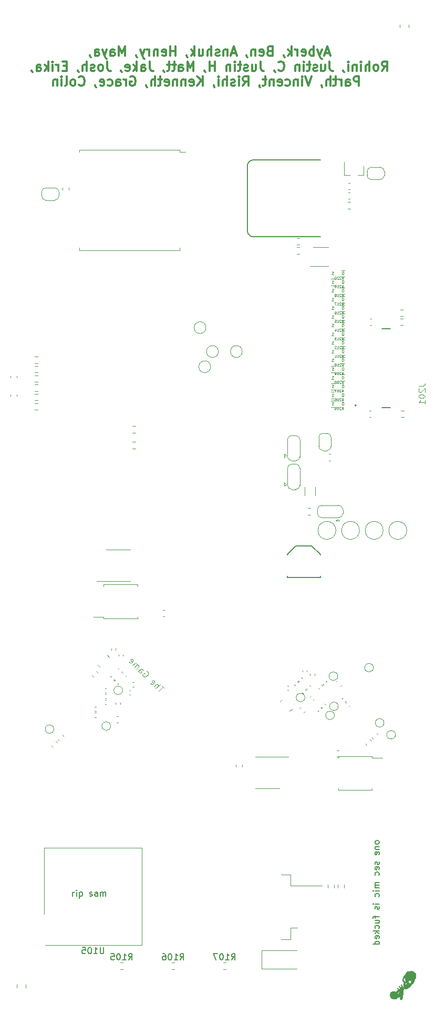
<source format=gbr>
%TF.GenerationSoftware,KiCad,Pcbnew,6.0.2*%
%TF.CreationDate,2022-02-16T12:43:48-06:00*%
%TF.ProjectId,FCB,4643422e-6b69-4636-9164-5f7063625858,A*%
%TF.SameCoordinates,Original*%
%TF.FileFunction,Legend,Bot*%
%TF.FilePolarity,Positive*%
%FSLAX46Y46*%
G04 Gerber Fmt 4.6, Leading zero omitted, Abs format (unit mm)*
G04 Created by KiCad (PCBNEW 6.0.2) date 2022-02-16 12:43:48*
%MOMM*%
%LPD*%
G01*
G04 APERTURE LIST*
%ADD10C,0.150000*%
%ADD11C,0.300000*%
%ADD12C,0.100000*%
%ADD13C,0.080000*%
%ADD14C,0.060000*%
%ADD15C,0.015000*%
%ADD16C,0.127000*%
%ADD17C,0.120000*%
%ADD18C,0.152400*%
%ADD19C,0.010000*%
%ADD20C,0.200000*%
G04 APERTURE END LIST*
D10*
X231762380Y-200223333D02*
X231714761Y-200128095D01*
X231667142Y-200080476D01*
X231571904Y-200032857D01*
X231286190Y-200032857D01*
X231190952Y-200080476D01*
X231143333Y-200128095D01*
X231095714Y-200223333D01*
X231095714Y-200366190D01*
X231143333Y-200461428D01*
X231190952Y-200509047D01*
X231286190Y-200556666D01*
X231571904Y-200556666D01*
X231667142Y-200509047D01*
X231714761Y-200461428D01*
X231762380Y-200366190D01*
X231762380Y-200223333D01*
X231095714Y-200985238D02*
X231762380Y-200985238D01*
X231190952Y-200985238D02*
X231143333Y-201032857D01*
X231095714Y-201128095D01*
X231095714Y-201270952D01*
X231143333Y-201366190D01*
X231238571Y-201413809D01*
X231762380Y-201413809D01*
X231714761Y-202270952D02*
X231762380Y-202175714D01*
X231762380Y-201985238D01*
X231714761Y-201890000D01*
X231619523Y-201842380D01*
X231238571Y-201842380D01*
X231143333Y-201890000D01*
X231095714Y-201985238D01*
X231095714Y-202175714D01*
X231143333Y-202270952D01*
X231238571Y-202318571D01*
X231333809Y-202318571D01*
X231429047Y-201842380D01*
X231714761Y-203461428D02*
X231762380Y-203556666D01*
X231762380Y-203747142D01*
X231714761Y-203842380D01*
X231619523Y-203890000D01*
X231571904Y-203890000D01*
X231476666Y-203842380D01*
X231429047Y-203747142D01*
X231429047Y-203604285D01*
X231381428Y-203509047D01*
X231286190Y-203461428D01*
X231238571Y-203461428D01*
X231143333Y-203509047D01*
X231095714Y-203604285D01*
X231095714Y-203747142D01*
X231143333Y-203842380D01*
X231714761Y-204699523D02*
X231762380Y-204604285D01*
X231762380Y-204413809D01*
X231714761Y-204318571D01*
X231619523Y-204270952D01*
X231238571Y-204270952D01*
X231143333Y-204318571D01*
X231095714Y-204413809D01*
X231095714Y-204604285D01*
X231143333Y-204699523D01*
X231238571Y-204747142D01*
X231333809Y-204747142D01*
X231429047Y-204270952D01*
X231714761Y-205604285D02*
X231762380Y-205509047D01*
X231762380Y-205318571D01*
X231714761Y-205223333D01*
X231667142Y-205175714D01*
X231571904Y-205128095D01*
X231286190Y-205128095D01*
X231190952Y-205175714D01*
X231143333Y-205223333D01*
X231095714Y-205318571D01*
X231095714Y-205509047D01*
X231143333Y-205604285D01*
X231762380Y-206794761D02*
X231095714Y-206794761D01*
X231190952Y-206794761D02*
X231143333Y-206842380D01*
X231095714Y-206937619D01*
X231095714Y-207080476D01*
X231143333Y-207175714D01*
X231238571Y-207223333D01*
X231762380Y-207223333D01*
X231238571Y-207223333D02*
X231143333Y-207270952D01*
X231095714Y-207366190D01*
X231095714Y-207509047D01*
X231143333Y-207604285D01*
X231238571Y-207651904D01*
X231762380Y-207651904D01*
X231762380Y-208128095D02*
X231095714Y-208128095D01*
X230762380Y-208128095D02*
X230810000Y-208080476D01*
X230857619Y-208128095D01*
X230810000Y-208175714D01*
X230762380Y-208128095D01*
X230857619Y-208128095D01*
X231714761Y-209032857D02*
X231762380Y-208937619D01*
X231762380Y-208747142D01*
X231714761Y-208651904D01*
X231667142Y-208604285D01*
X231571904Y-208556666D01*
X231286190Y-208556666D01*
X231190952Y-208604285D01*
X231143333Y-208651904D01*
X231095714Y-208747142D01*
X231095714Y-208937619D01*
X231143333Y-209032857D01*
X231762380Y-210223333D02*
X231095714Y-210223333D01*
X230762380Y-210223333D02*
X230810000Y-210175714D01*
X230857619Y-210223333D01*
X230810000Y-210270952D01*
X230762380Y-210223333D01*
X230857619Y-210223333D01*
X231714761Y-210651904D02*
X231762380Y-210747142D01*
X231762380Y-210937619D01*
X231714761Y-211032857D01*
X231619523Y-211080476D01*
X231571904Y-211080476D01*
X231476666Y-211032857D01*
X231429047Y-210937619D01*
X231429047Y-210794761D01*
X231381428Y-210699523D01*
X231286190Y-210651904D01*
X231238571Y-210651904D01*
X231143333Y-210699523D01*
X231095714Y-210794761D01*
X231095714Y-210937619D01*
X231143333Y-211032857D01*
X231095714Y-212128095D02*
X231095714Y-212509047D01*
X231762380Y-212270952D02*
X230905238Y-212270952D01*
X230810000Y-212318571D01*
X230762380Y-212413809D01*
X230762380Y-212509047D01*
X231095714Y-213270952D02*
X231762380Y-213270952D01*
X231095714Y-212842380D02*
X231619523Y-212842380D01*
X231714761Y-212890000D01*
X231762380Y-212985238D01*
X231762380Y-213128095D01*
X231714761Y-213223333D01*
X231667142Y-213270952D01*
X231714761Y-214175714D02*
X231762380Y-214080476D01*
X231762380Y-213890000D01*
X231714761Y-213794761D01*
X231667142Y-213747142D01*
X231571904Y-213699523D01*
X231286190Y-213699523D01*
X231190952Y-213747142D01*
X231143333Y-213794761D01*
X231095714Y-213890000D01*
X231095714Y-214080476D01*
X231143333Y-214175714D01*
X231762380Y-214604285D02*
X230762380Y-214604285D01*
X231381428Y-214699523D02*
X231762380Y-214985238D01*
X231095714Y-214985238D02*
X231476666Y-214604285D01*
X231714761Y-215794761D02*
X231762380Y-215699523D01*
X231762380Y-215509047D01*
X231714761Y-215413809D01*
X231619523Y-215366190D01*
X231238571Y-215366190D01*
X231143333Y-215413809D01*
X231095714Y-215509047D01*
X231095714Y-215699523D01*
X231143333Y-215794761D01*
X231238571Y-215842380D01*
X231333809Y-215842380D01*
X231429047Y-215366190D01*
X231762380Y-216699523D02*
X230762380Y-216699523D01*
X231714761Y-216699523D02*
X231762380Y-216604285D01*
X231762380Y-216413809D01*
X231714761Y-216318571D01*
X231667142Y-216270952D01*
X231571904Y-216223333D01*
X231286190Y-216223333D01*
X231190952Y-216270952D01*
X231143333Y-216318571D01*
X231095714Y-216413809D01*
X231095714Y-216604285D01*
X231143333Y-216699523D01*
D11*
X223737142Y-73255000D02*
X223022857Y-73255000D01*
X223880000Y-73683571D02*
X223380000Y-72183571D01*
X222880000Y-73683571D01*
X222522857Y-72683571D02*
X222165714Y-73683571D01*
X221808571Y-72683571D02*
X222165714Y-73683571D01*
X222308571Y-74040714D01*
X222380000Y-74112142D01*
X222522857Y-74183571D01*
X221237142Y-73683571D02*
X221237142Y-72183571D01*
X221237142Y-72755000D02*
X221094285Y-72683571D01*
X220808571Y-72683571D01*
X220665714Y-72755000D01*
X220594285Y-72826428D01*
X220522857Y-72969285D01*
X220522857Y-73397857D01*
X220594285Y-73540714D01*
X220665714Y-73612142D01*
X220808571Y-73683571D01*
X221094285Y-73683571D01*
X221237142Y-73612142D01*
X219308571Y-73612142D02*
X219451428Y-73683571D01*
X219737142Y-73683571D01*
X219880000Y-73612142D01*
X219951428Y-73469285D01*
X219951428Y-72897857D01*
X219880000Y-72755000D01*
X219737142Y-72683571D01*
X219451428Y-72683571D01*
X219308571Y-72755000D01*
X219237142Y-72897857D01*
X219237142Y-73040714D01*
X219951428Y-73183571D01*
X218594285Y-73683571D02*
X218594285Y-72683571D01*
X218594285Y-72969285D02*
X218522857Y-72826428D01*
X218451428Y-72755000D01*
X218308571Y-72683571D01*
X218165714Y-72683571D01*
X217665714Y-73683571D02*
X217665714Y-72183571D01*
X217522857Y-73112142D02*
X217094285Y-73683571D01*
X217094285Y-72683571D02*
X217665714Y-73255000D01*
X216380000Y-73612142D02*
X216380000Y-73683571D01*
X216451428Y-73826428D01*
X216522857Y-73897857D01*
X214094285Y-72897857D02*
X213880000Y-72969285D01*
X213808571Y-73040714D01*
X213737142Y-73183571D01*
X213737142Y-73397857D01*
X213808571Y-73540714D01*
X213880000Y-73612142D01*
X214022857Y-73683571D01*
X214594285Y-73683571D01*
X214594285Y-72183571D01*
X214094285Y-72183571D01*
X213951428Y-72255000D01*
X213880000Y-72326428D01*
X213808571Y-72469285D01*
X213808571Y-72612142D01*
X213880000Y-72755000D01*
X213951428Y-72826428D01*
X214094285Y-72897857D01*
X214594285Y-72897857D01*
X212522857Y-73612142D02*
X212665714Y-73683571D01*
X212951428Y-73683571D01*
X213094285Y-73612142D01*
X213165714Y-73469285D01*
X213165714Y-72897857D01*
X213094285Y-72755000D01*
X212951428Y-72683571D01*
X212665714Y-72683571D01*
X212522857Y-72755000D01*
X212451428Y-72897857D01*
X212451428Y-73040714D01*
X213165714Y-73183571D01*
X211808571Y-72683571D02*
X211808571Y-73683571D01*
X211808571Y-72826428D02*
X211737142Y-72755000D01*
X211594285Y-72683571D01*
X211380000Y-72683571D01*
X211237142Y-72755000D01*
X211165714Y-72897857D01*
X211165714Y-73683571D01*
X210380000Y-73612142D02*
X210380000Y-73683571D01*
X210451428Y-73826428D01*
X210522857Y-73897857D01*
X208665714Y-73255000D02*
X207951428Y-73255000D01*
X208808571Y-73683571D02*
X208308571Y-72183571D01*
X207808571Y-73683571D01*
X207308571Y-72683571D02*
X207308571Y-73683571D01*
X207308571Y-72826428D02*
X207237142Y-72755000D01*
X207094285Y-72683571D01*
X206880000Y-72683571D01*
X206737142Y-72755000D01*
X206665714Y-72897857D01*
X206665714Y-73683571D01*
X206022857Y-73612142D02*
X205880000Y-73683571D01*
X205594285Y-73683571D01*
X205451428Y-73612142D01*
X205380000Y-73469285D01*
X205380000Y-73397857D01*
X205451428Y-73255000D01*
X205594285Y-73183571D01*
X205808571Y-73183571D01*
X205951428Y-73112142D01*
X206022857Y-72969285D01*
X206022857Y-72897857D01*
X205951428Y-72755000D01*
X205808571Y-72683571D01*
X205594285Y-72683571D01*
X205451428Y-72755000D01*
X204737142Y-73683571D02*
X204737142Y-72183571D01*
X204094285Y-73683571D02*
X204094285Y-72897857D01*
X204165714Y-72755000D01*
X204308571Y-72683571D01*
X204522857Y-72683571D01*
X204665714Y-72755000D01*
X204737142Y-72826428D01*
X202737142Y-72683571D02*
X202737142Y-73683571D01*
X203380000Y-72683571D02*
X203380000Y-73469285D01*
X203308571Y-73612142D01*
X203165714Y-73683571D01*
X202951428Y-73683571D01*
X202808571Y-73612142D01*
X202737142Y-73540714D01*
X202022857Y-73683571D02*
X202022857Y-72183571D01*
X201880000Y-73112142D02*
X201451428Y-73683571D01*
X201451428Y-72683571D02*
X202022857Y-73255000D01*
X200737142Y-73612142D02*
X200737142Y-73683571D01*
X200808571Y-73826428D01*
X200880000Y-73897857D01*
X198951428Y-73683571D02*
X198951428Y-72183571D01*
X198951428Y-72897857D02*
X198094285Y-72897857D01*
X198094285Y-73683571D02*
X198094285Y-72183571D01*
X196808571Y-73612142D02*
X196951428Y-73683571D01*
X197237142Y-73683571D01*
X197380000Y-73612142D01*
X197451428Y-73469285D01*
X197451428Y-72897857D01*
X197380000Y-72755000D01*
X197237142Y-72683571D01*
X196951428Y-72683571D01*
X196808571Y-72755000D01*
X196737142Y-72897857D01*
X196737142Y-73040714D01*
X197451428Y-73183571D01*
X196094285Y-72683571D02*
X196094285Y-73683571D01*
X196094285Y-72826428D02*
X196022857Y-72755000D01*
X195880000Y-72683571D01*
X195665714Y-72683571D01*
X195522857Y-72755000D01*
X195451428Y-72897857D01*
X195451428Y-73683571D01*
X194737142Y-73683571D02*
X194737142Y-72683571D01*
X194737142Y-72969285D02*
X194665714Y-72826428D01*
X194594285Y-72755000D01*
X194451428Y-72683571D01*
X194308571Y-72683571D01*
X193951428Y-72683571D02*
X193594285Y-73683571D01*
X193237142Y-72683571D02*
X193594285Y-73683571D01*
X193737142Y-74040714D01*
X193808571Y-74112142D01*
X193951428Y-74183571D01*
X192594285Y-73612142D02*
X192594285Y-73683571D01*
X192665714Y-73826428D01*
X192737142Y-73897857D01*
X190808571Y-73683571D02*
X190808571Y-72183571D01*
X190308571Y-73255000D01*
X189808571Y-72183571D01*
X189808571Y-73683571D01*
X188451428Y-73683571D02*
X188451428Y-72897857D01*
X188522857Y-72755000D01*
X188665714Y-72683571D01*
X188951428Y-72683571D01*
X189094285Y-72755000D01*
X188451428Y-73612142D02*
X188594285Y-73683571D01*
X188951428Y-73683571D01*
X189094285Y-73612142D01*
X189165714Y-73469285D01*
X189165714Y-73326428D01*
X189094285Y-73183571D01*
X188951428Y-73112142D01*
X188594285Y-73112142D01*
X188451428Y-73040714D01*
X187880000Y-72683571D02*
X187522857Y-73683571D01*
X187165714Y-72683571D02*
X187522857Y-73683571D01*
X187665714Y-74040714D01*
X187737142Y-74112142D01*
X187880000Y-74183571D01*
X185951428Y-73683571D02*
X185951428Y-72897857D01*
X186022857Y-72755000D01*
X186165714Y-72683571D01*
X186451428Y-72683571D01*
X186594285Y-72755000D01*
X185951428Y-73612142D02*
X186094285Y-73683571D01*
X186451428Y-73683571D01*
X186594285Y-73612142D01*
X186665714Y-73469285D01*
X186665714Y-73326428D01*
X186594285Y-73183571D01*
X186451428Y-73112142D01*
X186094285Y-73112142D01*
X185951428Y-73040714D01*
X185165714Y-73612142D02*
X185165714Y-73683571D01*
X185237142Y-73826428D01*
X185308571Y-73897857D01*
X232201428Y-76098571D02*
X232701428Y-75384285D01*
X233058571Y-76098571D02*
X233058571Y-74598571D01*
X232487142Y-74598571D01*
X232344285Y-74670000D01*
X232272857Y-74741428D01*
X232201428Y-74884285D01*
X232201428Y-75098571D01*
X232272857Y-75241428D01*
X232344285Y-75312857D01*
X232487142Y-75384285D01*
X233058571Y-75384285D01*
X231344285Y-76098571D02*
X231487142Y-76027142D01*
X231558571Y-75955714D01*
X231630000Y-75812857D01*
X231630000Y-75384285D01*
X231558571Y-75241428D01*
X231487142Y-75170000D01*
X231344285Y-75098571D01*
X231130000Y-75098571D01*
X230987142Y-75170000D01*
X230915714Y-75241428D01*
X230844285Y-75384285D01*
X230844285Y-75812857D01*
X230915714Y-75955714D01*
X230987142Y-76027142D01*
X231130000Y-76098571D01*
X231344285Y-76098571D01*
X230201428Y-76098571D02*
X230201428Y-74598571D01*
X229558571Y-76098571D02*
X229558571Y-75312857D01*
X229630000Y-75170000D01*
X229772857Y-75098571D01*
X229987142Y-75098571D01*
X230130000Y-75170000D01*
X230201428Y-75241428D01*
X228844285Y-76098571D02*
X228844285Y-75098571D01*
X228844285Y-74598571D02*
X228915714Y-74670000D01*
X228844285Y-74741428D01*
X228772857Y-74670000D01*
X228844285Y-74598571D01*
X228844285Y-74741428D01*
X228130000Y-75098571D02*
X228130000Y-76098571D01*
X228130000Y-75241428D02*
X228058571Y-75170000D01*
X227915714Y-75098571D01*
X227701428Y-75098571D01*
X227558571Y-75170000D01*
X227487142Y-75312857D01*
X227487142Y-76098571D01*
X226772857Y-76098571D02*
X226772857Y-75098571D01*
X226772857Y-74598571D02*
X226844285Y-74670000D01*
X226772857Y-74741428D01*
X226701428Y-74670000D01*
X226772857Y-74598571D01*
X226772857Y-74741428D01*
X225987142Y-76027142D02*
X225987142Y-76098571D01*
X226058571Y-76241428D01*
X226130000Y-76312857D01*
X223772857Y-74598571D02*
X223772857Y-75670000D01*
X223844285Y-75884285D01*
X223987142Y-76027142D01*
X224201428Y-76098571D01*
X224344285Y-76098571D01*
X222415714Y-75098571D02*
X222415714Y-76098571D01*
X223058571Y-75098571D02*
X223058571Y-75884285D01*
X222987142Y-76027142D01*
X222844285Y-76098571D01*
X222630000Y-76098571D01*
X222487142Y-76027142D01*
X222415714Y-75955714D01*
X221772857Y-76027142D02*
X221630000Y-76098571D01*
X221344285Y-76098571D01*
X221201428Y-76027142D01*
X221130000Y-75884285D01*
X221130000Y-75812857D01*
X221201428Y-75670000D01*
X221344285Y-75598571D01*
X221558571Y-75598571D01*
X221701428Y-75527142D01*
X221772857Y-75384285D01*
X221772857Y-75312857D01*
X221701428Y-75170000D01*
X221558571Y-75098571D01*
X221344285Y-75098571D01*
X221201428Y-75170000D01*
X220701428Y-75098571D02*
X220130000Y-75098571D01*
X220487142Y-74598571D02*
X220487142Y-75884285D01*
X220415714Y-76027142D01*
X220272857Y-76098571D01*
X220130000Y-76098571D01*
X219630000Y-76098571D02*
X219630000Y-75098571D01*
X219630000Y-74598571D02*
X219701428Y-74670000D01*
X219630000Y-74741428D01*
X219558571Y-74670000D01*
X219630000Y-74598571D01*
X219630000Y-74741428D01*
X218915714Y-75098571D02*
X218915714Y-76098571D01*
X218915714Y-75241428D02*
X218844285Y-75170000D01*
X218701428Y-75098571D01*
X218487142Y-75098571D01*
X218344285Y-75170000D01*
X218272857Y-75312857D01*
X218272857Y-76098571D01*
X215558571Y-75955714D02*
X215630000Y-76027142D01*
X215844285Y-76098571D01*
X215987142Y-76098571D01*
X216201428Y-76027142D01*
X216344285Y-75884285D01*
X216415714Y-75741428D01*
X216487142Y-75455714D01*
X216487142Y-75241428D01*
X216415714Y-74955714D01*
X216344285Y-74812857D01*
X216201428Y-74670000D01*
X215987142Y-74598571D01*
X215844285Y-74598571D01*
X215630000Y-74670000D01*
X215558571Y-74741428D01*
X214844285Y-76027142D02*
X214844285Y-76098571D01*
X214915714Y-76241428D01*
X214987142Y-76312857D01*
X212630000Y-74598571D02*
X212630000Y-75670000D01*
X212701428Y-75884285D01*
X212844285Y-76027142D01*
X213058571Y-76098571D01*
X213201428Y-76098571D01*
X211272857Y-75098571D02*
X211272857Y-76098571D01*
X211915714Y-75098571D02*
X211915714Y-75884285D01*
X211844285Y-76027142D01*
X211701428Y-76098571D01*
X211487142Y-76098571D01*
X211344285Y-76027142D01*
X211272857Y-75955714D01*
X210630000Y-76027142D02*
X210487142Y-76098571D01*
X210201428Y-76098571D01*
X210058571Y-76027142D01*
X209987142Y-75884285D01*
X209987142Y-75812857D01*
X210058571Y-75670000D01*
X210201428Y-75598571D01*
X210415714Y-75598571D01*
X210558571Y-75527142D01*
X210630000Y-75384285D01*
X210630000Y-75312857D01*
X210558571Y-75170000D01*
X210415714Y-75098571D01*
X210201428Y-75098571D01*
X210058571Y-75170000D01*
X209558571Y-75098571D02*
X208987142Y-75098571D01*
X209344285Y-74598571D02*
X209344285Y-75884285D01*
X209272857Y-76027142D01*
X209130000Y-76098571D01*
X208987142Y-76098571D01*
X208487142Y-76098571D02*
X208487142Y-75098571D01*
X208487142Y-74598571D02*
X208558571Y-74670000D01*
X208487142Y-74741428D01*
X208415714Y-74670000D01*
X208487142Y-74598571D01*
X208487142Y-74741428D01*
X207772857Y-75098571D02*
X207772857Y-76098571D01*
X207772857Y-75241428D02*
X207701428Y-75170000D01*
X207558571Y-75098571D01*
X207344285Y-75098571D01*
X207201428Y-75170000D01*
X207130000Y-75312857D01*
X207130000Y-76098571D01*
X205272857Y-76098571D02*
X205272857Y-74598571D01*
X205272857Y-75312857D02*
X204415714Y-75312857D01*
X204415714Y-76098571D02*
X204415714Y-74598571D01*
X203630000Y-76027142D02*
X203630000Y-76098571D01*
X203701428Y-76241428D01*
X203772857Y-76312857D01*
X201844285Y-76098571D02*
X201844285Y-74598571D01*
X201344285Y-75670000D01*
X200844285Y-74598571D01*
X200844285Y-76098571D01*
X199487142Y-76098571D02*
X199487142Y-75312857D01*
X199558571Y-75170000D01*
X199701428Y-75098571D01*
X199987142Y-75098571D01*
X200130000Y-75170000D01*
X199487142Y-76027142D02*
X199630000Y-76098571D01*
X199987142Y-76098571D01*
X200130000Y-76027142D01*
X200201428Y-75884285D01*
X200201428Y-75741428D01*
X200130000Y-75598571D01*
X199987142Y-75527142D01*
X199630000Y-75527142D01*
X199487142Y-75455714D01*
X198987142Y-75098571D02*
X198415714Y-75098571D01*
X198772857Y-74598571D02*
X198772857Y-75884285D01*
X198701428Y-76027142D01*
X198558571Y-76098571D01*
X198415714Y-76098571D01*
X198130000Y-75098571D02*
X197558571Y-75098571D01*
X197915714Y-74598571D02*
X197915714Y-75884285D01*
X197844285Y-76027142D01*
X197701428Y-76098571D01*
X197558571Y-76098571D01*
X196987142Y-76027142D02*
X196987142Y-76098571D01*
X197058571Y-76241428D01*
X197130000Y-76312857D01*
X194772857Y-74598571D02*
X194772857Y-75670000D01*
X194844285Y-75884285D01*
X194987142Y-76027142D01*
X195201428Y-76098571D01*
X195344285Y-76098571D01*
X193415714Y-76098571D02*
X193415714Y-75312857D01*
X193487142Y-75170000D01*
X193630000Y-75098571D01*
X193915714Y-75098571D01*
X194058571Y-75170000D01*
X193415714Y-76027142D02*
X193558571Y-76098571D01*
X193915714Y-76098571D01*
X194058571Y-76027142D01*
X194130000Y-75884285D01*
X194130000Y-75741428D01*
X194058571Y-75598571D01*
X193915714Y-75527142D01*
X193558571Y-75527142D01*
X193415714Y-75455714D01*
X192701428Y-76098571D02*
X192701428Y-74598571D01*
X192558571Y-75527142D02*
X192130000Y-76098571D01*
X192130000Y-75098571D02*
X192701428Y-75670000D01*
X190915714Y-76027142D02*
X191058571Y-76098571D01*
X191344285Y-76098571D01*
X191487142Y-76027142D01*
X191558571Y-75884285D01*
X191558571Y-75312857D01*
X191487142Y-75170000D01*
X191344285Y-75098571D01*
X191058571Y-75098571D01*
X190915714Y-75170000D01*
X190844285Y-75312857D01*
X190844285Y-75455714D01*
X191558571Y-75598571D01*
X190130000Y-76027142D02*
X190130000Y-76098571D01*
X190201428Y-76241428D01*
X190272857Y-76312857D01*
X187915714Y-74598571D02*
X187915714Y-75670000D01*
X187987142Y-75884285D01*
X188130000Y-76027142D01*
X188344285Y-76098571D01*
X188487142Y-76098571D01*
X186987142Y-76098571D02*
X187130000Y-76027142D01*
X187201428Y-75955714D01*
X187272857Y-75812857D01*
X187272857Y-75384285D01*
X187201428Y-75241428D01*
X187130000Y-75170000D01*
X186987142Y-75098571D01*
X186772857Y-75098571D01*
X186630000Y-75170000D01*
X186558571Y-75241428D01*
X186487142Y-75384285D01*
X186487142Y-75812857D01*
X186558571Y-75955714D01*
X186630000Y-76027142D01*
X186772857Y-76098571D01*
X186987142Y-76098571D01*
X185915714Y-76027142D02*
X185772857Y-76098571D01*
X185487142Y-76098571D01*
X185344285Y-76027142D01*
X185272857Y-75884285D01*
X185272857Y-75812857D01*
X185344285Y-75670000D01*
X185487142Y-75598571D01*
X185701428Y-75598571D01*
X185844285Y-75527142D01*
X185915714Y-75384285D01*
X185915714Y-75312857D01*
X185844285Y-75170000D01*
X185701428Y-75098571D01*
X185487142Y-75098571D01*
X185344285Y-75170000D01*
X184630000Y-76098571D02*
X184630000Y-74598571D01*
X183987142Y-76098571D02*
X183987142Y-75312857D01*
X184058571Y-75170000D01*
X184201428Y-75098571D01*
X184415714Y-75098571D01*
X184558571Y-75170000D01*
X184630000Y-75241428D01*
X183201428Y-76027142D02*
X183201428Y-76098571D01*
X183272857Y-76241428D01*
X183344285Y-76312857D01*
X181415714Y-75312857D02*
X180915714Y-75312857D01*
X180701428Y-76098571D02*
X181415714Y-76098571D01*
X181415714Y-74598571D01*
X180701428Y-74598571D01*
X180058571Y-76098571D02*
X180058571Y-75098571D01*
X180058571Y-75384285D02*
X179987142Y-75241428D01*
X179915714Y-75170000D01*
X179772857Y-75098571D01*
X179630000Y-75098571D01*
X179130000Y-76098571D02*
X179130000Y-75098571D01*
X179130000Y-74598571D02*
X179201428Y-74670000D01*
X179130000Y-74741428D01*
X179058571Y-74670000D01*
X179130000Y-74598571D01*
X179130000Y-74741428D01*
X178415714Y-76098571D02*
X178415714Y-74598571D01*
X178272857Y-75527142D02*
X177844285Y-76098571D01*
X177844285Y-75098571D02*
X178415714Y-75670000D01*
X176558571Y-76098571D02*
X176558571Y-75312857D01*
X176630000Y-75170000D01*
X176772857Y-75098571D01*
X177058571Y-75098571D01*
X177201428Y-75170000D01*
X176558571Y-76027142D02*
X176701428Y-76098571D01*
X177058571Y-76098571D01*
X177201428Y-76027142D01*
X177272857Y-75884285D01*
X177272857Y-75741428D01*
X177201428Y-75598571D01*
X177058571Y-75527142D01*
X176701428Y-75527142D01*
X176558571Y-75455714D01*
X175772857Y-76027142D02*
X175772857Y-76098571D01*
X175844285Y-76241428D01*
X175915714Y-76312857D01*
X228522857Y-78513571D02*
X228522857Y-77013571D01*
X227951428Y-77013571D01*
X227808571Y-77085000D01*
X227737142Y-77156428D01*
X227665714Y-77299285D01*
X227665714Y-77513571D01*
X227737142Y-77656428D01*
X227808571Y-77727857D01*
X227951428Y-77799285D01*
X228522857Y-77799285D01*
X226380000Y-78513571D02*
X226380000Y-77727857D01*
X226451428Y-77585000D01*
X226594285Y-77513571D01*
X226880000Y-77513571D01*
X227022857Y-77585000D01*
X226380000Y-78442142D02*
X226522857Y-78513571D01*
X226880000Y-78513571D01*
X227022857Y-78442142D01*
X227094285Y-78299285D01*
X227094285Y-78156428D01*
X227022857Y-78013571D01*
X226880000Y-77942142D01*
X226522857Y-77942142D01*
X226380000Y-77870714D01*
X225665714Y-78513571D02*
X225665714Y-77513571D01*
X225665714Y-77799285D02*
X225594285Y-77656428D01*
X225522857Y-77585000D01*
X225380000Y-77513571D01*
X225237142Y-77513571D01*
X224951428Y-77513571D02*
X224380000Y-77513571D01*
X224737142Y-77013571D02*
X224737142Y-78299285D01*
X224665714Y-78442142D01*
X224522857Y-78513571D01*
X224380000Y-78513571D01*
X223880000Y-78513571D02*
X223880000Y-77013571D01*
X223237142Y-78513571D02*
X223237142Y-77727857D01*
X223308571Y-77585000D01*
X223451428Y-77513571D01*
X223665714Y-77513571D01*
X223808571Y-77585000D01*
X223880000Y-77656428D01*
X222451428Y-78442142D02*
X222451428Y-78513571D01*
X222522857Y-78656428D01*
X222594285Y-78727857D01*
X220880000Y-77013571D02*
X220380000Y-78513571D01*
X219880000Y-77013571D01*
X219380000Y-78513571D02*
X219380000Y-77513571D01*
X219380000Y-77013571D02*
X219451428Y-77085000D01*
X219380000Y-77156428D01*
X219308571Y-77085000D01*
X219380000Y-77013571D01*
X219380000Y-77156428D01*
X218665714Y-77513571D02*
X218665714Y-78513571D01*
X218665714Y-77656428D02*
X218594285Y-77585000D01*
X218451428Y-77513571D01*
X218237142Y-77513571D01*
X218094285Y-77585000D01*
X218022857Y-77727857D01*
X218022857Y-78513571D01*
X216665714Y-78442142D02*
X216808571Y-78513571D01*
X217094285Y-78513571D01*
X217237142Y-78442142D01*
X217308571Y-78370714D01*
X217380000Y-78227857D01*
X217380000Y-77799285D01*
X217308571Y-77656428D01*
X217237142Y-77585000D01*
X217094285Y-77513571D01*
X216808571Y-77513571D01*
X216665714Y-77585000D01*
X215451428Y-78442142D02*
X215594285Y-78513571D01*
X215880000Y-78513571D01*
X216022857Y-78442142D01*
X216094285Y-78299285D01*
X216094285Y-77727857D01*
X216022857Y-77585000D01*
X215880000Y-77513571D01*
X215594285Y-77513571D01*
X215451428Y-77585000D01*
X215380000Y-77727857D01*
X215380000Y-77870714D01*
X216094285Y-78013571D01*
X214737142Y-77513571D02*
X214737142Y-78513571D01*
X214737142Y-77656428D02*
X214665714Y-77585000D01*
X214522857Y-77513571D01*
X214308571Y-77513571D01*
X214165714Y-77585000D01*
X214094285Y-77727857D01*
X214094285Y-78513571D01*
X213594285Y-77513571D02*
X213022857Y-77513571D01*
X213380000Y-77013571D02*
X213380000Y-78299285D01*
X213308571Y-78442142D01*
X213165714Y-78513571D01*
X213022857Y-78513571D01*
X212451428Y-78442142D02*
X212451428Y-78513571D01*
X212522857Y-78656428D01*
X212594285Y-78727857D01*
X209808571Y-78513571D02*
X210308571Y-77799285D01*
X210665714Y-78513571D02*
X210665714Y-77013571D01*
X210094285Y-77013571D01*
X209951428Y-77085000D01*
X209880000Y-77156428D01*
X209808571Y-77299285D01*
X209808571Y-77513571D01*
X209880000Y-77656428D01*
X209951428Y-77727857D01*
X210094285Y-77799285D01*
X210665714Y-77799285D01*
X209165714Y-78513571D02*
X209165714Y-77513571D01*
X209165714Y-77013571D02*
X209237142Y-77085000D01*
X209165714Y-77156428D01*
X209094285Y-77085000D01*
X209165714Y-77013571D01*
X209165714Y-77156428D01*
X208522857Y-78442142D02*
X208380000Y-78513571D01*
X208094285Y-78513571D01*
X207951428Y-78442142D01*
X207880000Y-78299285D01*
X207880000Y-78227857D01*
X207951428Y-78085000D01*
X208094285Y-78013571D01*
X208308571Y-78013571D01*
X208451428Y-77942142D01*
X208522857Y-77799285D01*
X208522857Y-77727857D01*
X208451428Y-77585000D01*
X208308571Y-77513571D01*
X208094285Y-77513571D01*
X207951428Y-77585000D01*
X207237142Y-78513571D02*
X207237142Y-77013571D01*
X206594285Y-78513571D02*
X206594285Y-77727857D01*
X206665714Y-77585000D01*
X206808571Y-77513571D01*
X207022857Y-77513571D01*
X207165714Y-77585000D01*
X207237142Y-77656428D01*
X205880000Y-78513571D02*
X205880000Y-77513571D01*
X205880000Y-77013571D02*
X205951428Y-77085000D01*
X205880000Y-77156428D01*
X205808571Y-77085000D01*
X205880000Y-77013571D01*
X205880000Y-77156428D01*
X205094285Y-78442142D02*
X205094285Y-78513571D01*
X205165714Y-78656428D01*
X205237142Y-78727857D01*
X203308571Y-78513571D02*
X203308571Y-77013571D01*
X202451428Y-78513571D02*
X203094285Y-77656428D01*
X202451428Y-77013571D02*
X203308571Y-77870714D01*
X201237142Y-78442142D02*
X201380000Y-78513571D01*
X201665714Y-78513571D01*
X201808571Y-78442142D01*
X201880000Y-78299285D01*
X201880000Y-77727857D01*
X201808571Y-77585000D01*
X201665714Y-77513571D01*
X201380000Y-77513571D01*
X201237142Y-77585000D01*
X201165714Y-77727857D01*
X201165714Y-77870714D01*
X201880000Y-78013571D01*
X200522857Y-77513571D02*
X200522857Y-78513571D01*
X200522857Y-77656428D02*
X200451428Y-77585000D01*
X200308571Y-77513571D01*
X200094285Y-77513571D01*
X199951428Y-77585000D01*
X199880000Y-77727857D01*
X199880000Y-78513571D01*
X199165714Y-77513571D02*
X199165714Y-78513571D01*
X199165714Y-77656428D02*
X199094285Y-77585000D01*
X198951428Y-77513571D01*
X198737142Y-77513571D01*
X198594285Y-77585000D01*
X198522857Y-77727857D01*
X198522857Y-78513571D01*
X197237142Y-78442142D02*
X197380000Y-78513571D01*
X197665714Y-78513571D01*
X197808571Y-78442142D01*
X197880000Y-78299285D01*
X197880000Y-77727857D01*
X197808571Y-77585000D01*
X197665714Y-77513571D01*
X197380000Y-77513571D01*
X197237142Y-77585000D01*
X197165714Y-77727857D01*
X197165714Y-77870714D01*
X197880000Y-78013571D01*
X196737142Y-77513571D02*
X196165714Y-77513571D01*
X196522857Y-77013571D02*
X196522857Y-78299285D01*
X196451428Y-78442142D01*
X196308571Y-78513571D01*
X196165714Y-78513571D01*
X195665714Y-78513571D02*
X195665714Y-77013571D01*
X195022857Y-78513571D02*
X195022857Y-77727857D01*
X195094285Y-77585000D01*
X195237142Y-77513571D01*
X195451428Y-77513571D01*
X195594285Y-77585000D01*
X195665714Y-77656428D01*
X194237142Y-78442142D02*
X194237142Y-78513571D01*
X194308571Y-78656428D01*
X194380000Y-78727857D01*
X191665714Y-77085000D02*
X191808571Y-77013571D01*
X192022857Y-77013571D01*
X192237142Y-77085000D01*
X192380000Y-77227857D01*
X192451428Y-77370714D01*
X192522857Y-77656428D01*
X192522857Y-77870714D01*
X192451428Y-78156428D01*
X192380000Y-78299285D01*
X192237142Y-78442142D01*
X192022857Y-78513571D01*
X191880000Y-78513571D01*
X191665714Y-78442142D01*
X191594285Y-78370714D01*
X191594285Y-77870714D01*
X191880000Y-77870714D01*
X190951428Y-78513571D02*
X190951428Y-77513571D01*
X190951428Y-77799285D02*
X190880000Y-77656428D01*
X190808571Y-77585000D01*
X190665714Y-77513571D01*
X190522857Y-77513571D01*
X189380000Y-78513571D02*
X189380000Y-77727857D01*
X189451428Y-77585000D01*
X189594285Y-77513571D01*
X189880000Y-77513571D01*
X190022857Y-77585000D01*
X189380000Y-78442142D02*
X189522857Y-78513571D01*
X189880000Y-78513571D01*
X190022857Y-78442142D01*
X190094285Y-78299285D01*
X190094285Y-78156428D01*
X190022857Y-78013571D01*
X189880000Y-77942142D01*
X189522857Y-77942142D01*
X189380000Y-77870714D01*
X188022857Y-78442142D02*
X188165714Y-78513571D01*
X188451428Y-78513571D01*
X188594285Y-78442142D01*
X188665714Y-78370714D01*
X188737142Y-78227857D01*
X188737142Y-77799285D01*
X188665714Y-77656428D01*
X188594285Y-77585000D01*
X188451428Y-77513571D01*
X188165714Y-77513571D01*
X188022857Y-77585000D01*
X186808571Y-78442142D02*
X186951428Y-78513571D01*
X187237142Y-78513571D01*
X187380000Y-78442142D01*
X187451428Y-78299285D01*
X187451428Y-77727857D01*
X187380000Y-77585000D01*
X187237142Y-77513571D01*
X186951428Y-77513571D01*
X186808571Y-77585000D01*
X186737142Y-77727857D01*
X186737142Y-77870714D01*
X187451428Y-78013571D01*
X186022857Y-78442142D02*
X186022857Y-78513571D01*
X186094285Y-78656428D01*
X186165714Y-78727857D01*
X183380000Y-78370714D02*
X183451428Y-78442142D01*
X183665714Y-78513571D01*
X183808571Y-78513571D01*
X184022857Y-78442142D01*
X184165714Y-78299285D01*
X184237142Y-78156428D01*
X184308571Y-77870714D01*
X184308571Y-77656428D01*
X184237142Y-77370714D01*
X184165714Y-77227857D01*
X184022857Y-77085000D01*
X183808571Y-77013571D01*
X183665714Y-77013571D01*
X183451428Y-77085000D01*
X183380000Y-77156428D01*
X182522857Y-78513571D02*
X182665714Y-78442142D01*
X182737142Y-78370714D01*
X182808571Y-78227857D01*
X182808571Y-77799285D01*
X182737142Y-77656428D01*
X182665714Y-77585000D01*
X182522857Y-77513571D01*
X182308571Y-77513571D01*
X182165714Y-77585000D01*
X182094285Y-77656428D01*
X182022857Y-77799285D01*
X182022857Y-78227857D01*
X182094285Y-78370714D01*
X182165714Y-78442142D01*
X182308571Y-78513571D01*
X182522857Y-78513571D01*
X181165714Y-78513571D02*
X181308571Y-78442142D01*
X181380000Y-78299285D01*
X181380000Y-77013571D01*
X180594285Y-78513571D02*
X180594285Y-77513571D01*
X180594285Y-77013571D02*
X180665714Y-77085000D01*
X180594285Y-77156428D01*
X180522857Y-77085000D01*
X180594285Y-77013571D01*
X180594285Y-77156428D01*
X179880000Y-77513571D02*
X179880000Y-78513571D01*
X179880000Y-77656428D02*
X179808571Y-77585000D01*
X179665714Y-77513571D01*
X179451428Y-77513571D01*
X179308571Y-77585000D01*
X179237142Y-77727857D01*
X179237142Y-78513571D01*
D12*
X197109442Y-175494992D02*
X196705381Y-175090931D01*
X196200305Y-176000068D02*
X196907411Y-175292961D01*
X195762572Y-175562335D02*
X196469679Y-174855228D01*
X195459526Y-175259289D02*
X195829915Y-174888900D01*
X195930931Y-174855228D01*
X196031946Y-174888900D01*
X196132961Y-174989915D01*
X196166633Y-175090931D01*
X196166633Y-175158274D01*
X194887106Y-174619526D02*
X194920778Y-174720541D01*
X195055465Y-174855228D01*
X195156480Y-174888900D01*
X195257496Y-174855228D01*
X195526870Y-174585854D01*
X195560541Y-174484839D01*
X195526870Y-174383824D01*
X195392183Y-174249137D01*
X195291167Y-174215465D01*
X195190152Y-174249137D01*
X195122809Y-174316480D01*
X195392183Y-174720541D01*
X194281015Y-172733908D02*
X194382030Y-172767580D01*
X194483045Y-172868595D01*
X194550389Y-173003282D01*
X194550389Y-173137969D01*
X194516717Y-173238984D01*
X194415702Y-173407343D01*
X194314687Y-173508358D01*
X194146328Y-173609374D01*
X194045312Y-173643045D01*
X193910625Y-173643045D01*
X193775938Y-173575702D01*
X193708595Y-173508358D01*
X193641251Y-173373671D01*
X193641251Y-173306328D01*
X193876954Y-173070625D01*
X194011641Y-173205312D01*
X192967816Y-172767580D02*
X193338206Y-172397190D01*
X193439221Y-172363519D01*
X193540236Y-172397190D01*
X193674923Y-172531877D01*
X193708595Y-172632893D01*
X193001488Y-172733908D02*
X193035160Y-172834923D01*
X193203519Y-173003282D01*
X193304534Y-173036954D01*
X193405549Y-173003282D01*
X193472893Y-172935938D01*
X193506564Y-172834923D01*
X193472893Y-172733908D01*
X193304534Y-172565549D01*
X193270862Y-172464534D01*
X192631099Y-172430862D02*
X193102503Y-171959458D01*
X193035160Y-172026801D02*
X193035160Y-171959458D01*
X193001488Y-171858442D01*
X192900473Y-171757427D01*
X192799458Y-171723755D01*
X192698442Y-171757427D01*
X192328053Y-172127816D01*
X192698442Y-171757427D02*
X192732114Y-171656412D01*
X192698442Y-171555397D01*
X192597427Y-171454381D01*
X192496412Y-171420710D01*
X192395397Y-171454381D01*
X192025007Y-171824771D01*
X191452588Y-171185007D02*
X191486259Y-171286023D01*
X191620946Y-171420710D01*
X191721962Y-171454381D01*
X191822977Y-171420710D01*
X192092351Y-171151336D01*
X192126023Y-171050320D01*
X192092351Y-170949305D01*
X191957664Y-170814618D01*
X191856649Y-170780946D01*
X191755633Y-170814618D01*
X191688290Y-170881962D01*
X191957664Y-171286023D01*
D10*
X182383333Y-208972380D02*
X182383333Y-208305714D01*
X182383333Y-208496190D02*
X182430952Y-208400952D01*
X182478571Y-208353333D01*
X182573809Y-208305714D01*
X182669047Y-208305714D01*
X183002380Y-208972380D02*
X183002380Y-208305714D01*
X183002380Y-207972380D02*
X182954761Y-208020000D01*
X183002380Y-208067619D01*
X183050000Y-208020000D01*
X183002380Y-207972380D01*
X183002380Y-208067619D01*
X183478571Y-208305714D02*
X183478571Y-209305714D01*
X183478571Y-208353333D02*
X183573809Y-208305714D01*
X183764285Y-208305714D01*
X183859523Y-208353333D01*
X183907142Y-208400952D01*
X183954761Y-208496190D01*
X183954761Y-208781904D01*
X183907142Y-208877142D01*
X183859523Y-208924761D01*
X183764285Y-208972380D01*
X183573809Y-208972380D01*
X183478571Y-208924761D01*
X185097619Y-208924761D02*
X185192857Y-208972380D01*
X185383333Y-208972380D01*
X185478571Y-208924761D01*
X185526190Y-208829523D01*
X185526190Y-208781904D01*
X185478571Y-208686666D01*
X185383333Y-208639047D01*
X185240476Y-208639047D01*
X185145238Y-208591428D01*
X185097619Y-208496190D01*
X185097619Y-208448571D01*
X185145238Y-208353333D01*
X185240476Y-208305714D01*
X185383333Y-208305714D01*
X185478571Y-208353333D01*
X186383333Y-208972380D02*
X186383333Y-208448571D01*
X186335714Y-208353333D01*
X186240476Y-208305714D01*
X186050000Y-208305714D01*
X185954761Y-208353333D01*
X186383333Y-208924761D02*
X186288095Y-208972380D01*
X186050000Y-208972380D01*
X185954761Y-208924761D01*
X185907142Y-208829523D01*
X185907142Y-208734285D01*
X185954761Y-208639047D01*
X186050000Y-208591428D01*
X186288095Y-208591428D01*
X186383333Y-208543809D01*
X186859523Y-208972380D02*
X186859523Y-208305714D01*
X186859523Y-208400952D02*
X186907142Y-208353333D01*
X187002380Y-208305714D01*
X187145238Y-208305714D01*
X187240476Y-208353333D01*
X187288095Y-208448571D01*
X187288095Y-208972380D01*
X187288095Y-208448571D02*
X187335714Y-208353333D01*
X187430952Y-208305714D01*
X187573809Y-208305714D01*
X187669047Y-208353333D01*
X187716666Y-208448571D01*
X187716666Y-208972380D01*
%TO.C,R107*%
X207969047Y-219222380D02*
X208302380Y-218746190D01*
X208540476Y-219222380D02*
X208540476Y-218222380D01*
X208159523Y-218222380D01*
X208064285Y-218270000D01*
X208016666Y-218317619D01*
X207969047Y-218412857D01*
X207969047Y-218555714D01*
X208016666Y-218650952D01*
X208064285Y-218698571D01*
X208159523Y-218746190D01*
X208540476Y-218746190D01*
X207016666Y-219222380D02*
X207588095Y-219222380D01*
X207302380Y-219222380D02*
X207302380Y-218222380D01*
X207397619Y-218365238D01*
X207492857Y-218460476D01*
X207588095Y-218508095D01*
X206397619Y-218222380D02*
X206302380Y-218222380D01*
X206207142Y-218270000D01*
X206159523Y-218317619D01*
X206111904Y-218412857D01*
X206064285Y-218603333D01*
X206064285Y-218841428D01*
X206111904Y-219031904D01*
X206159523Y-219127142D01*
X206207142Y-219174761D01*
X206302380Y-219222380D01*
X206397619Y-219222380D01*
X206492857Y-219174761D01*
X206540476Y-219127142D01*
X206588095Y-219031904D01*
X206635714Y-218841428D01*
X206635714Y-218603333D01*
X206588095Y-218412857D01*
X206540476Y-218317619D01*
X206492857Y-218270000D01*
X206397619Y-218222380D01*
X205730952Y-218222380D02*
X205064285Y-218222380D01*
X205492857Y-219222380D01*
%TO.C,R106*%
X199679047Y-219232380D02*
X200012380Y-218756190D01*
X200250476Y-219232380D02*
X200250476Y-218232380D01*
X199869523Y-218232380D01*
X199774285Y-218280000D01*
X199726666Y-218327619D01*
X199679047Y-218422857D01*
X199679047Y-218565714D01*
X199726666Y-218660952D01*
X199774285Y-218708571D01*
X199869523Y-218756190D01*
X200250476Y-218756190D01*
X198726666Y-219232380D02*
X199298095Y-219232380D01*
X199012380Y-219232380D02*
X199012380Y-218232380D01*
X199107619Y-218375238D01*
X199202857Y-218470476D01*
X199298095Y-218518095D01*
X198107619Y-218232380D02*
X198012380Y-218232380D01*
X197917142Y-218280000D01*
X197869523Y-218327619D01*
X197821904Y-218422857D01*
X197774285Y-218613333D01*
X197774285Y-218851428D01*
X197821904Y-219041904D01*
X197869523Y-219137142D01*
X197917142Y-219184761D01*
X198012380Y-219232380D01*
X198107619Y-219232380D01*
X198202857Y-219184761D01*
X198250476Y-219137142D01*
X198298095Y-219041904D01*
X198345714Y-218851428D01*
X198345714Y-218613333D01*
X198298095Y-218422857D01*
X198250476Y-218327619D01*
X198202857Y-218280000D01*
X198107619Y-218232380D01*
X196917142Y-218232380D02*
X197107619Y-218232380D01*
X197202857Y-218280000D01*
X197250476Y-218327619D01*
X197345714Y-218470476D01*
X197393333Y-218660952D01*
X197393333Y-219041904D01*
X197345714Y-219137142D01*
X197298095Y-219184761D01*
X197202857Y-219232380D01*
X197012380Y-219232380D01*
X196917142Y-219184761D01*
X196869523Y-219137142D01*
X196821904Y-219041904D01*
X196821904Y-218803809D01*
X196869523Y-218708571D01*
X196917142Y-218660952D01*
X197012380Y-218613333D01*
X197202857Y-218613333D01*
X197298095Y-218660952D01*
X197345714Y-218708571D01*
X197393333Y-218803809D01*
%TO.C,R105*%
X191369047Y-219222380D02*
X191702380Y-218746190D01*
X191940476Y-219222380D02*
X191940476Y-218222380D01*
X191559523Y-218222380D01*
X191464285Y-218270000D01*
X191416666Y-218317619D01*
X191369047Y-218412857D01*
X191369047Y-218555714D01*
X191416666Y-218650952D01*
X191464285Y-218698571D01*
X191559523Y-218746190D01*
X191940476Y-218746190D01*
X190416666Y-219222380D02*
X190988095Y-219222380D01*
X190702380Y-219222380D02*
X190702380Y-218222380D01*
X190797619Y-218365238D01*
X190892857Y-218460476D01*
X190988095Y-218508095D01*
X189797619Y-218222380D02*
X189702380Y-218222380D01*
X189607142Y-218270000D01*
X189559523Y-218317619D01*
X189511904Y-218412857D01*
X189464285Y-218603333D01*
X189464285Y-218841428D01*
X189511904Y-219031904D01*
X189559523Y-219127142D01*
X189607142Y-219174761D01*
X189702380Y-219222380D01*
X189797619Y-219222380D01*
X189892857Y-219174761D01*
X189940476Y-219127142D01*
X189988095Y-219031904D01*
X190035714Y-218841428D01*
X190035714Y-218603333D01*
X189988095Y-218412857D01*
X189940476Y-218317619D01*
X189892857Y-218270000D01*
X189797619Y-218222380D01*
X188559523Y-218222380D02*
X189035714Y-218222380D01*
X189083333Y-218698571D01*
X189035714Y-218650952D01*
X188940476Y-218603333D01*
X188702380Y-218603333D01*
X188607142Y-218650952D01*
X188559523Y-218698571D01*
X188511904Y-218793809D01*
X188511904Y-219031904D01*
X188559523Y-219127142D01*
X188607142Y-219174761D01*
X188702380Y-219222380D01*
X188940476Y-219222380D01*
X189035714Y-219174761D01*
X189083333Y-219127142D01*
D13*
%TO.C,R207*%
X225931529Y-126620710D02*
X225883910Y-126620710D01*
X225836291Y-126644520D01*
X225812481Y-126668329D01*
X225788672Y-126715948D01*
X225764862Y-126811186D01*
X225764862Y-126930234D01*
X225788672Y-127025472D01*
X225812481Y-127073091D01*
X225836291Y-127096900D01*
X225883910Y-127120710D01*
X225931529Y-127120710D01*
X225979148Y-127096900D01*
X226002958Y-127073091D01*
X226026767Y-127025472D01*
X226050577Y-126930234D01*
X226050577Y-126811186D01*
X226026767Y-126715948D01*
X226002958Y-126668329D01*
X225979148Y-126644520D01*
X225931529Y-126620710D01*
X224134182Y-127130870D02*
X224419897Y-127130870D01*
X224277040Y-127130870D02*
X224277040Y-126630870D01*
X224324659Y-126702299D01*
X224372278Y-126749918D01*
X224419897Y-126773727D01*
D14*
X225750819Y-127827312D02*
X225884152Y-127636836D01*
X225979390Y-127827312D02*
X225979390Y-127427312D01*
X225827009Y-127427312D01*
X225788914Y-127446360D01*
X225769866Y-127465407D01*
X225750819Y-127503502D01*
X225750819Y-127560645D01*
X225769866Y-127598740D01*
X225788914Y-127617788D01*
X225827009Y-127636836D01*
X225979390Y-127636836D01*
X225598438Y-127465407D02*
X225579390Y-127446360D01*
X225541295Y-127427312D01*
X225446057Y-127427312D01*
X225407961Y-127446360D01*
X225388914Y-127465407D01*
X225369866Y-127503502D01*
X225369866Y-127541598D01*
X225388914Y-127598740D01*
X225617485Y-127827312D01*
X225369866Y-127827312D01*
X225122247Y-127427312D02*
X225084152Y-127427312D01*
X225046057Y-127446360D01*
X225027009Y-127465407D01*
X225007961Y-127503502D01*
X224988914Y-127579693D01*
X224988914Y-127674931D01*
X225007961Y-127751121D01*
X225027009Y-127789217D01*
X225046057Y-127808264D01*
X225084152Y-127827312D01*
X225122247Y-127827312D01*
X225160342Y-127808264D01*
X225179390Y-127789217D01*
X225198438Y-127751121D01*
X225217485Y-127674931D01*
X225217485Y-127579693D01*
X225198438Y-127503502D01*
X225179390Y-127465407D01*
X225160342Y-127446360D01*
X225122247Y-127427312D01*
X224855580Y-127427312D02*
X224588914Y-127427312D01*
X224760342Y-127827312D01*
D13*
%TO.C,R220*%
X225916289Y-108405470D02*
X225868670Y-108405470D01*
X225821051Y-108429280D01*
X225797241Y-108453089D01*
X225773432Y-108500708D01*
X225749622Y-108595946D01*
X225749622Y-108714994D01*
X225773432Y-108810232D01*
X225797241Y-108857851D01*
X225821051Y-108881660D01*
X225868670Y-108905470D01*
X225916289Y-108905470D01*
X225963908Y-108881660D01*
X225987718Y-108857851D01*
X226011527Y-108810232D01*
X226035337Y-108714994D01*
X226035337Y-108595946D01*
X226011527Y-108500708D01*
X225987718Y-108453089D01*
X225963908Y-108429280D01*
X225916289Y-108405470D01*
X224118942Y-108915630D02*
X224404657Y-108915630D01*
X224261800Y-108915630D02*
X224261800Y-108415630D01*
X224309419Y-108487059D01*
X224357038Y-108534678D01*
X224404657Y-108558487D01*
D14*
X225750819Y-109627312D02*
X225884152Y-109436836D01*
X225979390Y-109627312D02*
X225979390Y-109227312D01*
X225827009Y-109227312D01*
X225788914Y-109246360D01*
X225769866Y-109265407D01*
X225750819Y-109303502D01*
X225750819Y-109360645D01*
X225769866Y-109398740D01*
X225788914Y-109417788D01*
X225827009Y-109436836D01*
X225979390Y-109436836D01*
X225598438Y-109265407D02*
X225579390Y-109246360D01*
X225541295Y-109227312D01*
X225446057Y-109227312D01*
X225407961Y-109246360D01*
X225388914Y-109265407D01*
X225369866Y-109303502D01*
X225369866Y-109341598D01*
X225388914Y-109398740D01*
X225617485Y-109627312D01*
X225369866Y-109627312D01*
X225217485Y-109265407D02*
X225198438Y-109246360D01*
X225160342Y-109227312D01*
X225065104Y-109227312D01*
X225027009Y-109246360D01*
X225007961Y-109265407D01*
X224988914Y-109303502D01*
X224988914Y-109341598D01*
X225007961Y-109398740D01*
X225236533Y-109627312D01*
X224988914Y-109627312D01*
X224741295Y-109227312D02*
X224703200Y-109227312D01*
X224665104Y-109246360D01*
X224646057Y-109265407D01*
X224627009Y-109303502D01*
X224607961Y-109379693D01*
X224607961Y-109474931D01*
X224627009Y-109551121D01*
X224646057Y-109589217D01*
X224665104Y-109608264D01*
X224703200Y-109627312D01*
X224741295Y-109627312D01*
X224779390Y-109608264D01*
X224798438Y-109589217D01*
X224817485Y-109551121D01*
X224836533Y-109474931D01*
X224836533Y-109379693D01*
X224817485Y-109303502D01*
X224798438Y-109265407D01*
X224779390Y-109246360D01*
X224741295Y-109227312D01*
D13*
%TO.C,R219*%
X225931529Y-109820710D02*
X225883910Y-109820710D01*
X225836291Y-109844520D01*
X225812481Y-109868329D01*
X225788672Y-109915948D01*
X225764862Y-110011186D01*
X225764862Y-110130234D01*
X225788672Y-110225472D01*
X225812481Y-110273091D01*
X225836291Y-110296900D01*
X225883910Y-110320710D01*
X225931529Y-110320710D01*
X225979148Y-110296900D01*
X226002958Y-110273091D01*
X226026767Y-110225472D01*
X226050577Y-110130234D01*
X226050577Y-110011186D01*
X226026767Y-109915948D01*
X226002958Y-109868329D01*
X225979148Y-109844520D01*
X225931529Y-109820710D01*
X224134182Y-110330870D02*
X224419897Y-110330870D01*
X224277040Y-110330870D02*
X224277040Y-109830870D01*
X224324659Y-109902299D01*
X224372278Y-109949918D01*
X224419897Y-109973727D01*
D14*
X225750819Y-111027312D02*
X225884152Y-110836836D01*
X225979390Y-111027312D02*
X225979390Y-110627312D01*
X225827009Y-110627312D01*
X225788914Y-110646360D01*
X225769866Y-110665407D01*
X225750819Y-110703502D01*
X225750819Y-110760645D01*
X225769866Y-110798740D01*
X225788914Y-110817788D01*
X225827009Y-110836836D01*
X225979390Y-110836836D01*
X225598438Y-110665407D02*
X225579390Y-110646360D01*
X225541295Y-110627312D01*
X225446057Y-110627312D01*
X225407961Y-110646360D01*
X225388914Y-110665407D01*
X225369866Y-110703502D01*
X225369866Y-110741598D01*
X225388914Y-110798740D01*
X225617485Y-111027312D01*
X225369866Y-111027312D01*
X224988914Y-111027312D02*
X225217485Y-111027312D01*
X225103200Y-111027312D02*
X225103200Y-110627312D01*
X225141295Y-110684455D01*
X225179390Y-110722550D01*
X225217485Y-110741598D01*
X224798438Y-111027312D02*
X224722247Y-111027312D01*
X224684152Y-111008264D01*
X224665104Y-110989217D01*
X224627009Y-110932074D01*
X224607961Y-110855883D01*
X224607961Y-110703502D01*
X224627009Y-110665407D01*
X224646057Y-110646360D01*
X224684152Y-110627312D01*
X224760342Y-110627312D01*
X224798438Y-110646360D01*
X224817485Y-110665407D01*
X224836533Y-110703502D01*
X224836533Y-110798740D01*
X224817485Y-110836836D01*
X224798438Y-110855883D01*
X224760342Y-110874931D01*
X224684152Y-110874931D01*
X224646057Y-110855883D01*
X224627009Y-110836836D01*
X224607961Y-110798740D01*
D13*
%TO.C,R218*%
X225916289Y-111205470D02*
X225868670Y-111205470D01*
X225821051Y-111229280D01*
X225797241Y-111253089D01*
X225773432Y-111300708D01*
X225749622Y-111395946D01*
X225749622Y-111514994D01*
X225773432Y-111610232D01*
X225797241Y-111657851D01*
X225821051Y-111681660D01*
X225868670Y-111705470D01*
X225916289Y-111705470D01*
X225963908Y-111681660D01*
X225987718Y-111657851D01*
X226011527Y-111610232D01*
X226035337Y-111514994D01*
X226035337Y-111395946D01*
X226011527Y-111300708D01*
X225987718Y-111253089D01*
X225963908Y-111229280D01*
X225916289Y-111205470D01*
X224118942Y-111715630D02*
X224404657Y-111715630D01*
X224261800Y-111715630D02*
X224261800Y-111215630D01*
X224309419Y-111287059D01*
X224357038Y-111334678D01*
X224404657Y-111358487D01*
D14*
X225750819Y-112427312D02*
X225884152Y-112236836D01*
X225979390Y-112427312D02*
X225979390Y-112027312D01*
X225827009Y-112027312D01*
X225788914Y-112046360D01*
X225769866Y-112065407D01*
X225750819Y-112103502D01*
X225750819Y-112160645D01*
X225769866Y-112198740D01*
X225788914Y-112217788D01*
X225827009Y-112236836D01*
X225979390Y-112236836D01*
X225598438Y-112065407D02*
X225579390Y-112046360D01*
X225541295Y-112027312D01*
X225446057Y-112027312D01*
X225407961Y-112046360D01*
X225388914Y-112065407D01*
X225369866Y-112103502D01*
X225369866Y-112141598D01*
X225388914Y-112198740D01*
X225617485Y-112427312D01*
X225369866Y-112427312D01*
X224988914Y-112427312D02*
X225217485Y-112427312D01*
X225103200Y-112427312D02*
X225103200Y-112027312D01*
X225141295Y-112084455D01*
X225179390Y-112122550D01*
X225217485Y-112141598D01*
X224760342Y-112198740D02*
X224798438Y-112179693D01*
X224817485Y-112160645D01*
X224836533Y-112122550D01*
X224836533Y-112103502D01*
X224817485Y-112065407D01*
X224798438Y-112046360D01*
X224760342Y-112027312D01*
X224684152Y-112027312D01*
X224646057Y-112046360D01*
X224627009Y-112065407D01*
X224607961Y-112103502D01*
X224607961Y-112122550D01*
X224627009Y-112160645D01*
X224646057Y-112179693D01*
X224684152Y-112198740D01*
X224760342Y-112198740D01*
X224798438Y-112217788D01*
X224817485Y-112236836D01*
X224836533Y-112274931D01*
X224836533Y-112351121D01*
X224817485Y-112389217D01*
X224798438Y-112408264D01*
X224760342Y-112427312D01*
X224684152Y-112427312D01*
X224646057Y-112408264D01*
X224627009Y-112389217D01*
X224607961Y-112351121D01*
X224607961Y-112274931D01*
X224627009Y-112236836D01*
X224646057Y-112217788D01*
X224684152Y-112198740D01*
D13*
%TO.C,R217*%
X225916289Y-112605470D02*
X225868670Y-112605470D01*
X225821051Y-112629280D01*
X225797241Y-112653089D01*
X225773432Y-112700708D01*
X225749622Y-112795946D01*
X225749622Y-112914994D01*
X225773432Y-113010232D01*
X225797241Y-113057851D01*
X225821051Y-113081660D01*
X225868670Y-113105470D01*
X225916289Y-113105470D01*
X225963908Y-113081660D01*
X225987718Y-113057851D01*
X226011527Y-113010232D01*
X226035337Y-112914994D01*
X226035337Y-112795946D01*
X226011527Y-112700708D01*
X225987718Y-112653089D01*
X225963908Y-112629280D01*
X225916289Y-112605470D01*
X224118942Y-113115630D02*
X224404657Y-113115630D01*
X224261800Y-113115630D02*
X224261800Y-112615630D01*
X224309419Y-112687059D01*
X224357038Y-112734678D01*
X224404657Y-112758487D01*
D14*
X225750819Y-113827312D02*
X225884152Y-113636836D01*
X225979390Y-113827312D02*
X225979390Y-113427312D01*
X225827009Y-113427312D01*
X225788914Y-113446360D01*
X225769866Y-113465407D01*
X225750819Y-113503502D01*
X225750819Y-113560645D01*
X225769866Y-113598740D01*
X225788914Y-113617788D01*
X225827009Y-113636836D01*
X225979390Y-113636836D01*
X225598438Y-113465407D02*
X225579390Y-113446360D01*
X225541295Y-113427312D01*
X225446057Y-113427312D01*
X225407961Y-113446360D01*
X225388914Y-113465407D01*
X225369866Y-113503502D01*
X225369866Y-113541598D01*
X225388914Y-113598740D01*
X225617485Y-113827312D01*
X225369866Y-113827312D01*
X224988914Y-113827312D02*
X225217485Y-113827312D01*
X225103200Y-113827312D02*
X225103200Y-113427312D01*
X225141295Y-113484455D01*
X225179390Y-113522550D01*
X225217485Y-113541598D01*
X224855580Y-113427312D02*
X224588914Y-113427312D01*
X224760342Y-113827312D01*
D13*
%TO.C,R216*%
X225916289Y-114005470D02*
X225868670Y-114005470D01*
X225821051Y-114029280D01*
X225797241Y-114053089D01*
X225773432Y-114100708D01*
X225749622Y-114195946D01*
X225749622Y-114314994D01*
X225773432Y-114410232D01*
X225797241Y-114457851D01*
X225821051Y-114481660D01*
X225868670Y-114505470D01*
X225916289Y-114505470D01*
X225963908Y-114481660D01*
X225987718Y-114457851D01*
X226011527Y-114410232D01*
X226035337Y-114314994D01*
X226035337Y-114195946D01*
X226011527Y-114100708D01*
X225987718Y-114053089D01*
X225963908Y-114029280D01*
X225916289Y-114005470D01*
X224118942Y-114515630D02*
X224404657Y-114515630D01*
X224261800Y-114515630D02*
X224261800Y-114015630D01*
X224309419Y-114087059D01*
X224357038Y-114134678D01*
X224404657Y-114158487D01*
D14*
X225750819Y-115227312D02*
X225884152Y-115036836D01*
X225979390Y-115227312D02*
X225979390Y-114827312D01*
X225827009Y-114827312D01*
X225788914Y-114846360D01*
X225769866Y-114865407D01*
X225750819Y-114903502D01*
X225750819Y-114960645D01*
X225769866Y-114998740D01*
X225788914Y-115017788D01*
X225827009Y-115036836D01*
X225979390Y-115036836D01*
X225598438Y-114865407D02*
X225579390Y-114846360D01*
X225541295Y-114827312D01*
X225446057Y-114827312D01*
X225407961Y-114846360D01*
X225388914Y-114865407D01*
X225369866Y-114903502D01*
X225369866Y-114941598D01*
X225388914Y-114998740D01*
X225617485Y-115227312D01*
X225369866Y-115227312D01*
X224988914Y-115227312D02*
X225217485Y-115227312D01*
X225103200Y-115227312D02*
X225103200Y-114827312D01*
X225141295Y-114884455D01*
X225179390Y-114922550D01*
X225217485Y-114941598D01*
X224646057Y-114827312D02*
X224722247Y-114827312D01*
X224760342Y-114846360D01*
X224779390Y-114865407D01*
X224817485Y-114922550D01*
X224836533Y-114998740D01*
X224836533Y-115151121D01*
X224817485Y-115189217D01*
X224798438Y-115208264D01*
X224760342Y-115227312D01*
X224684152Y-115227312D01*
X224646057Y-115208264D01*
X224627009Y-115189217D01*
X224607961Y-115151121D01*
X224607961Y-115055883D01*
X224627009Y-115017788D01*
X224646057Y-114998740D01*
X224684152Y-114979693D01*
X224760342Y-114979693D01*
X224798438Y-114998740D01*
X224817485Y-115017788D01*
X224836533Y-115055883D01*
D13*
%TO.C,R215*%
X225916289Y-115405470D02*
X225868670Y-115405470D01*
X225821051Y-115429280D01*
X225797241Y-115453089D01*
X225773432Y-115500708D01*
X225749622Y-115595946D01*
X225749622Y-115714994D01*
X225773432Y-115810232D01*
X225797241Y-115857851D01*
X225821051Y-115881660D01*
X225868670Y-115905470D01*
X225916289Y-115905470D01*
X225963908Y-115881660D01*
X225987718Y-115857851D01*
X226011527Y-115810232D01*
X226035337Y-115714994D01*
X226035337Y-115595946D01*
X226011527Y-115500708D01*
X225987718Y-115453089D01*
X225963908Y-115429280D01*
X225916289Y-115405470D01*
X224118942Y-115915630D02*
X224404657Y-115915630D01*
X224261800Y-115915630D02*
X224261800Y-115415630D01*
X224309419Y-115487059D01*
X224357038Y-115534678D01*
X224404657Y-115558487D01*
D14*
X225750819Y-116627312D02*
X225884152Y-116436836D01*
X225979390Y-116627312D02*
X225979390Y-116227312D01*
X225827009Y-116227312D01*
X225788914Y-116246360D01*
X225769866Y-116265407D01*
X225750819Y-116303502D01*
X225750819Y-116360645D01*
X225769866Y-116398740D01*
X225788914Y-116417788D01*
X225827009Y-116436836D01*
X225979390Y-116436836D01*
X225598438Y-116265407D02*
X225579390Y-116246360D01*
X225541295Y-116227312D01*
X225446057Y-116227312D01*
X225407961Y-116246360D01*
X225388914Y-116265407D01*
X225369866Y-116303502D01*
X225369866Y-116341598D01*
X225388914Y-116398740D01*
X225617485Y-116627312D01*
X225369866Y-116627312D01*
X224988914Y-116627312D02*
X225217485Y-116627312D01*
X225103200Y-116627312D02*
X225103200Y-116227312D01*
X225141295Y-116284455D01*
X225179390Y-116322550D01*
X225217485Y-116341598D01*
X224627009Y-116227312D02*
X224817485Y-116227312D01*
X224836533Y-116417788D01*
X224817485Y-116398740D01*
X224779390Y-116379693D01*
X224684152Y-116379693D01*
X224646057Y-116398740D01*
X224627009Y-116417788D01*
X224607961Y-116455883D01*
X224607961Y-116551121D01*
X224627009Y-116589217D01*
X224646057Y-116608264D01*
X224684152Y-116627312D01*
X224779390Y-116627312D01*
X224817485Y-116608264D01*
X224836533Y-116589217D01*
D13*
%TO.C,R214*%
X225916289Y-116805470D02*
X225868670Y-116805470D01*
X225821051Y-116829280D01*
X225797241Y-116853089D01*
X225773432Y-116900708D01*
X225749622Y-116995946D01*
X225749622Y-117114994D01*
X225773432Y-117210232D01*
X225797241Y-117257851D01*
X225821051Y-117281660D01*
X225868670Y-117305470D01*
X225916289Y-117305470D01*
X225963908Y-117281660D01*
X225987718Y-117257851D01*
X226011527Y-117210232D01*
X226035337Y-117114994D01*
X226035337Y-116995946D01*
X226011527Y-116900708D01*
X225987718Y-116853089D01*
X225963908Y-116829280D01*
X225916289Y-116805470D01*
X224118942Y-117315630D02*
X224404657Y-117315630D01*
X224261800Y-117315630D02*
X224261800Y-116815630D01*
X224309419Y-116887059D01*
X224357038Y-116934678D01*
X224404657Y-116958487D01*
D14*
X225750819Y-118027312D02*
X225884152Y-117836836D01*
X225979390Y-118027312D02*
X225979390Y-117627312D01*
X225827009Y-117627312D01*
X225788914Y-117646360D01*
X225769866Y-117665407D01*
X225750819Y-117703502D01*
X225750819Y-117760645D01*
X225769866Y-117798740D01*
X225788914Y-117817788D01*
X225827009Y-117836836D01*
X225979390Y-117836836D01*
X225598438Y-117665407D02*
X225579390Y-117646360D01*
X225541295Y-117627312D01*
X225446057Y-117627312D01*
X225407961Y-117646360D01*
X225388914Y-117665407D01*
X225369866Y-117703502D01*
X225369866Y-117741598D01*
X225388914Y-117798740D01*
X225617485Y-118027312D01*
X225369866Y-118027312D01*
X224988914Y-118027312D02*
X225217485Y-118027312D01*
X225103200Y-118027312D02*
X225103200Y-117627312D01*
X225141295Y-117684455D01*
X225179390Y-117722550D01*
X225217485Y-117741598D01*
X224646057Y-117760645D02*
X224646057Y-118027312D01*
X224741295Y-117608264D02*
X224836533Y-117893979D01*
X224588914Y-117893979D01*
D13*
%TO.C,R213*%
X225916289Y-118205470D02*
X225868670Y-118205470D01*
X225821051Y-118229280D01*
X225797241Y-118253089D01*
X225773432Y-118300708D01*
X225749622Y-118395946D01*
X225749622Y-118514994D01*
X225773432Y-118610232D01*
X225797241Y-118657851D01*
X225821051Y-118681660D01*
X225868670Y-118705470D01*
X225916289Y-118705470D01*
X225963908Y-118681660D01*
X225987718Y-118657851D01*
X226011527Y-118610232D01*
X226035337Y-118514994D01*
X226035337Y-118395946D01*
X226011527Y-118300708D01*
X225987718Y-118253089D01*
X225963908Y-118229280D01*
X225916289Y-118205470D01*
X224118942Y-118715630D02*
X224404657Y-118715630D01*
X224261800Y-118715630D02*
X224261800Y-118215630D01*
X224309419Y-118287059D01*
X224357038Y-118334678D01*
X224404657Y-118358487D01*
D14*
X225750819Y-119427312D02*
X225884152Y-119236836D01*
X225979390Y-119427312D02*
X225979390Y-119027312D01*
X225827009Y-119027312D01*
X225788914Y-119046360D01*
X225769866Y-119065407D01*
X225750819Y-119103502D01*
X225750819Y-119160645D01*
X225769866Y-119198740D01*
X225788914Y-119217788D01*
X225827009Y-119236836D01*
X225979390Y-119236836D01*
X225598438Y-119065407D02*
X225579390Y-119046360D01*
X225541295Y-119027312D01*
X225446057Y-119027312D01*
X225407961Y-119046360D01*
X225388914Y-119065407D01*
X225369866Y-119103502D01*
X225369866Y-119141598D01*
X225388914Y-119198740D01*
X225617485Y-119427312D01*
X225369866Y-119427312D01*
X224988914Y-119427312D02*
X225217485Y-119427312D01*
X225103200Y-119427312D02*
X225103200Y-119027312D01*
X225141295Y-119084455D01*
X225179390Y-119122550D01*
X225217485Y-119141598D01*
X224855580Y-119027312D02*
X224607961Y-119027312D01*
X224741295Y-119179693D01*
X224684152Y-119179693D01*
X224646057Y-119198740D01*
X224627009Y-119217788D01*
X224607961Y-119255883D01*
X224607961Y-119351121D01*
X224627009Y-119389217D01*
X224646057Y-119408264D01*
X224684152Y-119427312D01*
X224798438Y-119427312D01*
X224836533Y-119408264D01*
X224855580Y-119389217D01*
D13*
%TO.C,R212*%
X225916289Y-119605470D02*
X225868670Y-119605470D01*
X225821051Y-119629280D01*
X225797241Y-119653089D01*
X225773432Y-119700708D01*
X225749622Y-119795946D01*
X225749622Y-119914994D01*
X225773432Y-120010232D01*
X225797241Y-120057851D01*
X225821051Y-120081660D01*
X225868670Y-120105470D01*
X225916289Y-120105470D01*
X225963908Y-120081660D01*
X225987718Y-120057851D01*
X226011527Y-120010232D01*
X226035337Y-119914994D01*
X226035337Y-119795946D01*
X226011527Y-119700708D01*
X225987718Y-119653089D01*
X225963908Y-119629280D01*
X225916289Y-119605470D01*
X224118942Y-120115630D02*
X224404657Y-120115630D01*
X224261800Y-120115630D02*
X224261800Y-119615630D01*
X224309419Y-119687059D01*
X224357038Y-119734678D01*
X224404657Y-119758487D01*
D14*
X225750819Y-120827312D02*
X225884152Y-120636836D01*
X225979390Y-120827312D02*
X225979390Y-120427312D01*
X225827009Y-120427312D01*
X225788914Y-120446360D01*
X225769866Y-120465407D01*
X225750819Y-120503502D01*
X225750819Y-120560645D01*
X225769866Y-120598740D01*
X225788914Y-120617788D01*
X225827009Y-120636836D01*
X225979390Y-120636836D01*
X225598438Y-120465407D02*
X225579390Y-120446360D01*
X225541295Y-120427312D01*
X225446057Y-120427312D01*
X225407961Y-120446360D01*
X225388914Y-120465407D01*
X225369866Y-120503502D01*
X225369866Y-120541598D01*
X225388914Y-120598740D01*
X225617485Y-120827312D01*
X225369866Y-120827312D01*
X224988914Y-120827312D02*
X225217485Y-120827312D01*
X225103200Y-120827312D02*
X225103200Y-120427312D01*
X225141295Y-120484455D01*
X225179390Y-120522550D01*
X225217485Y-120541598D01*
X224836533Y-120465407D02*
X224817485Y-120446360D01*
X224779390Y-120427312D01*
X224684152Y-120427312D01*
X224646057Y-120446360D01*
X224627009Y-120465407D01*
X224607961Y-120503502D01*
X224607961Y-120541598D01*
X224627009Y-120598740D01*
X224855580Y-120827312D01*
X224607961Y-120827312D01*
D13*
%TO.C,R211*%
X225916289Y-121005470D02*
X225868670Y-121005470D01*
X225821051Y-121029280D01*
X225797241Y-121053089D01*
X225773432Y-121100708D01*
X225749622Y-121195946D01*
X225749622Y-121314994D01*
X225773432Y-121410232D01*
X225797241Y-121457851D01*
X225821051Y-121481660D01*
X225868670Y-121505470D01*
X225916289Y-121505470D01*
X225963908Y-121481660D01*
X225987718Y-121457851D01*
X226011527Y-121410232D01*
X226035337Y-121314994D01*
X226035337Y-121195946D01*
X226011527Y-121100708D01*
X225987718Y-121053089D01*
X225963908Y-121029280D01*
X225916289Y-121005470D01*
X224118942Y-121515630D02*
X224404657Y-121515630D01*
X224261800Y-121515630D02*
X224261800Y-121015630D01*
X224309419Y-121087059D01*
X224357038Y-121134678D01*
X224404657Y-121158487D01*
D14*
X225750819Y-122227312D02*
X225884152Y-122036836D01*
X225979390Y-122227312D02*
X225979390Y-121827312D01*
X225827009Y-121827312D01*
X225788914Y-121846360D01*
X225769866Y-121865407D01*
X225750819Y-121903502D01*
X225750819Y-121960645D01*
X225769866Y-121998740D01*
X225788914Y-122017788D01*
X225827009Y-122036836D01*
X225979390Y-122036836D01*
X225598438Y-121865407D02*
X225579390Y-121846360D01*
X225541295Y-121827312D01*
X225446057Y-121827312D01*
X225407961Y-121846360D01*
X225388914Y-121865407D01*
X225369866Y-121903502D01*
X225369866Y-121941598D01*
X225388914Y-121998740D01*
X225617485Y-122227312D01*
X225369866Y-122227312D01*
X224988914Y-122227312D02*
X225217485Y-122227312D01*
X225103200Y-122227312D02*
X225103200Y-121827312D01*
X225141295Y-121884455D01*
X225179390Y-121922550D01*
X225217485Y-121941598D01*
X224607961Y-122227312D02*
X224836533Y-122227312D01*
X224722247Y-122227312D02*
X224722247Y-121827312D01*
X224760342Y-121884455D01*
X224798438Y-121922550D01*
X224836533Y-121941598D01*
D13*
%TO.C,R210*%
X225916289Y-122405470D02*
X225868670Y-122405470D01*
X225821051Y-122429280D01*
X225797241Y-122453089D01*
X225773432Y-122500708D01*
X225749622Y-122595946D01*
X225749622Y-122714994D01*
X225773432Y-122810232D01*
X225797241Y-122857851D01*
X225821051Y-122881660D01*
X225868670Y-122905470D01*
X225916289Y-122905470D01*
X225963908Y-122881660D01*
X225987718Y-122857851D01*
X226011527Y-122810232D01*
X226035337Y-122714994D01*
X226035337Y-122595946D01*
X226011527Y-122500708D01*
X225987718Y-122453089D01*
X225963908Y-122429280D01*
X225916289Y-122405470D01*
X224118942Y-122915630D02*
X224404657Y-122915630D01*
X224261800Y-122915630D02*
X224261800Y-122415630D01*
X224309419Y-122487059D01*
X224357038Y-122534678D01*
X224404657Y-122558487D01*
D14*
X225750819Y-123627312D02*
X225884152Y-123436836D01*
X225979390Y-123627312D02*
X225979390Y-123227312D01*
X225827009Y-123227312D01*
X225788914Y-123246360D01*
X225769866Y-123265407D01*
X225750819Y-123303502D01*
X225750819Y-123360645D01*
X225769866Y-123398740D01*
X225788914Y-123417788D01*
X225827009Y-123436836D01*
X225979390Y-123436836D01*
X225598438Y-123265407D02*
X225579390Y-123246360D01*
X225541295Y-123227312D01*
X225446057Y-123227312D01*
X225407961Y-123246360D01*
X225388914Y-123265407D01*
X225369866Y-123303502D01*
X225369866Y-123341598D01*
X225388914Y-123398740D01*
X225617485Y-123627312D01*
X225369866Y-123627312D01*
X224988914Y-123627312D02*
X225217485Y-123627312D01*
X225103200Y-123627312D02*
X225103200Y-123227312D01*
X225141295Y-123284455D01*
X225179390Y-123322550D01*
X225217485Y-123341598D01*
X224741295Y-123227312D02*
X224703200Y-123227312D01*
X224665104Y-123246360D01*
X224646057Y-123265407D01*
X224627009Y-123303502D01*
X224607961Y-123379693D01*
X224607961Y-123474931D01*
X224627009Y-123551121D01*
X224646057Y-123589217D01*
X224665104Y-123608264D01*
X224703200Y-123627312D01*
X224741295Y-123627312D01*
X224779390Y-123608264D01*
X224798438Y-123589217D01*
X224817485Y-123551121D01*
X224836533Y-123474931D01*
X224836533Y-123379693D01*
X224817485Y-123303502D01*
X224798438Y-123265407D01*
X224779390Y-123246360D01*
X224741295Y-123227312D01*
D13*
%TO.C,R209*%
X225931529Y-123820710D02*
X225883910Y-123820710D01*
X225836291Y-123844520D01*
X225812481Y-123868329D01*
X225788672Y-123915948D01*
X225764862Y-124011186D01*
X225764862Y-124130234D01*
X225788672Y-124225472D01*
X225812481Y-124273091D01*
X225836291Y-124296900D01*
X225883910Y-124320710D01*
X225931529Y-124320710D01*
X225979148Y-124296900D01*
X226002958Y-124273091D01*
X226026767Y-124225472D01*
X226050577Y-124130234D01*
X226050577Y-124011186D01*
X226026767Y-123915948D01*
X226002958Y-123868329D01*
X225979148Y-123844520D01*
X225931529Y-123820710D01*
X224134182Y-124330870D02*
X224419897Y-124330870D01*
X224277040Y-124330870D02*
X224277040Y-123830870D01*
X224324659Y-123902299D01*
X224372278Y-123949918D01*
X224419897Y-123973727D01*
D14*
X225750819Y-125027312D02*
X225884152Y-124836836D01*
X225979390Y-125027312D02*
X225979390Y-124627312D01*
X225827009Y-124627312D01*
X225788914Y-124646360D01*
X225769866Y-124665407D01*
X225750819Y-124703502D01*
X225750819Y-124760645D01*
X225769866Y-124798740D01*
X225788914Y-124817788D01*
X225827009Y-124836836D01*
X225979390Y-124836836D01*
X225598438Y-124665407D02*
X225579390Y-124646360D01*
X225541295Y-124627312D01*
X225446057Y-124627312D01*
X225407961Y-124646360D01*
X225388914Y-124665407D01*
X225369866Y-124703502D01*
X225369866Y-124741598D01*
X225388914Y-124798740D01*
X225617485Y-125027312D01*
X225369866Y-125027312D01*
X225122247Y-124627312D02*
X225084152Y-124627312D01*
X225046057Y-124646360D01*
X225027009Y-124665407D01*
X225007961Y-124703502D01*
X224988914Y-124779693D01*
X224988914Y-124874931D01*
X225007961Y-124951121D01*
X225027009Y-124989217D01*
X225046057Y-125008264D01*
X225084152Y-125027312D01*
X225122247Y-125027312D01*
X225160342Y-125008264D01*
X225179390Y-124989217D01*
X225198438Y-124951121D01*
X225217485Y-124874931D01*
X225217485Y-124779693D01*
X225198438Y-124703502D01*
X225179390Y-124665407D01*
X225160342Y-124646360D01*
X225122247Y-124627312D01*
X224798438Y-125027312D02*
X224722247Y-125027312D01*
X224684152Y-125008264D01*
X224665104Y-124989217D01*
X224627009Y-124932074D01*
X224607961Y-124855883D01*
X224607961Y-124703502D01*
X224627009Y-124665407D01*
X224646057Y-124646360D01*
X224684152Y-124627312D01*
X224760342Y-124627312D01*
X224798438Y-124646360D01*
X224817485Y-124665407D01*
X224836533Y-124703502D01*
X224836533Y-124798740D01*
X224817485Y-124836836D01*
X224798438Y-124855883D01*
X224760342Y-124874931D01*
X224684152Y-124874931D01*
X224646057Y-124855883D01*
X224627009Y-124836836D01*
X224607961Y-124798740D01*
D13*
%TO.C,R208*%
X225916289Y-125205470D02*
X225868670Y-125205470D01*
X225821051Y-125229280D01*
X225797241Y-125253089D01*
X225773432Y-125300708D01*
X225749622Y-125395946D01*
X225749622Y-125514994D01*
X225773432Y-125610232D01*
X225797241Y-125657851D01*
X225821051Y-125681660D01*
X225868670Y-125705470D01*
X225916289Y-125705470D01*
X225963908Y-125681660D01*
X225987718Y-125657851D01*
X226011527Y-125610232D01*
X226035337Y-125514994D01*
X226035337Y-125395946D01*
X226011527Y-125300708D01*
X225987718Y-125253089D01*
X225963908Y-125229280D01*
X225916289Y-125205470D01*
X224118942Y-125715630D02*
X224404657Y-125715630D01*
X224261800Y-125715630D02*
X224261800Y-125215630D01*
X224309419Y-125287059D01*
X224357038Y-125334678D01*
X224404657Y-125358487D01*
D14*
X225750819Y-126427312D02*
X225884152Y-126236836D01*
X225979390Y-126427312D02*
X225979390Y-126027312D01*
X225827009Y-126027312D01*
X225788914Y-126046360D01*
X225769866Y-126065407D01*
X225750819Y-126103502D01*
X225750819Y-126160645D01*
X225769866Y-126198740D01*
X225788914Y-126217788D01*
X225827009Y-126236836D01*
X225979390Y-126236836D01*
X225598438Y-126065407D02*
X225579390Y-126046360D01*
X225541295Y-126027312D01*
X225446057Y-126027312D01*
X225407961Y-126046360D01*
X225388914Y-126065407D01*
X225369866Y-126103502D01*
X225369866Y-126141598D01*
X225388914Y-126198740D01*
X225617485Y-126427312D01*
X225369866Y-126427312D01*
X225122247Y-126027312D02*
X225084152Y-126027312D01*
X225046057Y-126046360D01*
X225027009Y-126065407D01*
X225007961Y-126103502D01*
X224988914Y-126179693D01*
X224988914Y-126274931D01*
X225007961Y-126351121D01*
X225027009Y-126389217D01*
X225046057Y-126408264D01*
X225084152Y-126427312D01*
X225122247Y-126427312D01*
X225160342Y-126408264D01*
X225179390Y-126389217D01*
X225198438Y-126351121D01*
X225217485Y-126274931D01*
X225217485Y-126179693D01*
X225198438Y-126103502D01*
X225179390Y-126065407D01*
X225160342Y-126046360D01*
X225122247Y-126027312D01*
X224760342Y-126198740D02*
X224798438Y-126179693D01*
X224817485Y-126160645D01*
X224836533Y-126122550D01*
X224836533Y-126103502D01*
X224817485Y-126065407D01*
X224798438Y-126046360D01*
X224760342Y-126027312D01*
X224684152Y-126027312D01*
X224646057Y-126046360D01*
X224627009Y-126065407D01*
X224607961Y-126103502D01*
X224607961Y-126122550D01*
X224627009Y-126160645D01*
X224646057Y-126179693D01*
X224684152Y-126198740D01*
X224760342Y-126198740D01*
X224798438Y-126217788D01*
X224817485Y-126236836D01*
X224836533Y-126274931D01*
X224836533Y-126351121D01*
X224817485Y-126389217D01*
X224798438Y-126408264D01*
X224760342Y-126427312D01*
X224684152Y-126427312D01*
X224646057Y-126408264D01*
X224627009Y-126389217D01*
X224607961Y-126351121D01*
X224607961Y-126274931D01*
X224627009Y-126236836D01*
X224646057Y-126217788D01*
X224684152Y-126198740D01*
D13*
%TO.C,R206*%
X225931529Y-128020710D02*
X225883910Y-128020710D01*
X225836291Y-128044520D01*
X225812481Y-128068329D01*
X225788672Y-128115948D01*
X225764862Y-128211186D01*
X225764862Y-128330234D01*
X225788672Y-128425472D01*
X225812481Y-128473091D01*
X225836291Y-128496900D01*
X225883910Y-128520710D01*
X225931529Y-128520710D01*
X225979148Y-128496900D01*
X226002958Y-128473091D01*
X226026767Y-128425472D01*
X226050577Y-128330234D01*
X226050577Y-128211186D01*
X226026767Y-128115948D01*
X226002958Y-128068329D01*
X225979148Y-128044520D01*
X225931529Y-128020710D01*
X224134182Y-128530870D02*
X224419897Y-128530870D01*
X224277040Y-128530870D02*
X224277040Y-128030870D01*
X224324659Y-128102299D01*
X224372278Y-128149918D01*
X224419897Y-128173727D01*
D14*
X225750819Y-129227312D02*
X225884152Y-129036836D01*
X225979390Y-129227312D02*
X225979390Y-128827312D01*
X225827009Y-128827312D01*
X225788914Y-128846360D01*
X225769866Y-128865407D01*
X225750819Y-128903502D01*
X225750819Y-128960645D01*
X225769866Y-128998740D01*
X225788914Y-129017788D01*
X225827009Y-129036836D01*
X225979390Y-129036836D01*
X225598438Y-128865407D02*
X225579390Y-128846360D01*
X225541295Y-128827312D01*
X225446057Y-128827312D01*
X225407961Y-128846360D01*
X225388914Y-128865407D01*
X225369866Y-128903502D01*
X225369866Y-128941598D01*
X225388914Y-128998740D01*
X225617485Y-129227312D01*
X225369866Y-129227312D01*
X225122247Y-128827312D02*
X225084152Y-128827312D01*
X225046057Y-128846360D01*
X225027009Y-128865407D01*
X225007961Y-128903502D01*
X224988914Y-128979693D01*
X224988914Y-129074931D01*
X225007961Y-129151121D01*
X225027009Y-129189217D01*
X225046057Y-129208264D01*
X225084152Y-129227312D01*
X225122247Y-129227312D01*
X225160342Y-129208264D01*
X225179390Y-129189217D01*
X225198438Y-129151121D01*
X225217485Y-129074931D01*
X225217485Y-128979693D01*
X225198438Y-128903502D01*
X225179390Y-128865407D01*
X225160342Y-128846360D01*
X225122247Y-128827312D01*
X224646057Y-128827312D02*
X224722247Y-128827312D01*
X224760342Y-128846360D01*
X224779390Y-128865407D01*
X224817485Y-128922550D01*
X224836533Y-128998740D01*
X224836533Y-129151121D01*
X224817485Y-129189217D01*
X224798438Y-129208264D01*
X224760342Y-129227312D01*
X224684152Y-129227312D01*
X224646057Y-129208264D01*
X224627009Y-129189217D01*
X224607961Y-129151121D01*
X224607961Y-129055883D01*
X224627009Y-129017788D01*
X224646057Y-128998740D01*
X224684152Y-128979693D01*
X224760342Y-128979693D01*
X224798438Y-128998740D01*
X224817485Y-129017788D01*
X224836533Y-129055883D01*
D13*
%TO.C,R205*%
X225931529Y-129420710D02*
X225883910Y-129420710D01*
X225836291Y-129444520D01*
X225812481Y-129468329D01*
X225788672Y-129515948D01*
X225764862Y-129611186D01*
X225764862Y-129730234D01*
X225788672Y-129825472D01*
X225812481Y-129873091D01*
X225836291Y-129896900D01*
X225883910Y-129920710D01*
X225931529Y-129920710D01*
X225979148Y-129896900D01*
X226002958Y-129873091D01*
X226026767Y-129825472D01*
X226050577Y-129730234D01*
X226050577Y-129611186D01*
X226026767Y-129515948D01*
X226002958Y-129468329D01*
X225979148Y-129444520D01*
X225931529Y-129420710D01*
X224134182Y-129930870D02*
X224419897Y-129930870D01*
X224277040Y-129930870D02*
X224277040Y-129430870D01*
X224324659Y-129502299D01*
X224372278Y-129549918D01*
X224419897Y-129573727D01*
D14*
X225750819Y-130627312D02*
X225884152Y-130436836D01*
X225979390Y-130627312D02*
X225979390Y-130227312D01*
X225827009Y-130227312D01*
X225788914Y-130246360D01*
X225769866Y-130265407D01*
X225750819Y-130303502D01*
X225750819Y-130360645D01*
X225769866Y-130398740D01*
X225788914Y-130417788D01*
X225827009Y-130436836D01*
X225979390Y-130436836D01*
X225598438Y-130265407D02*
X225579390Y-130246360D01*
X225541295Y-130227312D01*
X225446057Y-130227312D01*
X225407961Y-130246360D01*
X225388914Y-130265407D01*
X225369866Y-130303502D01*
X225369866Y-130341598D01*
X225388914Y-130398740D01*
X225617485Y-130627312D01*
X225369866Y-130627312D01*
X225122247Y-130227312D02*
X225084152Y-130227312D01*
X225046057Y-130246360D01*
X225027009Y-130265407D01*
X225007961Y-130303502D01*
X224988914Y-130379693D01*
X224988914Y-130474931D01*
X225007961Y-130551121D01*
X225027009Y-130589217D01*
X225046057Y-130608264D01*
X225084152Y-130627312D01*
X225122247Y-130627312D01*
X225160342Y-130608264D01*
X225179390Y-130589217D01*
X225198438Y-130551121D01*
X225217485Y-130474931D01*
X225217485Y-130379693D01*
X225198438Y-130303502D01*
X225179390Y-130265407D01*
X225160342Y-130246360D01*
X225122247Y-130227312D01*
X224627009Y-130227312D02*
X224817485Y-130227312D01*
X224836533Y-130417788D01*
X224817485Y-130398740D01*
X224779390Y-130379693D01*
X224684152Y-130379693D01*
X224646057Y-130398740D01*
X224627009Y-130417788D01*
X224607961Y-130455883D01*
X224607961Y-130551121D01*
X224627009Y-130589217D01*
X224646057Y-130608264D01*
X224684152Y-130627312D01*
X224779390Y-130627312D01*
X224817485Y-130608264D01*
X224836533Y-130589217D01*
D10*
%TO.C,U105*%
X187364285Y-217222380D02*
X187364285Y-218031904D01*
X187316666Y-218127142D01*
X187269047Y-218174761D01*
X187173809Y-218222380D01*
X186983333Y-218222380D01*
X186888095Y-218174761D01*
X186840476Y-218127142D01*
X186792857Y-218031904D01*
X186792857Y-217222380D01*
X185792857Y-218222380D02*
X186364285Y-218222380D01*
X186078571Y-218222380D02*
X186078571Y-217222380D01*
X186173809Y-217365238D01*
X186269047Y-217460476D01*
X186364285Y-217508095D01*
X185173809Y-217222380D02*
X185078571Y-217222380D01*
X184983333Y-217270000D01*
X184935714Y-217317619D01*
X184888095Y-217412857D01*
X184840476Y-217603333D01*
X184840476Y-217841428D01*
X184888095Y-218031904D01*
X184935714Y-218127142D01*
X184983333Y-218174761D01*
X185078571Y-218222380D01*
X185173809Y-218222380D01*
X185269047Y-218174761D01*
X185316666Y-218127142D01*
X185364285Y-218031904D01*
X185411904Y-217841428D01*
X185411904Y-217603333D01*
X185364285Y-217412857D01*
X185316666Y-217317619D01*
X185269047Y-217270000D01*
X185173809Y-217222380D01*
X183935714Y-217222380D02*
X184411904Y-217222380D01*
X184459523Y-217698571D01*
X184411904Y-217650952D01*
X184316666Y-217603333D01*
X184078571Y-217603333D01*
X183983333Y-217650952D01*
X183935714Y-217698571D01*
X183888095Y-217793809D01*
X183888095Y-218031904D01*
X183935714Y-218127142D01*
X183983333Y-218174761D01*
X184078571Y-218222380D01*
X184316666Y-218222380D01*
X184411904Y-218174761D01*
X184459523Y-218127142D01*
D15*
%TO.C,J201*%
X238117380Y-126839285D02*
X238831666Y-126839285D01*
X238974523Y-126791666D01*
X239069761Y-126696428D01*
X239117380Y-126553571D01*
X239117380Y-126458333D01*
X238212619Y-127267857D02*
X238165000Y-127315476D01*
X238117380Y-127410714D01*
X238117380Y-127648809D01*
X238165000Y-127744047D01*
X238212619Y-127791666D01*
X238307857Y-127839285D01*
X238403095Y-127839285D01*
X238545952Y-127791666D01*
X239117380Y-127220238D01*
X239117380Y-127839285D01*
X238117380Y-128458333D02*
X238117380Y-128553571D01*
X238165000Y-128648809D01*
X238212619Y-128696428D01*
X238307857Y-128744047D01*
X238498333Y-128791666D01*
X238736428Y-128791666D01*
X238926904Y-128744047D01*
X239022142Y-128696428D01*
X239069761Y-128648809D01*
X239117380Y-128553571D01*
X239117380Y-128458333D01*
X239069761Y-128363095D01*
X239022142Y-128315476D01*
X238926904Y-128267857D01*
X238736428Y-128220238D01*
X238498333Y-128220238D01*
X238307857Y-128267857D01*
X238212619Y-128315476D01*
X238165000Y-128363095D01*
X238117380Y-128458333D01*
X239117380Y-129744047D02*
X239117380Y-129172619D01*
X239117380Y-129458333D02*
X238117380Y-129458333D01*
X238260238Y-129363095D01*
X238355476Y-129267857D01*
X238403095Y-129172619D01*
D16*
%TO.C,BT601*%
X216965000Y-157650000D02*
X222295000Y-157650000D01*
X222295000Y-157650000D02*
X222295000Y-157460000D01*
X222295000Y-154020000D02*
X222295000Y-153970000D01*
X222295000Y-153970000D02*
X220900000Y-152570000D01*
X220900000Y-152570000D02*
X218360000Y-152570000D01*
X218360000Y-152570000D02*
X216965000Y-153970000D01*
X216965000Y-153970000D02*
X216965000Y-154020000D01*
X216965000Y-157460000D02*
X216965000Y-157650000D01*
D17*
%TO.C,C313*%
X224839970Y-174458781D02*
X225038781Y-174259970D01*
X225561219Y-175180030D02*
X225760030Y-174981219D01*
%TO.C,TP509*%
X190410000Y-175840000D02*
G75*
G03*
X190410000Y-175840000I-700000J0D01*
G01*
%TO.C,TP504*%
X188480000Y-181586000D02*
G75*
G03*
X188480000Y-181586000I-700000J0D01*
G01*
%TO.C,TP501*%
X179340000Y-182080000D02*
G75*
G03*
X179340000Y-182080000I-700000J0D01*
G01*
%TO.C,R508*%
X192487258Y-134372500D02*
X192012742Y-134372500D01*
X192487258Y-133327500D02*
X192012742Y-133327500D01*
%TO.C,R504*%
X192477258Y-136902500D02*
X192002742Y-136902500D01*
X192477258Y-135857500D02*
X192002742Y-135857500D01*
%TO.C,R503*%
X218462742Y-104527500D02*
X218937258Y-104527500D01*
X218462742Y-105572500D02*
X218937258Y-105572500D01*
%TO.C,R501*%
X218937258Y-104112500D02*
X218462742Y-104112500D01*
X218937258Y-103067500D02*
X218462742Y-103067500D01*
%TO.C,R107*%
X207087258Y-220722500D02*
X206612742Y-220722500D01*
X207087258Y-219677500D02*
X206612742Y-219677500D01*
%TO.C,R106*%
X198797258Y-220732500D02*
X198322742Y-220732500D01*
X198797258Y-219687500D02*
X198322742Y-219687500D01*
%TO.C,R105*%
X190487258Y-220722500D02*
X190012742Y-220722500D01*
X190487258Y-219677500D02*
X190012742Y-219677500D01*
%TO.C,JP601*%
X222025000Y-135150000D02*
X222025000Y-136550000D01*
X222725000Y-137250000D02*
X223325000Y-137250000D01*
X224025000Y-136550000D02*
X224025000Y-135150000D01*
X223325000Y-134450000D02*
X222725000Y-134450000D01*
X222725000Y-134450000D02*
G75*
G03*
X222025000Y-135150000I0J-700000D01*
G01*
X224025000Y-135150000D02*
G75*
G03*
X223325000Y-134450000I-700000J0D01*
G01*
X223325000Y-137250000D02*
G75*
G03*
X224025000Y-136550000I0J700000D01*
G01*
X222025000Y-136550000D02*
G75*
G03*
X222725000Y-137250000I700000J0D01*
G01*
%TO.C,Y601*%
X221475000Y-144425000D02*
X221475000Y-143075000D01*
X219725000Y-144425000D02*
X219725000Y-143075000D01*
%TO.C,U106*%
X199650000Y-88800000D02*
X183450000Y-88800000D01*
X183450000Y-88800000D02*
X183450000Y-89200000D01*
X199650000Y-104600000D02*
X199650000Y-105000000D01*
X199650000Y-105000000D02*
X183450000Y-105000000D01*
X183450000Y-105000000D02*
X183450000Y-104600000D01*
X199650000Y-88800000D02*
X199650000Y-89150000D01*
X199650000Y-89150000D02*
X200550000Y-89150000D01*
%TO.C,R101*%
X227147258Y-97247500D02*
X226672742Y-97247500D01*
X227147258Y-98292500D02*
X226672742Y-98292500D01*
%TO.C,JP106*%
X232600000Y-92920000D02*
X232600000Y-92320000D01*
X230500000Y-93620000D02*
X231900000Y-93620000D01*
X229800000Y-92320000D02*
X229800000Y-92920000D01*
X231900000Y-91620000D02*
X230500000Y-91620000D01*
X232600000Y-92320000D02*
G75*
G03*
X231900000Y-91620000I-700000J0D01*
G01*
X231900000Y-93620000D02*
G75*
G03*
X232600000Y-92920000I0J700000D01*
G01*
X229800000Y-92920000D02*
G75*
G03*
X230500000Y-93620000I700000J0D01*
G01*
X230500000Y-91620000D02*
G75*
G03*
X229800000Y-92320000I0J-700000D01*
G01*
%TO.C,IC101*%
X229280000Y-92910000D02*
X228350000Y-92910000D01*
X226120000Y-92910000D02*
X227050000Y-92910000D01*
X226120000Y-92910000D02*
X226120000Y-90750000D01*
X229280000Y-92910000D02*
X229280000Y-91450000D01*
%TO.C,C113*%
X227055580Y-94200000D02*
X226774420Y-94200000D01*
X227055580Y-95220000D02*
X226774420Y-95220000D01*
%TO.C,C112*%
X227050580Y-95730000D02*
X226769420Y-95730000D01*
X227050580Y-96750000D02*
X226769420Y-96750000D01*
%TO.C,R998*%
X174810000Y-223222936D02*
X174810000Y-223677064D01*
X173340000Y-223222936D02*
X173340000Y-223677064D01*
%TO.C,C513*%
X189429420Y-180010000D02*
X189710580Y-180010000D01*
X189429420Y-181030000D02*
X189710580Y-181030000D01*
%TO.C,C528*%
X191992164Y-174540000D02*
X192207836Y-174540000D01*
X191992164Y-175260000D02*
X192207836Y-175260000D01*
%TO.C,L503*%
X186425727Y-172964478D02*
X186195522Y-172734273D01*
X185704478Y-173685727D02*
X185474273Y-173455522D01*
%TO.C,R7*%
X176737258Y-129627500D02*
X176262742Y-129627500D01*
X176737258Y-130672500D02*
X176262742Y-130672500D01*
%TO.C,R6*%
X176737258Y-128127500D02*
X176262742Y-128127500D01*
X176737258Y-129172500D02*
X176262742Y-129172500D01*
%TO.C,R5*%
X176737258Y-126627500D02*
X176262742Y-126627500D01*
X176737258Y-127672500D02*
X176262742Y-127672500D01*
%TO.C,R4*%
X176737258Y-125127500D02*
X176262742Y-125127500D01*
X176737258Y-126172500D02*
X176262742Y-126172500D01*
%TO.C,R3*%
X176737258Y-123627500D02*
X176262742Y-123627500D01*
X176737258Y-124672500D02*
X176262742Y-124672500D01*
%TO.C,R2*%
X176737258Y-122127500D02*
X176262742Y-122127500D01*
X176737258Y-123172500D02*
X176262742Y-123172500D01*
%TO.C,C2*%
X172390000Y-128209420D02*
X172390000Y-128490580D01*
X173410000Y-128209420D02*
X173410000Y-128490580D01*
%TO.C,C1*%
X173410000Y-125490580D02*
X173410000Y-125209420D01*
X172390000Y-125490580D02*
X172390000Y-125209420D01*
%TO.C,R104*%
X224522500Y-207587258D02*
X224522500Y-207112742D01*
X223477500Y-207587258D02*
X223477500Y-207112742D01*
%TO.C,R103*%
X226122500Y-207587258D02*
X226122500Y-207112742D01*
X225077500Y-207587258D02*
X225077500Y-207112742D01*
%TO.C,Q101*%
X217450000Y-214090000D02*
X218550000Y-214090000D01*
X217450000Y-215900000D02*
X217450000Y-214090000D01*
X215950000Y-215900000D02*
X217450000Y-215900000D01*
X217450000Y-207310000D02*
X222575000Y-207310000D01*
X217450000Y-205500000D02*
X217450000Y-207310000D01*
X215950000Y-205500000D02*
X217450000Y-205500000D01*
%TO.C,D102*%
X218500000Y-220700000D02*
X212800000Y-220700000D01*
X212800000Y-220700000D02*
X212800000Y-217700000D01*
X212800000Y-217700000D02*
X218500000Y-217700000D01*
D18*
%TO.C,DISP1*%
X210525000Y-101840000D02*
X210525000Y-91440000D01*
X211525000Y-90440000D02*
X222325000Y-90440000D01*
X211525000Y-102840000D02*
X222325000Y-102840000D01*
X211525000Y-90440000D02*
G75*
G03*
X210525000Y-91440000I0J-1000000D01*
G01*
X210525000Y-101840000D02*
G75*
G03*
X211525000Y-102840000I1000000J0D01*
G01*
D17*
%TO.C,C531*%
X189290000Y-177842164D02*
X189290000Y-178057836D01*
X190010000Y-177842164D02*
X190010000Y-178057836D01*
%TO.C,C526*%
X186137836Y-178470000D02*
X185922164Y-178470000D01*
X186137836Y-179190000D02*
X185922164Y-179190000D01*
%TO.C,C520*%
X197190580Y-163980000D02*
X196909420Y-163980000D01*
X197190580Y-162960000D02*
X196909420Y-162960000D01*
%TO.C,C517*%
X187767836Y-175520000D02*
X187552164Y-175520000D01*
X187767836Y-176240000D02*
X187552164Y-176240000D01*
%TO.C,C525*%
X187552164Y-178090000D02*
X187767836Y-178090000D01*
X187552164Y-177370000D02*
X187767836Y-177370000D01*
%TO.C,C516*%
X187552164Y-177170000D02*
X187767836Y-177170000D01*
X187552164Y-176450000D02*
X187767836Y-176450000D01*
%TO.C,C514*%
X186137836Y-179450000D02*
X185922164Y-179450000D01*
X186137836Y-180170000D02*
X185922164Y-180170000D01*
%TO.C,C530*%
X189231693Y-174199190D02*
X189079190Y-174351693D01*
X189740810Y-174708307D02*
X189588307Y-174860810D01*
%TO.C,C523*%
X191472164Y-175840000D02*
X191687836Y-175840000D01*
X191472164Y-176560000D02*
X191687836Y-176560000D01*
%TO.C,C522*%
X188581693Y-173549190D02*
X188429190Y-173701693D01*
X189090810Y-174058307D02*
X188938307Y-174210810D01*
%TO.C,C512*%
X190228307Y-172920810D02*
X190380810Y-172768307D01*
X189719190Y-172411693D02*
X189871693Y-172259190D01*
%TO.C,C511*%
X189760000Y-170317836D02*
X189760000Y-170102164D01*
X190480000Y-170317836D02*
X190480000Y-170102164D01*
%TO.C,C506*%
X188590000Y-169347836D02*
X188590000Y-169132164D01*
X189310000Y-169347836D02*
X189310000Y-169132164D01*
%TO.C,C505*%
X190878307Y-173570810D02*
X191030810Y-173418307D01*
X190369190Y-173061693D02*
X190521693Y-172909190D01*
%TO.C,TP309*%
X219790000Y-176990000D02*
G75*
G03*
X219790000Y-176990000I-700000J0D01*
G01*
%TO.C,TP308*%
X234390500Y-182983000D02*
G75*
G03*
X234390500Y-182983000I-700000J0D01*
G01*
%TO.C,TP307*%
X232549000Y-181078000D02*
G75*
G03*
X232549000Y-181078000I-700000J0D01*
G01*
%TO.C,TP306*%
X224548000Y-179871500D02*
G75*
G03*
X224548000Y-179871500I-700000J0D01*
G01*
%TO.C,TP305*%
X225183000Y-178411000D02*
G75*
G03*
X225183000Y-178411000I-700000J0D01*
G01*
%TO.C,TP304*%
X225090000Y-173570000D02*
G75*
G03*
X225090000Y-173570000I-700000J0D01*
G01*
%TO.C,TP302*%
X230834500Y-172188000D02*
G75*
G03*
X230834500Y-172188000I-700000J0D01*
G01*
%TO.C,L501*%
X188309622Y-170509845D02*
X187940155Y-170140378D01*
X186739845Y-172079622D02*
X186370378Y-171710155D01*
%TO.C,C331*%
X223286309Y-174468694D02*
X223133806Y-174316191D01*
X222777192Y-174977811D02*
X222624689Y-174825308D01*
%TO.C,C317*%
X222635771Y-175119232D02*
X222483268Y-174966729D01*
X222126654Y-175628349D02*
X221974151Y-175475846D01*
%TO.C,C328*%
X220130000Y-172867836D02*
X220130000Y-172652164D01*
X219410000Y-172867836D02*
X219410000Y-172652164D01*
%TO.C,C323*%
X221360000Y-173407836D02*
X221360000Y-173192164D01*
X220640000Y-173407836D02*
X220640000Y-173192164D01*
%TO.C,C311*%
X217157836Y-175080000D02*
X216942164Y-175080000D01*
X217157836Y-175800000D02*
X216942164Y-175800000D01*
%TO.C,C306*%
X221138307Y-177370810D02*
X221290810Y-177218307D01*
X220629190Y-176861693D02*
X220781693Y-176709190D01*
%TO.C,C325*%
X223155849Y-178124154D02*
X223003346Y-177971651D01*
X222646732Y-178633271D02*
X222494229Y-178480768D01*
%TO.C,C316*%
X222505311Y-178774692D02*
X222352808Y-178622189D01*
X221996194Y-179283809D02*
X221843691Y-179131306D01*
%TO.C,C326*%
X226895846Y-178385849D02*
X227048349Y-178233346D01*
X226386729Y-177876732D02*
X226539232Y-177724229D01*
%TO.C,C314*%
X226245308Y-177735311D02*
X226397811Y-177582808D01*
X225736191Y-177226194D02*
X225888694Y-177073691D01*
%TO.C,C330*%
X219370810Y-173901693D02*
X219218307Y-173749190D01*
X218861693Y-174410810D02*
X218709190Y-174258307D01*
%TO.C,C322*%
X219349190Y-176188307D02*
X219501693Y-176340810D01*
X219858307Y-175679190D02*
X220010810Y-175831693D01*
%TO.C,C312*%
X218720810Y-174551693D02*
X218568307Y-174399190D01*
X218211693Y-175060810D02*
X218059190Y-174908307D01*
%TO.C,C305*%
X219999190Y-175538307D02*
X220151693Y-175690810D01*
X220508307Y-175029190D02*
X220660810Y-175181693D01*
%TO.C,C111*%
X181780000Y-95240580D02*
X181780000Y-94959420D01*
X180760000Y-95240580D02*
X180760000Y-94959420D01*
D19*
%TO.C,G\u002A\u002A\u002A*%
X236937190Y-221028063D02*
X236914333Y-221028559D01*
X236914333Y-221028559D02*
X236864920Y-221029918D01*
X236864920Y-221029918D02*
X236829757Y-221031678D01*
X236829757Y-221031678D02*
X236806159Y-221034183D01*
X236806159Y-221034183D02*
X236791443Y-221037781D01*
X236791443Y-221037781D02*
X236782924Y-221042815D01*
X236782924Y-221042815D02*
X236780251Y-221045841D01*
X236780251Y-221045841D02*
X236774954Y-221050847D01*
X236774954Y-221050847D02*
X236765861Y-221054599D01*
X236765861Y-221054599D02*
X236750695Y-221057291D01*
X236750695Y-221057291D02*
X236727177Y-221059118D01*
X236727177Y-221059118D02*
X236693030Y-221060275D01*
X236693030Y-221060275D02*
X236645975Y-221060956D01*
X236645975Y-221060956D02*
X236599744Y-221061279D01*
X236599744Y-221061279D02*
X236541974Y-221061671D01*
X236541974Y-221061671D02*
X236498909Y-221062298D01*
X236498909Y-221062298D02*
X236468319Y-221063381D01*
X236468319Y-221063381D02*
X236447974Y-221065141D01*
X236447974Y-221065141D02*
X236435644Y-221067796D01*
X236435644Y-221067796D02*
X236429102Y-221071568D01*
X236429102Y-221071568D02*
X236426116Y-221076677D01*
X236426116Y-221076677D02*
X236425585Y-221078488D01*
X236425585Y-221078488D02*
X236420011Y-221088353D01*
X236420011Y-221088353D02*
X236407059Y-221093286D01*
X236407059Y-221093286D02*
X236382321Y-221094780D01*
X236382321Y-221094780D02*
X236377400Y-221094800D01*
X236377400Y-221094800D02*
X236350732Y-221095848D01*
X236350732Y-221095848D02*
X236336398Y-221100060D01*
X236336398Y-221100060D02*
X236329871Y-221109037D01*
X236329871Y-221109037D02*
X236329006Y-221111917D01*
X236329006Y-221111917D02*
X236321000Y-221124379D01*
X236321000Y-221124379D02*
X236303018Y-221127833D01*
X236303018Y-221127833D02*
X236298048Y-221127676D01*
X236298048Y-221127676D02*
X236265925Y-221126792D01*
X236265925Y-221126792D02*
X236246684Y-221129419D01*
X236246684Y-221129419D02*
X236236363Y-221137333D01*
X236236363Y-221137333D02*
X236230999Y-221152314D01*
X236230999Y-221152314D02*
X236229792Y-221158300D01*
X236229792Y-221158300D02*
X236222614Y-221179361D01*
X236222614Y-221179361D02*
X236212489Y-221187909D01*
X236212489Y-221187909D02*
X236211917Y-221187933D01*
X236211917Y-221187933D02*
X236201933Y-221194981D01*
X236201933Y-221194981D02*
X236199600Y-221204867D01*
X236199600Y-221204867D02*
X236193966Y-221218922D01*
X236193966Y-221218922D02*
X236186108Y-221221800D01*
X236186108Y-221221800D02*
X236173277Y-221228908D01*
X236173277Y-221228908D02*
X236168187Y-221238733D01*
X236168187Y-221238733D02*
X236159846Y-221252490D01*
X236159846Y-221252490D02*
X236152430Y-221255667D01*
X236152430Y-221255667D02*
X236143545Y-221263095D01*
X236143545Y-221263095D02*
X236136373Y-221281394D01*
X236136373Y-221281394D02*
X236135542Y-221285300D01*
X236135542Y-221285300D02*
X236128555Y-221305956D01*
X236128555Y-221305956D02*
X236118839Y-221314870D01*
X236118839Y-221314870D02*
X236117959Y-221314933D01*
X236117959Y-221314933D02*
X236105246Y-221321864D01*
X236105246Y-221321864D02*
X236100490Y-221329750D01*
X236100490Y-221329750D02*
X236090389Y-221345888D01*
X236090389Y-221345888D02*
X236084484Y-221350967D01*
X236084484Y-221350967D02*
X236075221Y-221363269D01*
X236075221Y-221363269D02*
X236068356Y-221382717D01*
X236068356Y-221382717D02*
X236062152Y-221400472D01*
X236062152Y-221400472D02*
X236054927Y-221408063D01*
X236054927Y-221408063D02*
X236054785Y-221408066D01*
X236054785Y-221408066D02*
X236046192Y-221415063D01*
X236046192Y-221415063D02*
X236038734Y-221429233D01*
X236038734Y-221429233D02*
X236030088Y-221444924D01*
X236030088Y-221444924D02*
X236022581Y-221450400D01*
X236022581Y-221450400D02*
X236013811Y-221457391D01*
X236013811Y-221457391D02*
X236009100Y-221467333D01*
X236009100Y-221467333D02*
X235999857Y-221481059D01*
X235999857Y-221481059D02*
X235991980Y-221484267D01*
X235991980Y-221484267D02*
X235982533Y-221491840D01*
X235982533Y-221491840D02*
X235975260Y-221511040D01*
X235975260Y-221511040D02*
X235974675Y-221513900D01*
X235974675Y-221513900D02*
X235967726Y-221534475D01*
X235967726Y-221534475D02*
X235958086Y-221543460D01*
X235958086Y-221543460D02*
X235957149Y-221543533D01*
X235957149Y-221543533D02*
X235945557Y-221550598D01*
X235945557Y-221550598D02*
X235937134Y-221564700D01*
X235937134Y-221564700D02*
X235928616Y-221580385D01*
X235928616Y-221580385D02*
X235921352Y-221585867D01*
X235921352Y-221585867D02*
X235914865Y-221593266D01*
X235914865Y-221593266D02*
X235908886Y-221611474D01*
X235908886Y-221611474D02*
X235908059Y-221615500D01*
X235908059Y-221615500D02*
X235900880Y-221636561D01*
X235900880Y-221636561D02*
X235890755Y-221645109D01*
X235890755Y-221645109D02*
X235890184Y-221645133D01*
X235890184Y-221645133D02*
X235880948Y-221652142D01*
X235880948Y-221652142D02*
X235877869Y-221673930D01*
X235877869Y-221673930D02*
X235877867Y-221674767D01*
X235877867Y-221674767D02*
X235875973Y-221695190D01*
X235875973Y-221695190D02*
X235868578Y-221703431D01*
X235868578Y-221703431D02*
X235860934Y-221704400D01*
X235860934Y-221704400D02*
X235846783Y-221710387D01*
X235846783Y-221710387D02*
X235844001Y-221721333D01*
X235844001Y-221721333D02*
X235838014Y-221735484D01*
X235838014Y-221735484D02*
X235827067Y-221738267D01*
X235827067Y-221738267D02*
X235812917Y-221744253D01*
X235812917Y-221744253D02*
X235810134Y-221755200D01*
X235810134Y-221755200D02*
X235804840Y-221768990D01*
X235804840Y-221768990D02*
X235797434Y-221772133D01*
X235797434Y-221772133D02*
X235786397Y-221778971D01*
X235786397Y-221778971D02*
X235784734Y-221785626D01*
X235784734Y-221785626D02*
X235777654Y-221798628D01*
X235777654Y-221798628D02*
X235768597Y-221803338D01*
X235768597Y-221803338D02*
X235754370Y-221815423D01*
X235754370Y-221815423D02*
X235747046Y-221836412D01*
X235747046Y-221836412D02*
X235739895Y-221856969D01*
X235739895Y-221856969D02*
X235729734Y-221865254D01*
X235729734Y-221865254D02*
X235729317Y-221865266D01*
X235729317Y-221865266D02*
X235719333Y-221872314D01*
X235719333Y-221872314D02*
X235717001Y-221882200D01*
X235717001Y-221882200D02*
X235711874Y-221895927D01*
X235711874Y-221895927D02*
X235704684Y-221899133D01*
X235704684Y-221899133D02*
X235694462Y-221906852D01*
X235694462Y-221906852D02*
X235687142Y-221927016D01*
X235687142Y-221927016D02*
X235686955Y-221927987D01*
X235686955Y-221927987D02*
X235677817Y-221951761D01*
X235677817Y-221951761D02*
X235665404Y-221961061D01*
X235665404Y-221961061D02*
X235652068Y-221970469D01*
X235652068Y-221970469D02*
X235649267Y-221978774D01*
X235649267Y-221978774D02*
X235642701Y-221990497D01*
X235642701Y-221990497D02*
X235636301Y-221992267D01*
X235636301Y-221992267D02*
X235622777Y-221999212D01*
X235622777Y-221999212D02*
X235617890Y-222007083D01*
X235617890Y-222007083D02*
X235607399Y-222023466D01*
X235607399Y-222023466D02*
X235601222Y-222028671D01*
X235601222Y-222028671D02*
X235593072Y-222041347D01*
X235593072Y-222041347D02*
X235590000Y-222060123D01*
X235590000Y-222060123D02*
X235583842Y-222083977D01*
X235583842Y-222083977D02*
X235573313Y-222093735D01*
X235573313Y-222093735D02*
X235566693Y-222098491D01*
X235566693Y-222098491D02*
X235562095Y-222106323D01*
X235562095Y-222106323D02*
X235559157Y-222120025D01*
X235559157Y-222120025D02*
X235557517Y-222142392D01*
X235557517Y-222142392D02*
X235556813Y-222176218D01*
X235556813Y-222176218D02*
X235556680Y-222221996D01*
X235556680Y-222221996D02*
X235556382Y-222271192D01*
X235556382Y-222271192D02*
X235555261Y-222306052D01*
X235555261Y-222306052D02*
X235553060Y-222329166D01*
X235553060Y-222329166D02*
X235549521Y-222343123D01*
X235549521Y-222343123D02*
X235544385Y-222350510D01*
X235544385Y-222350510D02*
X235543828Y-222350946D01*
X235543828Y-222350946D02*
X235538287Y-222358814D01*
X235538287Y-222358814D02*
X235533976Y-222374648D01*
X235533976Y-222374648D02*
X235530569Y-222400804D01*
X235530569Y-222400804D02*
X235527739Y-222439638D01*
X235527739Y-222439638D02*
X235525654Y-222481763D01*
X235525654Y-222481763D02*
X235523686Y-222529248D01*
X235523686Y-222529248D02*
X235522783Y-222562498D01*
X235522783Y-222562498D02*
X235523214Y-222584195D01*
X235523214Y-222584195D02*
X235525248Y-222597019D01*
X235525248Y-222597019D02*
X235529153Y-222603652D01*
X235529153Y-222603652D02*
X235535198Y-222606772D01*
X235535198Y-222606772D02*
X235538260Y-222607634D01*
X235538260Y-222607634D02*
X235552534Y-222617329D01*
X235552534Y-222617329D02*
X235556134Y-222627217D01*
X235556134Y-222627217D02*
X235561201Y-222645326D01*
X235561201Y-222645326D02*
X235572999Y-222654717D01*
X235572999Y-222654717D02*
X235586425Y-222652052D01*
X235586425Y-222652052D02*
X235589496Y-222649041D01*
X235589496Y-222649041D02*
X235604301Y-222640764D01*
X235604301Y-222640764D02*
X235617961Y-222646015D01*
X235617961Y-222646015D02*
X235623867Y-222662039D01*
X235623867Y-222662039D02*
X235629411Y-222675261D01*
X235629411Y-222675261D02*
X235636567Y-222678066D01*
X235636567Y-222678066D02*
X235646910Y-222685125D01*
X235646910Y-222685125D02*
X235649267Y-222695000D01*
X235649267Y-222695000D02*
X235654785Y-222708970D01*
X235654785Y-222708970D02*
X235662467Y-222711933D01*
X235662467Y-222711933D02*
X235671458Y-222715715D01*
X235671458Y-222715715D02*
X235670881Y-222719677D01*
X235670881Y-222719677D02*
X235672349Y-222728965D01*
X235672349Y-222728965D02*
X235675075Y-222730414D01*
X235675075Y-222730414D02*
X235683591Y-222740278D01*
X235683591Y-222740278D02*
X235686519Y-222750187D01*
X235686519Y-222750187D02*
X235691785Y-222763948D01*
X235691785Y-222763948D02*
X235696641Y-222767096D01*
X235696641Y-222767096D02*
X235711368Y-222771704D01*
X235711368Y-222771704D02*
X235721042Y-222781292D01*
X235721042Y-222781292D02*
X235721195Y-222788197D01*
X235721195Y-222788197D02*
X235725559Y-222793499D01*
X235725559Y-222793499D02*
X235742055Y-222797541D01*
X235742055Y-222797541D02*
X235748083Y-222798195D01*
X235748083Y-222798195D02*
X235769760Y-222802001D01*
X235769760Y-222802001D02*
X235780849Y-222811826D01*
X235780849Y-222811826D02*
X235786584Y-222828276D01*
X235786584Y-222828276D02*
X235792950Y-222846423D01*
X235792950Y-222846423D02*
X235799155Y-222854423D01*
X235799155Y-222854423D02*
X235799773Y-222854425D01*
X235799773Y-222854425D02*
X235811290Y-222856434D01*
X235811290Y-222856434D02*
X235829022Y-222862695D01*
X235829022Y-222862695D02*
X235843767Y-222873895D01*
X235843767Y-222873895D02*
X235847340Y-222887029D01*
X235847340Y-222887029D02*
X235839526Y-222896534D01*
X235839526Y-222896534D02*
X235830395Y-222898200D01*
X235830395Y-222898200D02*
X235821206Y-222905704D01*
X235821206Y-222905704D02*
X235818471Y-222921483D01*
X235818471Y-222921483D02*
X235815786Y-222943223D01*
X235815786Y-222943223D02*
X235810951Y-222956435D01*
X235810951Y-222956435D02*
X235800096Y-222963557D01*
X235800096Y-222963557D02*
X235789636Y-222957531D01*
X235789636Y-222957531D02*
X235784741Y-222941453D01*
X235784741Y-222941453D02*
X235784734Y-222940726D01*
X235784734Y-222940726D02*
X235780772Y-222915344D01*
X235780772Y-222915344D02*
X235770256Y-222900468D01*
X235770256Y-222900468D02*
X235762661Y-222898200D01*
X235762661Y-222898200D02*
X235752021Y-222904921D01*
X235752021Y-222904921D02*
X235750867Y-222909994D01*
X235750867Y-222909994D02*
X235744038Y-222923065D01*
X235744038Y-222923065D02*
X235738167Y-222926662D01*
X235738167Y-222926662D02*
X235726904Y-222937977D01*
X235726904Y-222937977D02*
X235725467Y-222944501D01*
X235725467Y-222944501D02*
X235732126Y-222955896D01*
X235732126Y-222955896D02*
X235738167Y-222957466D01*
X235738167Y-222957466D02*
X235748564Y-222963345D01*
X235748564Y-222963345D02*
X235750203Y-222976184D01*
X235750203Y-222976184D02*
X235743619Y-222988793D01*
X235743619Y-222988793D02*
X235735489Y-222993380D01*
X235735489Y-222993380D02*
X235728452Y-222997152D01*
X235728452Y-222997152D02*
X235723746Y-223006135D01*
X235723746Y-223006135D02*
X235720780Y-223023417D01*
X235720780Y-223023417D02*
X235718963Y-223052088D01*
X235718963Y-223052088D02*
X235717945Y-223085064D01*
X235717945Y-223085064D02*
X235716524Y-223129217D01*
X235716524Y-223129217D02*
X235714553Y-223158727D01*
X235714553Y-223158727D02*
X235711591Y-223175885D01*
X235711591Y-223175885D02*
X235707202Y-223182981D01*
X235707202Y-223182981D02*
X235700945Y-223182306D01*
X235700945Y-223182306D02*
X235699482Y-223181472D01*
X235699482Y-223181472D02*
X235694569Y-223185721D01*
X235694569Y-223185721D02*
X235691819Y-223202324D01*
X235691819Y-223202324D02*
X235691601Y-223210061D01*
X235691601Y-223210061D02*
X235694985Y-223236717D01*
X235694985Y-223236717D02*
X235704301Y-223248395D01*
X235704301Y-223248395D02*
X235714876Y-223258213D01*
X235714876Y-223258213D02*
X235715983Y-223270878D01*
X235715983Y-223270878D02*
X235707623Y-223278832D01*
X235707623Y-223278832D02*
X235704301Y-223279200D01*
X235704301Y-223279200D02*
X235695393Y-223286205D01*
X235695393Y-223286205D02*
X235691392Y-223302824D01*
X235691392Y-223302824D02*
X235692296Y-223322467D01*
X235692296Y-223322467D02*
X235698105Y-223338539D01*
X235698105Y-223338539D02*
X235704301Y-223343871D01*
X235704301Y-223343871D02*
X235713883Y-223355918D01*
X235713883Y-223355918D02*
X235717001Y-223376961D01*
X235717001Y-223376961D02*
X235718424Y-223395587D01*
X235718424Y-223395587D02*
X235726037Y-223404134D01*
X235726037Y-223404134D02*
X235744851Y-223407470D01*
X235744851Y-223407470D02*
X235748751Y-223407805D01*
X235748751Y-223407805D02*
X235770050Y-223411229D01*
X235770050Y-223411229D02*
X235779836Y-223419536D01*
X235779836Y-223419536D02*
X235783279Y-223434748D01*
X235783279Y-223434748D02*
X235781872Y-223459228D01*
X235781872Y-223459228D02*
X235770090Y-223470480D01*
X235770090Y-223470480D02*
X235748357Y-223469376D01*
X235748357Y-223469376D02*
X235728976Y-223457633D01*
X235728976Y-223457633D02*
X235721081Y-223439371D01*
X235721081Y-223439371D02*
X235713412Y-223417187D01*
X235713412Y-223417187D02*
X235704316Y-223410004D01*
X235704316Y-223410004D02*
X235695272Y-223418616D01*
X235695272Y-223418616D02*
X235692848Y-223424240D01*
X235692848Y-223424240D02*
X235690439Y-223442259D01*
X235690439Y-223442259D02*
X235692326Y-223465534D01*
X235692326Y-223465534D02*
X235697311Y-223488081D01*
X235697311Y-223488081D02*
X235704197Y-223503915D01*
X235704197Y-223503915D02*
X235709564Y-223507800D01*
X235709564Y-223507800D02*
X235716166Y-223514672D01*
X235716166Y-223514672D02*
X235717001Y-223520500D01*
X235717001Y-223520500D02*
X235711987Y-223531666D01*
X235711987Y-223531666D02*
X235700227Y-223530776D01*
X235700227Y-223530776D02*
X235687468Y-223519206D01*
X235687468Y-223519206D02*
X235675680Y-223509272D01*
X235675680Y-223509272D02*
X235666459Y-223515493D01*
X235666459Y-223515493D02*
X235659671Y-223538091D01*
X235659671Y-223538091D02*
X235655613Y-223571571D01*
X235655613Y-223571571D02*
X235651157Y-223606925D01*
X235651157Y-223606925D02*
X235644039Y-223628874D01*
X235644039Y-223628874D02*
X235635385Y-223639372D01*
X235635385Y-223639372D02*
X235624966Y-223649514D01*
X235624966Y-223649514D02*
X235628291Y-223656975D01*
X235628291Y-223656975D02*
X235632334Y-223659901D01*
X235632334Y-223659901D02*
X235646469Y-223668404D01*
X235646469Y-223668404D02*
X235651213Y-223670646D01*
X235651213Y-223670646D02*
X235655080Y-223679820D01*
X235655080Y-223679820D02*
X235653616Y-223697679D01*
X235653616Y-223697679D02*
X235648439Y-223717464D01*
X235648439Y-223717464D02*
X235641170Y-223732417D01*
X235641170Y-223732417D02*
X235635459Y-223736400D01*
X235635459Y-223736400D02*
X235625202Y-223743201D01*
X235625202Y-223743201D02*
X235623867Y-223749100D01*
X235623867Y-223749100D02*
X235616809Y-223759443D01*
X235616809Y-223759443D02*
X235606934Y-223761800D01*
X235606934Y-223761800D02*
X235595121Y-223758360D01*
X235595121Y-223758360D02*
X235590468Y-223745052D01*
X235590468Y-223745052D02*
X235590000Y-223733072D01*
X235590000Y-223733072D02*
X235586536Y-223710693D01*
X235586536Y-223710693D02*
X235577840Y-223699678D01*
X235577840Y-223699678D02*
X235569103Y-223688687D01*
X235569103Y-223688687D02*
X235563502Y-223667310D01*
X235563502Y-223667310D02*
X235563023Y-223662789D01*
X235563023Y-223662789D02*
X235559984Y-223641635D01*
X235559984Y-223641635D02*
X235552027Y-223631979D01*
X235552027Y-223631979D02*
X235533791Y-223628391D01*
X235533791Y-223628391D02*
X235528617Y-223627939D01*
X235528617Y-223627939D02*
X235507644Y-223627512D01*
X235507644Y-223627512D02*
X235498629Y-223632437D01*
X235498629Y-223632437D02*
X235496867Y-223643021D01*
X235496867Y-223643021D02*
X235502235Y-223659519D01*
X235502235Y-223659519D02*
X235509567Y-223665605D01*
X235509567Y-223665605D02*
X235519191Y-223678215D01*
X235519191Y-223678215D02*
X235522267Y-223703939D01*
X235522267Y-223703939D02*
X235520535Y-223723916D01*
X235520535Y-223723916D02*
X235516143Y-223732751D01*
X235516143Y-223732751D02*
X235514305Y-223732478D01*
X235514305Y-223732478D02*
X235503486Y-223734364D01*
X235503486Y-223734364D02*
X235490002Y-223745098D01*
X235490002Y-223745098D02*
X235473661Y-223762638D01*
X235473661Y-223762638D02*
X235468446Y-223743169D01*
X235468446Y-223743169D02*
X235465817Y-223725085D01*
X235465817Y-223725085D02*
X235463904Y-223696257D01*
X235463904Y-223696257D02*
X235463117Y-223662870D01*
X235463117Y-223662870D02*
X235463116Y-223662317D01*
X235463116Y-223662317D02*
X235462236Y-223628848D01*
X235462236Y-223628848D02*
X235459396Y-223609506D01*
X235459396Y-223609506D02*
X235454060Y-223601546D01*
X235454060Y-223601546D02*
X235451160Y-223600933D01*
X235451160Y-223600933D02*
X235443764Y-223594989D01*
X235443764Y-223594989D02*
X235438025Y-223575906D01*
X235438025Y-223575906D02*
X235433382Y-223541807D01*
X235433382Y-223541807D02*
X235433305Y-223541047D01*
X235433305Y-223541047D02*
X235427919Y-223504090D01*
X235427919Y-223504090D02*
X235420828Y-223482221D01*
X235420828Y-223482221D02*
X235415512Y-223476641D01*
X235415512Y-223476641D02*
X235405589Y-223465414D01*
X235405589Y-223465414D02*
X235403734Y-223456094D01*
X235403734Y-223456094D02*
X235400547Y-223445538D01*
X235400547Y-223445538D02*
X235388130Y-223440892D01*
X235388130Y-223440892D02*
X235369867Y-223440067D01*
X235369867Y-223440067D02*
X235347710Y-223441487D01*
X235347710Y-223441487D02*
X235337918Y-223447226D01*
X235337918Y-223447226D02*
X235336000Y-223457000D01*
X235336000Y-223457000D02*
X235341294Y-223470790D01*
X235341294Y-223470790D02*
X235348700Y-223473933D01*
X235348700Y-223473933D02*
X235355399Y-223477260D01*
X235355399Y-223477260D02*
X235359332Y-223489280D01*
X235359332Y-223489280D02*
X235361110Y-223513057D01*
X235361110Y-223513057D02*
X235361400Y-223537433D01*
X235361400Y-223537433D02*
X235360735Y-223570928D01*
X235360735Y-223570928D02*
X235358331Y-223590589D01*
X235358331Y-223590589D02*
X235353576Y-223599478D01*
X235353576Y-223599478D02*
X235348700Y-223600933D01*
X235348700Y-223600933D02*
X235338358Y-223607992D01*
X235338358Y-223607992D02*
X235336000Y-223617867D01*
X235336000Y-223617867D02*
X235330014Y-223632017D01*
X235330014Y-223632017D02*
X235319067Y-223634800D01*
X235319067Y-223634800D02*
X235305012Y-223640434D01*
X235305012Y-223640434D02*
X235302134Y-223648292D01*
X235302134Y-223648292D02*
X235295026Y-223661123D01*
X235295026Y-223661123D02*
X235285200Y-223666213D01*
X235285200Y-223666213D02*
X235271436Y-223675056D01*
X235271436Y-223675056D02*
X235268267Y-223683147D01*
X235268267Y-223683147D02*
X235261167Y-223695168D01*
X235261167Y-223695168D02*
X235251334Y-223700080D01*
X235251334Y-223700080D02*
X235237577Y-223708371D01*
X235237577Y-223708371D02*
X235234400Y-223715721D01*
X235234400Y-223715721D02*
X235228443Y-223730004D01*
X235228443Y-223730004D02*
X235211169Y-223732258D01*
X235211169Y-223732258D02*
X235197011Y-223728203D01*
X235197011Y-223728203D02*
X235179856Y-223716367D01*
X235179856Y-223716367D02*
X235175134Y-223696158D01*
X235175134Y-223696158D02*
X235169067Y-223672667D01*
X235169067Y-223672667D02*
X235158200Y-223657931D01*
X235158200Y-223657931D02*
X235145083Y-223638849D01*
X235145083Y-223638849D02*
X235141267Y-223622183D01*
X235141267Y-223622183D02*
X235137659Y-223606186D01*
X235137659Y-223606186D02*
X235130684Y-223600787D01*
X235130684Y-223600787D02*
X235115203Y-223593627D01*
X235115203Y-223593627D02*
X235098156Y-223576134D01*
X235098156Y-223576134D02*
X235084147Y-223553744D01*
X235084147Y-223553744D02*
X235079009Y-223539794D01*
X235079009Y-223539794D02*
X235068848Y-223519279D01*
X235068848Y-223519279D02*
X235056263Y-223507619D01*
X235056263Y-223507619D02*
X235045017Y-223497382D01*
X235045017Y-223497382D02*
X235044515Y-223489872D01*
X235044515Y-223489872D02*
X235042078Y-223481312D01*
X235042078Y-223481312D02*
X235032835Y-223476814D01*
X235032835Y-223476814D02*
X235016893Y-223466008D01*
X235016893Y-223466008D02*
X235011609Y-223456217D01*
X235011609Y-223456217D02*
X235003555Y-223444610D01*
X235003555Y-223444610D02*
X234984811Y-223440261D01*
X234984811Y-223440261D02*
X234976960Y-223440067D01*
X234976960Y-223440067D02*
X234957481Y-223441046D01*
X234957481Y-223441046D02*
X234948825Y-223447242D01*
X234948825Y-223447242D02*
X234946604Y-223463538D01*
X234946604Y-223463538D02*
X234946534Y-223473933D01*
X234946534Y-223473933D02*
X234948973Y-223498304D01*
X234948973Y-223498304D02*
X234956571Y-223507625D01*
X234956571Y-223507625D02*
X234958292Y-223507800D01*
X234958292Y-223507800D02*
X234967768Y-223515322D01*
X234967768Y-223515322D02*
X234974961Y-223534171D01*
X234974961Y-223534171D02*
X234975434Y-223536500D01*
X234975434Y-223536500D02*
X234984916Y-223560656D01*
X234984916Y-223560656D02*
X234997542Y-223569574D01*
X234997542Y-223569574D02*
X235011200Y-223578874D01*
X235011200Y-223578874D02*
X235014267Y-223587441D01*
X235014267Y-223587441D02*
X235019067Y-223599200D01*
X235019067Y-223599200D02*
X235023657Y-223600933D01*
X235023657Y-223600933D02*
X235038335Y-223607366D01*
X235038335Y-223607366D02*
X235055324Y-223622615D01*
X235055324Y-223622615D02*
X235068873Y-223640608D01*
X235068873Y-223640608D02*
X235073388Y-223653429D01*
X235073388Y-223653429D02*
X235080192Y-223669634D01*
X235080192Y-223669634D02*
X235086847Y-223675275D01*
X235086847Y-223675275D02*
X235096269Y-223688028D01*
X235096269Y-223688028D02*
X235103528Y-223711151D01*
X235103528Y-223711151D02*
X235105023Y-223720146D01*
X235105023Y-223720146D02*
X235110398Y-223744432D01*
X235110398Y-223744432D02*
X235118162Y-223761240D01*
X235118162Y-223761240D02*
X235121343Y-223764337D01*
X235121343Y-223764337D02*
X235131284Y-223776163D01*
X235131284Y-223776163D02*
X235131169Y-223789008D01*
X235131169Y-223789008D02*
X235121288Y-223795623D01*
X235121288Y-223795623D02*
X235120100Y-223795667D01*
X235120100Y-223795667D02*
X235108864Y-223801936D01*
X235108864Y-223801936D02*
X235107400Y-223807379D01*
X235107400Y-223807379D02*
X235100307Y-223818751D01*
X235100307Y-223818751D02*
X235090467Y-223823520D01*
X235090467Y-223823520D02*
X235076703Y-223832363D01*
X235076703Y-223832363D02*
X235073534Y-223840453D01*
X235073534Y-223840453D02*
X235066433Y-223852475D01*
X235066433Y-223852475D02*
X235056600Y-223857386D01*
X235056600Y-223857386D02*
X235042836Y-223866229D01*
X235042836Y-223866229D02*
X235039667Y-223874320D01*
X235039667Y-223874320D02*
X235032567Y-223886342D01*
X235032567Y-223886342D02*
X235022734Y-223891253D01*
X235022734Y-223891253D02*
X235008964Y-223900518D01*
X235008964Y-223900518D02*
X235005800Y-223909174D01*
X235005800Y-223909174D02*
X234998729Y-223920373D01*
X234998729Y-223920373D02*
X234988867Y-223922667D01*
X234988867Y-223922667D02*
X234975138Y-223927675D01*
X234975138Y-223927675D02*
X234971934Y-223934694D01*
X234971934Y-223934694D02*
X234964602Y-223944737D01*
X234964602Y-223944737D02*
X234946928Y-223952212D01*
X234946928Y-223952212D02*
X234946534Y-223952300D01*
X234946534Y-223952300D02*
X234928726Y-223959683D01*
X234928726Y-223959683D02*
X234921137Y-223969719D01*
X234921137Y-223969719D02*
X234921134Y-223969906D01*
X234921134Y-223969906D02*
X234914130Y-223979840D01*
X234914130Y-223979840D02*
X234905143Y-223981933D01*
X234905143Y-223981933D02*
X234892214Y-223976082D01*
X234892214Y-223976082D02*
X234884461Y-223956675D01*
X234884461Y-223956675D02*
X234883746Y-223953117D01*
X234883746Y-223953117D02*
X234876760Y-223932312D01*
X234876760Y-223932312D02*
X234866936Y-223920019D01*
X234866936Y-223920019D02*
X234865870Y-223919516D01*
X234865870Y-223919516D02*
X234854752Y-223908138D01*
X234854752Y-223908138D02*
X234853400Y-223901766D01*
X234853400Y-223901766D02*
X234846935Y-223890366D01*
X234846935Y-223890366D02*
X234841084Y-223888800D01*
X234841084Y-223888800D02*
X234830870Y-223881046D01*
X234830870Y-223881046D02*
X234823493Y-223860636D01*
X234823493Y-223860636D02*
X234823249Y-223859381D01*
X234823249Y-223859381D02*
X234816830Y-223838546D01*
X234816830Y-223838546D02*
X234804107Y-223828438D01*
X234804107Y-223828438D02*
X234788998Y-223824572D01*
X234788998Y-223824572D02*
X234768226Y-223817275D01*
X234768226Y-223817275D02*
X234760268Y-223806764D01*
X234760268Y-223806764D02*
X234760267Y-223806632D01*
X234760267Y-223806632D02*
X234753166Y-223794573D01*
X234753166Y-223794573D02*
X234743334Y-223789653D01*
X234743334Y-223789653D02*
X234729581Y-223781558D01*
X234729581Y-223781558D02*
X234726400Y-223774473D01*
X234726400Y-223774473D02*
X234719109Y-223765987D01*
X234719109Y-223765987D02*
X234701765Y-223760302D01*
X234701765Y-223760302D02*
X234681165Y-223758530D01*
X234681165Y-223758530D02*
X234664105Y-223761780D01*
X234664105Y-223761780D02*
X234660866Y-223763760D01*
X234660866Y-223763760D02*
X234654850Y-223777930D01*
X234654850Y-223777930D02*
X234656570Y-223798721D01*
X234656570Y-223798721D02*
X234664777Y-223818403D01*
X234664777Y-223818403D02*
X234670791Y-223825300D01*
X234670791Y-223825300D02*
X234682543Y-223840452D01*
X234682543Y-223840452D02*
X234686443Y-223848583D01*
X234686443Y-223848583D02*
X234697216Y-223861116D01*
X234697216Y-223861116D02*
X234704968Y-223863400D01*
X234704968Y-223863400D02*
X234716403Y-223867984D01*
X234716403Y-223867984D02*
X234717934Y-223872048D01*
X234717934Y-223872048D02*
X234724800Y-223881538D01*
X234724800Y-223881538D02*
X234739100Y-223890340D01*
X234739100Y-223890340D02*
X234754722Y-223901167D01*
X234754722Y-223901167D02*
X234760267Y-223911326D01*
X234760267Y-223911326D02*
X234767863Y-223919919D01*
X234767863Y-223919919D02*
X234785667Y-223922667D01*
X234785667Y-223922667D02*
X234803890Y-223925013D01*
X234803890Y-223925013D02*
X234810527Y-223934695D01*
X234810527Y-223934695D02*
X234811067Y-223942775D01*
X234811067Y-223942775D02*
X234813422Y-223973798D01*
X234813422Y-223973798D02*
X234819599Y-223998876D01*
X234819599Y-223998876D02*
X234828273Y-224013643D01*
X234828273Y-224013643D02*
X234833292Y-224015800D01*
X234833292Y-224015800D02*
X234843385Y-224021421D01*
X234843385Y-224021421D02*
X234844283Y-224033889D01*
X234844283Y-224033889D02*
X234837093Y-224046616D01*
X234837093Y-224046616D02*
X234827149Y-224052342D01*
X234827149Y-224052342D02*
X234815364Y-224059371D01*
X234815364Y-224059371D02*
X234814958Y-224066046D01*
X234814958Y-224066046D02*
X234812313Y-224075167D01*
X234812313Y-224075167D02*
X234798877Y-224083339D01*
X234798877Y-224083339D02*
X234782954Y-224091980D01*
X234782954Y-224091980D02*
X234777200Y-224099584D01*
X234777200Y-224099584D02*
X234769900Y-224106789D01*
X234769900Y-224106789D02*
X234752289Y-224113058D01*
X234752289Y-224113058D02*
X234751800Y-224113167D01*
X234751800Y-224113167D02*
X234733992Y-224120549D01*
X234733992Y-224120549D02*
X234726404Y-224130585D01*
X234726404Y-224130585D02*
X234726400Y-224130773D01*
X234726400Y-224130773D02*
X234719633Y-224141479D01*
X234719633Y-224141479D02*
X234713998Y-224142800D01*
X234713998Y-224142800D02*
X234700524Y-224149522D01*
X234700524Y-224149522D02*
X234692534Y-224159733D01*
X234692534Y-224159733D02*
X234680393Y-224173219D01*
X234680393Y-224173219D02*
X234671069Y-224176667D01*
X234671069Y-224176667D02*
X234661016Y-224183713D01*
X234661016Y-224183713D02*
X234658667Y-224193600D01*
X234658667Y-224193600D02*
X234652595Y-224207857D01*
X234652595Y-224207857D02*
X234642721Y-224210533D01*
X234642721Y-224210533D02*
X234627765Y-224217836D01*
X234627765Y-224217836D02*
X234622125Y-224228318D01*
X234622125Y-224228318D02*
X234614844Y-224240375D01*
X234614844Y-224240375D02*
X234607867Y-224240166D01*
X234607867Y-224240166D02*
X234598370Y-224241886D01*
X234598370Y-224241886D02*
X234593847Y-224251106D01*
X234593847Y-224251106D02*
X234582391Y-224265882D01*
X234582391Y-224265882D02*
X234566821Y-224272506D01*
X234566821Y-224272506D02*
X234545591Y-224280825D01*
X234545591Y-224280825D02*
X234523474Y-224295366D01*
X234523474Y-224295366D02*
X234505789Y-224311912D01*
X234505789Y-224311912D02*
X234497855Y-224326248D01*
X234497855Y-224326248D02*
X234497801Y-224327219D01*
X234497801Y-224327219D02*
X234490918Y-224336202D01*
X234490918Y-224336202D02*
X234484308Y-224337533D01*
X234484308Y-224337533D02*
X234471477Y-224344641D01*
X234471477Y-224344641D02*
X234466387Y-224354466D01*
X234466387Y-224354466D02*
X234456035Y-224368302D01*
X234456035Y-224368302D02*
X234446013Y-224371400D01*
X234446013Y-224371400D02*
X234432587Y-224377848D01*
X234432587Y-224377848D02*
X234430067Y-224388333D01*
X234430067Y-224388333D02*
X234425655Y-224402020D01*
X234425655Y-224402020D02*
X234419484Y-224405151D01*
X234419484Y-224405151D02*
X234395312Y-224401563D01*
X234395312Y-224401563D02*
X234377217Y-224393061D01*
X234377217Y-224393061D02*
X234370801Y-224383112D01*
X234370801Y-224383112D02*
X234362994Y-224374179D01*
X234362994Y-224374179D02*
X234342155Y-224371400D01*
X234342155Y-224371400D02*
X234320669Y-224368587D01*
X234320669Y-224368587D02*
X234310439Y-224358369D01*
X234310439Y-224358369D02*
X234309140Y-224354466D01*
X234309140Y-224354466D02*
X233879734Y-224354466D01*
X233879734Y-224354466D02*
X233873291Y-224362687D01*
X233873291Y-224362687D02*
X233871267Y-224362933D01*
X233871267Y-224362933D02*
X233863047Y-224356490D01*
X233863047Y-224356490D02*
X233862801Y-224354466D01*
X233862801Y-224354466D02*
X233869243Y-224346246D01*
X233869243Y-224346246D02*
X233871267Y-224346000D01*
X233871267Y-224346000D02*
X233879488Y-224352443D01*
X233879488Y-224352443D02*
X233879734Y-224354466D01*
X233879734Y-224354466D02*
X234309140Y-224354466D01*
X234309140Y-224354466D02*
X234308866Y-224353646D01*
X234308866Y-224353646D02*
X234304187Y-224343366D01*
X234304187Y-224343366D02*
X234294150Y-224338610D01*
X234294150Y-224338610D02*
X234274169Y-224338010D01*
X234274169Y-224338010D02*
X234259195Y-224338829D01*
X234259195Y-224338829D02*
X234232889Y-224339872D01*
X234232889Y-224339872D02*
X234218995Y-224337597D01*
X234218995Y-224337597D02*
X234213097Y-224330547D01*
X234213097Y-224330547D02*
X234211513Y-224323110D01*
X234211513Y-224323110D02*
X234210167Y-224316709D01*
X234210167Y-224316709D02*
X234206709Y-224311974D01*
X234206709Y-224311974D02*
X234198892Y-224308657D01*
X234198892Y-224308657D02*
X234184465Y-224306513D01*
X234184465Y-224306513D02*
X234161179Y-224305293D01*
X234161179Y-224305293D02*
X234126786Y-224304751D01*
X234126786Y-224304751D02*
X234079036Y-224304639D01*
X234079036Y-224304639D02*
X234043682Y-224304675D01*
X234043682Y-224304675D02*
X233986394Y-224304871D01*
X233986394Y-224304871D02*
X233943605Y-224305431D01*
X233943605Y-224305431D02*
X233912881Y-224306578D01*
X233912881Y-224306578D02*
X233891786Y-224308532D01*
X233891786Y-224308532D02*
X233877887Y-224311517D01*
X233877887Y-224311517D02*
X233868749Y-224315753D01*
X233868749Y-224315753D02*
X233862186Y-224321215D01*
X233862186Y-224321215D02*
X233841480Y-224333341D01*
X233841480Y-224333341D02*
X233819675Y-224337533D01*
X233819675Y-224337533D02*
X233798677Y-224341237D01*
X233798677Y-224341237D02*
X233789227Y-224353830D01*
X233789227Y-224353830D02*
X233789054Y-224354466D01*
X233789054Y-224354466D02*
X233780495Y-224367074D01*
X233780495Y-224367074D02*
X233761054Y-224371336D01*
X233761054Y-224371336D02*
X233756967Y-224371400D01*
X233756967Y-224371400D02*
X233735533Y-224374622D01*
X233735533Y-224374622D02*
X233725636Y-224385841D01*
X233725636Y-224385841D02*
X233724881Y-224388333D01*
X233724881Y-224388333D02*
X233715616Y-224402103D01*
X233715616Y-224402103D02*
X233706960Y-224405266D01*
X233706960Y-224405266D02*
X233695234Y-224411703D01*
X233695234Y-224411703D02*
X233693467Y-224417966D01*
X233693467Y-224417966D02*
X233686629Y-224429003D01*
X233686629Y-224429003D02*
X233679975Y-224430666D01*
X233679975Y-224430666D02*
X233667084Y-224437765D01*
X233667084Y-224437765D02*
X233662127Y-224447319D01*
X233662127Y-224447319D02*
X233651192Y-224463577D01*
X233651192Y-224463577D02*
X233641753Y-224469057D01*
X233641753Y-224469057D02*
X233628517Y-224478575D01*
X233628517Y-224478575D02*
X233625734Y-224486270D01*
X233625734Y-224486270D02*
X233618944Y-224496997D01*
X233618944Y-224496997D02*
X233613034Y-224498400D01*
X233613034Y-224498400D02*
X233601794Y-224504502D01*
X233601794Y-224504502D02*
X233600334Y-224509788D01*
X233600334Y-224509788D02*
X233594531Y-224523604D01*
X233594531Y-224523604D02*
X233583401Y-224536500D01*
X233583401Y-224536500D02*
X233570400Y-224556605D01*
X233570400Y-224556605D02*
X233566467Y-224574925D01*
X233566467Y-224574925D02*
X233561409Y-224594982D01*
X233561409Y-224594982D02*
X233549534Y-224602453D01*
X233549534Y-224602453D02*
X233539263Y-224607955D01*
X233539263Y-224607955D02*
X233534165Y-224620481D01*
X233534165Y-224620481D02*
X233532625Y-224644566D01*
X233532625Y-224644566D02*
X233532600Y-224650007D01*
X233532600Y-224650007D02*
X233531158Y-224677347D01*
X233531158Y-224677347D02*
X233526321Y-224690679D01*
X233526321Y-224690679D02*
X233520510Y-224693133D01*
X233520510Y-224693133D02*
X233511386Y-224701315D01*
X233511386Y-224701315D02*
X233504879Y-224725095D01*
X233504879Y-224725095D02*
X233501099Y-224763323D01*
X233501099Y-224763323D02*
X233500155Y-224814852D01*
X233500155Y-224814852D02*
X233502157Y-224878533D01*
X233502157Y-224878533D02*
X233502395Y-224883116D01*
X233502395Y-224883116D02*
X233505801Y-224932554D01*
X233505801Y-224932554D02*
X233510104Y-224966829D01*
X233510104Y-224966829D02*
X233515581Y-224987697D01*
X233515581Y-224987697D02*
X233520134Y-224995143D01*
X233520134Y-224995143D02*
X233528402Y-225012144D01*
X233528402Y-225012144D02*
X233532449Y-225038871D01*
X233532449Y-225038871D02*
X233532600Y-225045370D01*
X233532600Y-225045370D02*
X233535438Y-225074105D01*
X233535438Y-225074105D02*
X233544070Y-225087472D01*
X233544070Y-225087472D02*
X233545070Y-225087916D01*
X233545070Y-225087916D02*
X233554962Y-225098835D01*
X233554962Y-225098835D02*
X233562448Y-225119082D01*
X233562448Y-225119082D02*
X233562946Y-225121517D01*
X233562946Y-225121517D02*
X233569334Y-225140752D01*
X233569334Y-225140752D02*
X233577910Y-225150149D01*
X233577910Y-225150149D02*
X233579167Y-225150333D01*
X233579167Y-225150333D02*
X233587697Y-225157751D01*
X233587697Y-225157751D02*
X233594700Y-225175999D01*
X233594700Y-225175999D02*
X233595542Y-225179967D01*
X233595542Y-225179967D02*
X233602721Y-225201028D01*
X233602721Y-225201028D02*
X233612846Y-225209576D01*
X233612846Y-225209576D02*
X233613417Y-225209600D01*
X233613417Y-225209600D02*
X233624246Y-225216406D01*
X233624246Y-225216406D02*
X233625734Y-225222566D01*
X233625734Y-225222566D02*
X233632065Y-225236645D01*
X233632065Y-225236645D02*
X233636992Y-225239851D01*
X233636992Y-225239851D02*
X233647315Y-225250056D01*
X233647315Y-225250056D02*
X233658128Y-225269558D01*
X233658128Y-225269558D02*
X233659739Y-225273452D01*
X233659739Y-225273452D02*
X233669950Y-225292564D01*
X233669950Y-225292564D02*
X233680499Y-225302384D01*
X233680499Y-225302384D02*
X233682347Y-225302733D01*
X233682347Y-225302733D02*
X233692572Y-225306954D01*
X233692572Y-225306954D02*
X233693467Y-225309675D01*
X233693467Y-225309675D02*
X233699829Y-225323360D01*
X233699829Y-225323360D02*
X233715609Y-225341375D01*
X233715609Y-225341375D02*
X233735852Y-225359099D01*
X233735852Y-225359099D02*
X233755603Y-225371911D01*
X233755603Y-225371911D02*
X233763494Y-225374969D01*
X233763494Y-225374969D02*
X233780272Y-225382882D01*
X233780272Y-225382882D02*
X233786601Y-225392551D01*
X233786601Y-225392551D02*
X233793655Y-225402106D01*
X233793655Y-225402106D02*
X233803534Y-225404333D01*
X233803534Y-225404333D02*
X233817426Y-225409750D01*
X233817426Y-225409750D02*
X233820467Y-225417299D01*
X233820467Y-225417299D02*
X233827374Y-225431070D01*
X233827374Y-225431070D02*
X233834637Y-225435702D01*
X233834637Y-225435702D02*
X233851670Y-225445881D01*
X233851670Y-225445881D02*
X233864270Y-225456603D01*
X233864270Y-225456603D02*
X233887534Y-225468877D01*
X233887534Y-225468877D02*
X233914100Y-225472067D01*
X233914100Y-225472067D02*
X233934247Y-225473665D01*
X233934247Y-225473665D02*
X233943880Y-225477676D01*
X233943880Y-225477676D02*
X233943827Y-225479574D01*
X233943827Y-225479574D02*
X233944939Y-225490528D01*
X233944939Y-225490528D02*
X233957397Y-225500411D01*
X233957397Y-225500411D02*
X233975805Y-225505629D01*
X233975805Y-225505629D02*
X233983002Y-225505661D01*
X233983002Y-225505661D02*
X234009365Y-225504851D01*
X234009365Y-225504851D02*
X234020577Y-225508254D01*
X234020577Y-225508254D02*
X234020029Y-225513437D01*
X234020029Y-225513437D02*
X234019706Y-225518947D01*
X234019706Y-225518947D02*
X234027365Y-225523249D01*
X234027365Y-225523249D02*
X234044532Y-225526474D01*
X234044532Y-225526474D02*
X234072734Y-225528754D01*
X234072734Y-225528754D02*
X234113497Y-225530218D01*
X234113497Y-225530218D02*
X234168347Y-225530996D01*
X234168347Y-225530996D02*
X234227996Y-225531218D01*
X234227996Y-225531218D02*
X234286543Y-225531201D01*
X234286543Y-225531201D02*
X234330368Y-225530916D01*
X234330368Y-225530916D02*
X234361681Y-225530142D01*
X234361681Y-225530142D02*
X234382693Y-225528657D01*
X234382693Y-225528657D02*
X234395615Y-225526241D01*
X234395615Y-225526241D02*
X234402659Y-225522673D01*
X234402659Y-225522673D02*
X234406034Y-225517731D01*
X234406034Y-225517731D02*
X234407413Y-225513282D01*
X234407413Y-225513282D02*
X234415445Y-225500006D01*
X234415445Y-225500006D02*
X234430384Y-225500002D01*
X234430384Y-225500002D02*
X234453845Y-225501573D01*
X234453845Y-225501573D02*
X234469027Y-225493723D01*
X234469027Y-225493723D02*
X234472401Y-225483861D01*
X234472401Y-225483861D02*
X234480261Y-225474861D01*
X234480261Y-225474861D02*
X234502034Y-225472067D01*
X234502034Y-225472067D02*
X234522458Y-225470172D01*
X234522458Y-225470172D02*
X234530699Y-225462778D01*
X234530699Y-225462778D02*
X234531667Y-225455133D01*
X234531667Y-225455133D02*
X234537350Y-225441045D01*
X234537350Y-225441045D02*
X234545290Y-225438200D01*
X234545290Y-225438200D02*
X234562912Y-225431634D01*
X234562912Y-225431634D02*
X234581758Y-225415944D01*
X234581758Y-225415944D02*
X234595698Y-225397142D01*
X234595698Y-225397142D02*
X234599254Y-225385283D01*
X234599254Y-225385283D02*
X234605445Y-225372753D01*
X234605445Y-225372753D02*
X234612366Y-225370467D01*
X234612366Y-225370467D02*
X234626493Y-225363617D01*
X234626493Y-225363617D02*
X234630205Y-225357767D01*
X234630205Y-225357767D02*
X234640866Y-225346514D01*
X234640866Y-225346514D02*
X234646873Y-225345067D01*
X234646873Y-225345067D02*
X234656803Y-225338111D01*
X234656803Y-225338111D02*
X234658667Y-225330015D01*
X234658667Y-225330015D02*
X234664718Y-225313324D01*
X234664718Y-225313324D02*
X234675600Y-225300464D01*
X234675600Y-225300464D02*
X234688739Y-225281038D01*
X234688739Y-225281038D02*
X234692534Y-225263923D01*
X234692534Y-225263923D02*
X234698151Y-225244236D01*
X234698151Y-225244236D02*
X234709467Y-225237453D01*
X234709467Y-225237453D02*
X234720581Y-225230993D01*
X234720581Y-225230993D02*
X234725529Y-225216184D01*
X234725529Y-225216184D02*
X234726400Y-225196949D01*
X234726400Y-225196949D02*
X234730892Y-225164956D01*
X234730892Y-225164956D02*
X234744531Y-225147069D01*
X234744531Y-225147069D02*
X234767559Y-225142993D01*
X234767559Y-225142993D02*
X234770384Y-225143333D01*
X234770384Y-225143333D02*
X234783961Y-225148611D01*
X234783961Y-225148611D02*
X234790551Y-225162635D01*
X234790551Y-225162635D02*
X234792528Y-225177850D01*
X234792528Y-225177850D02*
X234798002Y-225201404D01*
X234798002Y-225201404D02*
X234808810Y-225209393D01*
X234808810Y-225209393D02*
X234824279Y-225201387D01*
X234824279Y-225201387D02*
X234826307Y-225199440D01*
X234826307Y-225199440D02*
X234837829Y-225193639D01*
X234837829Y-225193639D02*
X234846627Y-225199440D01*
X234846627Y-225199440D02*
X234863717Y-225208555D01*
X234863717Y-225208555D02*
X234871040Y-225209600D01*
X234871040Y-225209600D02*
X234884493Y-225216713D01*
X234884493Y-225216713D02*
X234889720Y-225226533D01*
X234889720Y-225226533D02*
X234897517Y-225240281D01*
X234897517Y-225240281D02*
X234904200Y-225243467D01*
X234904200Y-225243467D02*
X234914212Y-225236389D01*
X234914212Y-225236389D02*
X234918681Y-225226533D01*
X234918681Y-225226533D02*
X234927185Y-225212773D01*
X234927185Y-225212773D02*
X234934821Y-225209600D01*
X234934821Y-225209600D02*
X234945251Y-225202825D01*
X234945251Y-225202825D02*
X234946534Y-225197198D01*
X234946534Y-225197198D02*
X234953256Y-225183723D01*
X234953256Y-225183723D02*
X234963467Y-225175733D01*
X234963467Y-225175733D02*
X234976933Y-225164013D01*
X234976933Y-225164013D02*
X234980400Y-225155256D01*
X234980400Y-225155256D02*
X234987491Y-225144128D01*
X234987491Y-225144128D02*
X234997334Y-225139413D01*
X234997334Y-225139413D02*
X235011104Y-225130149D01*
X235011104Y-225130149D02*
X235014267Y-225121492D01*
X235014267Y-225121492D02*
X235020704Y-225109767D01*
X235020704Y-225109767D02*
X235026967Y-225108000D01*
X235026967Y-225108000D02*
X235037532Y-225100767D01*
X235037532Y-225100767D02*
X235041115Y-225088950D01*
X235041115Y-225088950D02*
X235043134Y-225067682D01*
X235043134Y-225067682D02*
X235044449Y-225057200D01*
X235044449Y-225057200D02*
X235046628Y-225037393D01*
X235046628Y-225037393D02*
X235047234Y-225029147D01*
X235047234Y-225029147D02*
X235051626Y-225018609D01*
X235051626Y-225018609D02*
X235065985Y-225015821D01*
X235065985Y-225015821D02*
X235075650Y-225016447D01*
X235075650Y-225016447D02*
X235091837Y-225018969D01*
X235091837Y-225018969D02*
X235100319Y-225025531D01*
X235100319Y-225025531D02*
X235104071Y-225040706D01*
X235104071Y-225040706D02*
X235105696Y-225062670D01*
X235105696Y-225062670D02*
X235108580Y-225089781D01*
X235108580Y-225089781D02*
X235114340Y-225104305D01*
X235114340Y-225104305D02*
X235124698Y-225110548D01*
X235124698Y-225110548D02*
X235124881Y-225110596D01*
X235124881Y-225110596D02*
X235137398Y-225119364D01*
X235137398Y-225119364D02*
X235139859Y-225138917D01*
X235139859Y-225138917D02*
X235139854Y-225138992D01*
X235139854Y-225138992D02*
X235138559Y-225185553D01*
X235138559Y-225185553D02*
X235142426Y-225216894D01*
X235142426Y-225216894D02*
X235151635Y-225233980D01*
X235151635Y-225233980D02*
X235158200Y-225237453D01*
X235158200Y-225237453D02*
X235171158Y-225248193D01*
X235171158Y-225248193D02*
X235175776Y-225266986D01*
X235175776Y-225266986D02*
X235171996Y-225287117D01*
X235171996Y-225287117D02*
X235159759Y-225301869D01*
X235159759Y-225301869D02*
X235158763Y-225302432D01*
X235158763Y-225302432D02*
X235145550Y-225316947D01*
X235145550Y-225316947D02*
X235139713Y-225334408D01*
X235139713Y-225334408D02*
X235132113Y-225352710D01*
X235132113Y-225352710D02*
X235118142Y-225361436D01*
X235118142Y-225361436D02*
X235103322Y-225358233D01*
X235103322Y-225358233D02*
X235097832Y-225352250D01*
X235097832Y-225352250D02*
X235089026Y-225346225D01*
X235089026Y-225346225D02*
X235081442Y-225354877D01*
X235081442Y-225354877D02*
X235076017Y-225375953D01*
X235076017Y-225375953D02*
X235073689Y-225407199D01*
X235073689Y-225407199D02*
X235073663Y-225410385D01*
X235073663Y-225410385D02*
X235074940Y-225438349D01*
X235074940Y-225438349D02*
X235080012Y-225454442D01*
X235080012Y-225454442D02*
X235090432Y-225463581D01*
X235090432Y-225463581D02*
X235090467Y-225463600D01*
X235090467Y-225463600D02*
X235104618Y-225480360D01*
X235104618Y-225480360D02*
X235107400Y-225498557D01*
X235107400Y-225498557D02*
X235111214Y-225519466D01*
X235111214Y-225519466D02*
X235124110Y-225528821D01*
X235124110Y-225528821D02*
X235124334Y-225528880D01*
X235124334Y-225528880D02*
X235138090Y-225537141D01*
X235138090Y-225537141D02*
X235141267Y-225544450D01*
X235141267Y-225544450D02*
X235148448Y-225555889D01*
X235148448Y-225555889D02*
X235165170Y-225562340D01*
X235165170Y-225562340D02*
X235184204Y-225561152D01*
X235184204Y-225561152D02*
X235185528Y-225560680D01*
X235185528Y-225560680D02*
X235197838Y-225562988D01*
X235197838Y-225562988D02*
X235202862Y-225573188D01*
X235202862Y-225573188D02*
X235210649Y-225585687D01*
X235210649Y-225585687D02*
X235228260Y-225590351D01*
X235228260Y-225590351D02*
X235236854Y-225590600D01*
X235236854Y-225590600D02*
X235258832Y-225593348D01*
X235258832Y-225593348D02*
X235269232Y-225603155D01*
X235269232Y-225603155D02*
X235270720Y-225607533D01*
X235270720Y-225607533D02*
X235281168Y-225621846D01*
X235281168Y-225621846D02*
X235299969Y-225623836D01*
X235299969Y-225623836D02*
X235324527Y-225614100D01*
X235324527Y-225614100D02*
X235352249Y-225593232D01*
X235352249Y-225593232D02*
X235358289Y-225587433D01*
X235358289Y-225587433D02*
X235380273Y-225562749D01*
X235380273Y-225562749D02*
X235392455Y-225539830D01*
X235392455Y-225539830D02*
X235398923Y-225510758D01*
X235398923Y-225510758D02*
X235399300Y-225508050D01*
X235399300Y-225508050D02*
X235405615Y-225477870D01*
X235405615Y-225477870D02*
X235414134Y-225464398D01*
X235414134Y-225464398D02*
X235417228Y-225463600D01*
X235417228Y-225463600D02*
X235429154Y-225459794D01*
X235429154Y-225459794D02*
X235428959Y-225450966D01*
X235428959Y-225450966D02*
X235418924Y-225441000D01*
X235418924Y-225441000D02*
X235401332Y-225433782D01*
X235401332Y-225433782D02*
X235399500Y-225433408D01*
X235399500Y-225433408D02*
X235379831Y-225426861D01*
X235379831Y-225426861D02*
X235370106Y-225417976D01*
X235370106Y-225417976D02*
X235369867Y-225416475D01*
X235369867Y-225416475D02*
X235377311Y-225407528D01*
X235377311Y-225407528D02*
X235395706Y-225400345D01*
X235395706Y-225400345D02*
X235399500Y-225399541D01*
X235399500Y-225399541D02*
X235419059Y-225393176D01*
X235419059Y-225393176D02*
X235428867Y-225384704D01*
X235428867Y-225384704D02*
X235429134Y-225383212D01*
X235429134Y-225383212D02*
X235436218Y-225372611D01*
X235436218Y-225372611D02*
X235446067Y-225368013D01*
X235446067Y-225368013D02*
X235458102Y-225360322D01*
X235458102Y-225360322D02*
X235459879Y-225353533D01*
X235459879Y-225353533D02*
X235200534Y-225353533D01*
X235200534Y-225353533D02*
X235193676Y-225361045D01*
X235193676Y-225361045D02*
X235187834Y-225362000D01*
X235187834Y-225362000D02*
X235176567Y-225357428D01*
X235176567Y-225357428D02*
X235175134Y-225353533D01*
X235175134Y-225353533D02*
X235181991Y-225346022D01*
X235181991Y-225346022D02*
X235187834Y-225345067D01*
X235187834Y-225345067D02*
X235199101Y-225349638D01*
X235199101Y-225349638D02*
X235200534Y-225353533D01*
X235200534Y-225353533D02*
X235459879Y-225353533D01*
X235459879Y-225353533D02*
X235462712Y-225342711D01*
X235462712Y-225342711D02*
X235463000Y-225333159D01*
X235463000Y-225333159D02*
X235465609Y-225310930D01*
X235465609Y-225310930D02*
X235474003Y-225302852D01*
X235474003Y-225302852D02*
X235475700Y-225302733D01*
X235475700Y-225302733D02*
X235486936Y-225296421D01*
X235486936Y-225296421D02*
X235488400Y-225290939D01*
X235488400Y-225290939D02*
X235481571Y-225277868D01*
X235481571Y-225277868D02*
X235475700Y-225274271D01*
X235475700Y-225274271D02*
X235465032Y-225262735D01*
X235465032Y-225262735D02*
X235463000Y-225253186D01*
X235463000Y-225253186D02*
X235455525Y-225237782D01*
X235455525Y-225237782D02*
X235443950Y-225231430D01*
X235443950Y-225231430D02*
X235424900Y-225225885D01*
X235424900Y-225225885D02*
X235443950Y-225212476D01*
X235443950Y-225212476D02*
X235448932Y-225206002D01*
X235448932Y-225206002D02*
X235302134Y-225206002D01*
X235302134Y-225206002D02*
X235299690Y-225225499D01*
X235299690Y-225225499D02*
X235288982Y-225234740D01*
X235288982Y-225234740D02*
X235276734Y-225237963D01*
X235276734Y-225237963D02*
X235256357Y-225246750D01*
X235256357Y-225246750D02*
X235250490Y-225258072D01*
X235250490Y-225258072D02*
X235248500Y-225264559D01*
X235248500Y-225264559D02*
X235244867Y-225258351D01*
X235244867Y-225258351D02*
X235244183Y-225255901D01*
X235244183Y-225255901D02*
X235234400Y-225255901D01*
X235234400Y-225255901D02*
X235228782Y-225264446D01*
X235228782Y-225264446D02*
X235221749Y-225263480D01*
X235221749Y-225263480D02*
X235213151Y-225255510D01*
X235213151Y-225255510D02*
X235213782Y-225251046D01*
X235213782Y-225251046D02*
X235224452Y-225243634D01*
X235224452Y-225243634D02*
X235233180Y-225249454D01*
X235233180Y-225249454D02*
X235234400Y-225255901D01*
X235234400Y-225255901D02*
X235244183Y-225255901D01*
X235244183Y-225255901D02*
X235240705Y-225243459D01*
X235240705Y-225243459D02*
X235237130Y-225223894D01*
X235237130Y-225223894D02*
X235235258Y-225203667D01*
X235235258Y-225203667D02*
X235235244Y-225203250D01*
X235235244Y-225203250D02*
X235231269Y-225182381D01*
X235231269Y-225182381D02*
X235222592Y-225175733D01*
X235222592Y-225175733D02*
X235217303Y-225172177D01*
X235217303Y-225172177D02*
X235213445Y-225159958D01*
X235213445Y-225159958D02*
X235210681Y-225136747D01*
X235210681Y-225136747D02*
X235208673Y-225100215D01*
X235208673Y-225100215D02*
X235207767Y-225073533D01*
X235207767Y-225073533D02*
X235206123Y-225029236D01*
X235206123Y-225029236D02*
X235203965Y-224998948D01*
X235203965Y-224998948D02*
X235200820Y-224979746D01*
X235200820Y-224979746D02*
X235196216Y-224968705D01*
X235196216Y-224968705D02*
X235189942Y-224963045D01*
X235189942Y-224963045D02*
X235180841Y-224950078D01*
X235180841Y-224950078D02*
X235175552Y-224927391D01*
X235175552Y-224927391D02*
X235174195Y-224900895D01*
X235174195Y-224900895D02*
X235176885Y-224876499D01*
X235176885Y-224876499D02*
X235181038Y-224866571D01*
X235181038Y-224866571D02*
X234553630Y-224866571D01*
X234553630Y-224866571D02*
X234552834Y-224870933D01*
X234552834Y-224870933D02*
X234542010Y-224879077D01*
X234542010Y-224879077D02*
X234539634Y-224879400D01*
X234539634Y-224879400D02*
X234531895Y-224872942D01*
X234531895Y-224872942D02*
X234531667Y-224870933D01*
X234531667Y-224870933D02*
X234538559Y-224863503D01*
X234538559Y-224863503D02*
X234544867Y-224862466D01*
X234544867Y-224862466D02*
X234553630Y-224866571D01*
X234553630Y-224866571D02*
X235181038Y-224866571D01*
X235181038Y-224866571D02*
X235183740Y-224860113D01*
X235183740Y-224860113D02*
X235187834Y-224857062D01*
X235187834Y-224857062D02*
X235199077Y-224846907D01*
X235199077Y-224846907D02*
X235200534Y-224841300D01*
X235200534Y-224841300D02*
X235204836Y-224834128D01*
X235204836Y-224834128D02*
X234527845Y-224834128D01*
X234527845Y-224834128D02*
X234521419Y-224843601D01*
X234521419Y-224843601D02*
X234514234Y-224845533D01*
X234514234Y-224845533D02*
X234509689Y-224837918D01*
X234509689Y-224837918D02*
X234506805Y-224818446D01*
X234506805Y-224818446D02*
X234506267Y-224803200D01*
X234506267Y-224803200D02*
X234508011Y-224776961D01*
X234508011Y-224776961D02*
X234512734Y-224762568D01*
X234512734Y-224762568D02*
X234515676Y-224760866D01*
X234515676Y-224760866D02*
X234521299Y-224768361D01*
X234521299Y-224768361D02*
X234519650Y-224789840D01*
X234519650Y-224789840D02*
X234518188Y-224811965D01*
X234518188Y-224811965D02*
X234522847Y-224824139D01*
X234522847Y-224824139D02*
X234523079Y-224824291D01*
X234523079Y-224824291D02*
X234527845Y-224834128D01*
X234527845Y-224834128D02*
X235204836Y-224834128D01*
X235204836Y-224834128D02*
X235207702Y-224829352D01*
X235207702Y-224829352D02*
X235224689Y-224821978D01*
X235224689Y-224821978D02*
X235244722Y-224820381D01*
X235244722Y-224820381D02*
X235261024Y-224825765D01*
X235261024Y-224825765D02*
X235264828Y-224829884D01*
X235264828Y-224829884D02*
X235263925Y-224841983D01*
X235263925Y-224841983D02*
X235256861Y-224849868D01*
X235256861Y-224849868D02*
X235245611Y-224863814D01*
X235245611Y-224863814D02*
X235243669Y-224878346D01*
X235243669Y-224878346D02*
X235251247Y-224887233D01*
X235251247Y-224887233D02*
X235255567Y-224887866D01*
X235255567Y-224887866D02*
X235261156Y-224890474D01*
X235261156Y-224890474D02*
X235264873Y-224900059D01*
X235264873Y-224900059D02*
X235267064Y-224919262D01*
X235267064Y-224919262D02*
X235268075Y-224950726D01*
X235268075Y-224950726D02*
X235268267Y-224984733D01*
X235268267Y-224984733D02*
X235268994Y-225026548D01*
X235268994Y-225026548D02*
X235271012Y-225059485D01*
X235271012Y-225059485D02*
X235274072Y-225080609D01*
X235274072Y-225080609D02*
X235276872Y-225086919D01*
X235276872Y-225086919D02*
X235281756Y-225097065D01*
X235281756Y-225097065D02*
X235280606Y-225100118D01*
X235280606Y-225100118D02*
X235281263Y-225107514D01*
X235281263Y-225107514D02*
X235283713Y-225108000D01*
X235283713Y-225108000D02*
X235292460Y-225114963D01*
X235292460Y-225114963D02*
X235296936Y-225130313D01*
X235296936Y-225130313D02*
X235295703Y-225145744D01*
X235295703Y-225145744D02*
X235291303Y-225151794D01*
X235291303Y-225151794D02*
X235285525Y-225159825D01*
X235285525Y-225159825D02*
X235291621Y-225168607D01*
X235291621Y-225168607D02*
X235299095Y-225184105D01*
X235299095Y-225184105D02*
X235302134Y-225206002D01*
X235302134Y-225206002D02*
X235448932Y-225206002D01*
X235448932Y-225206002D02*
X235460146Y-225191432D01*
X235460146Y-225191432D02*
X235463000Y-225175121D01*
X235463000Y-225175121D02*
X235465001Y-225166794D01*
X235465001Y-225166794D02*
X235391538Y-225166794D01*
X235391538Y-225166794D02*
X235389393Y-225170319D01*
X235389393Y-225170319D02*
X235377102Y-225175469D01*
X235377102Y-225175469D02*
X235370113Y-225166407D01*
X235370113Y-225166407D02*
X235369867Y-225163033D01*
X235369867Y-225163033D02*
X235374174Y-225151762D01*
X235374174Y-225151762D02*
X235377834Y-225150333D01*
X235377834Y-225150333D02*
X235388890Y-225155935D01*
X235388890Y-225155935D02*
X235391538Y-225166794D01*
X235391538Y-225166794D02*
X235465001Y-225166794D01*
X235465001Y-225166794D02*
X235468204Y-225153465D01*
X235468204Y-225153465D02*
X235477817Y-225142887D01*
X235477817Y-225142887D02*
X235485252Y-225135655D01*
X235485252Y-225135655D02*
X235490212Y-225121691D01*
X235490212Y-225121691D02*
X235493395Y-225097656D01*
X235493395Y-225097656D02*
X235495499Y-225060207D01*
X235495499Y-225060207D02*
X235495593Y-225057800D01*
X235495593Y-225057800D02*
X235497944Y-225017935D01*
X235497944Y-225017935D02*
X235501500Y-224993268D01*
X235501500Y-224993268D02*
X235506568Y-224982088D01*
X235506568Y-224982088D02*
X235509351Y-224981000D01*
X235509351Y-224981000D02*
X235519121Y-224972791D01*
X235519121Y-224972791D02*
X235526038Y-224948770D01*
X235526038Y-224948770D02*
X235529920Y-224909848D01*
X235529920Y-224909848D02*
X235530734Y-224874108D01*
X235530734Y-224874108D02*
X235531722Y-224843062D01*
X235531722Y-224843062D02*
X235535103Y-224826037D01*
X235535103Y-224826037D02*
X235541502Y-224820215D01*
X235541502Y-224820215D02*
X235542690Y-224820133D01*
X235542690Y-224820133D02*
X235552314Y-224812203D01*
X235552314Y-224812203D02*
X235559579Y-224790532D01*
X235559579Y-224790532D02*
X235560367Y-224786266D01*
X235560367Y-224786266D02*
X235567132Y-224762798D01*
X235567132Y-224762798D02*
X235576506Y-224752591D01*
X235576506Y-224752591D02*
X235578045Y-224752400D01*
X235578045Y-224752400D02*
X235585762Y-224745074D01*
X235585762Y-224745074D02*
X235589818Y-224726843D01*
X235589818Y-224726843D02*
X235590214Y-224705683D01*
X235590214Y-224705683D02*
X235424454Y-224705683D01*
X235424454Y-224705683D02*
X235424383Y-224733466D01*
X235424383Y-224733466D02*
X235422287Y-224777014D01*
X235422287Y-224777014D02*
X235417051Y-224810184D01*
X235417051Y-224810184D02*
X235411683Y-224825436D01*
X235411683Y-224825436D02*
X235404452Y-224842560D01*
X235404452Y-224842560D02*
X235407230Y-224850555D01*
X235407230Y-224850555D02*
X235410084Y-224851858D01*
X235410084Y-224851858D02*
X235419277Y-224862055D01*
X235419277Y-224862055D02*
X235419210Y-224877550D01*
X235419210Y-224877550D02*
X235410346Y-224889779D01*
X235410346Y-224889779D02*
X235407967Y-224890928D01*
X235407967Y-224890928D02*
X235399253Y-224901385D01*
X235399253Y-224901385D02*
X235395511Y-224925418D01*
X235395511Y-224925418D02*
X235395267Y-224936990D01*
X235395267Y-224936990D02*
X235394166Y-224962188D01*
X235394166Y-224962188D02*
X235391368Y-224979816D01*
X235391368Y-224979816D02*
X235389482Y-224983963D01*
X235389482Y-224983963D02*
X235381854Y-224986990D01*
X235381854Y-224986990D02*
X235376060Y-224978008D01*
X235376060Y-224978008D02*
X235371864Y-224955785D01*
X235371864Y-224955785D02*
X235369032Y-224919092D01*
X235369032Y-224919092D02*
X235367352Y-224867778D01*
X235367352Y-224867778D02*
X235365929Y-224820210D01*
X235365929Y-224820210D02*
X235365030Y-224806728D01*
X235365030Y-224806728D02*
X235005132Y-224806728D01*
X235005132Y-224806728D02*
X235003575Y-224817709D01*
X235003575Y-224817709D02*
X235000685Y-224817840D01*
X235000685Y-224817840D02*
X234998664Y-224806508D01*
X234998664Y-224806508D02*
X235000017Y-224801612D01*
X235000017Y-224801612D02*
X235003776Y-224798405D01*
X235003776Y-224798405D02*
X235005132Y-224806728D01*
X235005132Y-224806728D02*
X235365030Y-224806728D01*
X235365030Y-224806728D02*
X235363720Y-224787096D01*
X235363720Y-224787096D02*
X235360415Y-224765962D01*
X235360415Y-224765962D02*
X235355701Y-224754336D01*
X235355701Y-224754336D02*
X235352693Y-224751298D01*
X235352693Y-224751298D02*
X235345190Y-224743083D01*
X235345190Y-224743083D02*
X235350817Y-224738350D01*
X235350817Y-224738350D02*
X235358316Y-224728734D01*
X235358316Y-224728734D02*
X235361218Y-224712876D01*
X235361218Y-224712876D02*
X235359162Y-224698478D01*
X235359162Y-224698478D02*
X235352934Y-224693133D01*
X235352934Y-224693133D02*
X235345195Y-224686380D01*
X235345195Y-224686380D02*
X235344467Y-224681792D01*
X235344467Y-224681792D02*
X235351884Y-224669131D01*
X235351884Y-224669131D02*
X235370058Y-224660247D01*
X235370058Y-224660247D02*
X235392872Y-224657487D01*
X235392872Y-224657487D02*
X235403734Y-224659042D01*
X235403734Y-224659042D02*
X235414159Y-224662535D01*
X235414159Y-224662535D02*
X235420404Y-224669010D01*
X235420404Y-224669010D02*
X235423494Y-224682162D01*
X235423494Y-224682162D02*
X235424454Y-224705683D01*
X235424454Y-224705683D02*
X235590214Y-224705683D01*
X235590214Y-224705683D02*
X235590259Y-224703321D01*
X235590259Y-224703321D02*
X235587129Y-224680127D01*
X235587129Y-224680127D02*
X235580474Y-224662877D01*
X235580474Y-224662877D02*
X235577300Y-224659266D01*
X235577300Y-224659266D02*
X235566431Y-224644310D01*
X235566431Y-224644310D02*
X235566079Y-224630109D01*
X235566079Y-224630109D02*
X235572875Y-224623989D01*
X235572875Y-224623989D02*
X235580042Y-224614540D01*
X235580042Y-224614540D02*
X235586272Y-224595390D01*
X235586272Y-224595390D02*
X235586634Y-224593650D01*
X235586634Y-224593650D02*
X235587816Y-224583066D01*
X235587816Y-224583066D02*
X235098934Y-224583066D01*
X235098934Y-224583066D02*
X235096045Y-224591313D01*
X235096045Y-224591313D02*
X235095200Y-224591533D01*
X235095200Y-224591533D02*
X235087972Y-224585600D01*
X235087972Y-224585600D02*
X235086234Y-224583066D01*
X235086234Y-224583066D02*
X235086905Y-224575265D01*
X235086905Y-224575265D02*
X235089967Y-224574600D01*
X235089967Y-224574600D02*
X235098589Y-224580746D01*
X235098589Y-224580746D02*
X235098934Y-224583066D01*
X235098934Y-224583066D02*
X235587816Y-224583066D01*
X235587816Y-224583066D02*
X235588782Y-224574431D01*
X235588782Y-224574431D02*
X235583828Y-224566869D01*
X235583828Y-224566869D02*
X235578359Y-224566133D01*
X235578359Y-224566133D02*
X235565498Y-224562430D01*
X235565498Y-224562430D02*
X235565113Y-224553846D01*
X235565113Y-224553846D02*
X235569926Y-224549200D01*
X235569926Y-224549200D02*
X235429134Y-224549200D01*
X235429134Y-224549200D02*
X235422043Y-224556079D01*
X235422043Y-224556079D02*
X235412200Y-224557666D01*
X235412200Y-224557666D02*
X235398442Y-224554121D01*
X235398442Y-224554121D02*
X235395267Y-224549200D01*
X235395267Y-224549200D02*
X235336000Y-224549200D01*
X235336000Y-224549200D02*
X235328888Y-224556012D01*
X235328888Y-224556012D02*
X235318567Y-224557666D01*
X235318567Y-224557666D02*
X235306860Y-224554407D01*
X235306860Y-224554407D02*
X235306367Y-224549200D01*
X235306367Y-224549200D02*
X235128567Y-224549200D01*
X235128567Y-224549200D02*
X235127896Y-224557002D01*
X235127896Y-224557002D02*
X235124834Y-224557666D01*
X235124834Y-224557666D02*
X235116212Y-224551520D01*
X235116212Y-224551520D02*
X235115867Y-224549200D01*
X235115867Y-224549200D02*
X235118756Y-224540953D01*
X235118756Y-224540953D02*
X235119601Y-224540733D01*
X235119601Y-224540733D02*
X235126829Y-224546666D01*
X235126829Y-224546666D02*
X235128567Y-224549200D01*
X235128567Y-224549200D02*
X235306367Y-224549200D01*
X235306367Y-224549200D02*
X235318617Y-224541409D01*
X235318617Y-224541409D02*
X235323800Y-224540733D01*
X235323800Y-224540733D02*
X235334743Y-224545467D01*
X235334743Y-224545467D02*
X235336000Y-224549200D01*
X235336000Y-224549200D02*
X235395267Y-224549200D01*
X235395267Y-224549200D02*
X235402358Y-224542321D01*
X235402358Y-224542321D02*
X235412200Y-224540733D01*
X235412200Y-224540733D02*
X235425959Y-224544279D01*
X235425959Y-224544279D02*
X235429134Y-224549200D01*
X235429134Y-224549200D02*
X235569926Y-224549200D01*
X235569926Y-224549200D02*
X235575134Y-224544174D01*
X235575134Y-224544174D02*
X235593492Y-224537202D01*
X235593492Y-224537202D02*
X235594234Y-224537058D01*
X235594234Y-224537058D02*
X235614140Y-224531640D01*
X235614140Y-224531640D02*
X235622309Y-224521592D01*
X235622309Y-224521592D02*
X235622793Y-224515333D01*
X235622793Y-224515333D02*
X235522267Y-224515333D01*
X235522267Y-224515333D02*
X235515410Y-224522845D01*
X235515410Y-224522845D02*
X235509567Y-224523800D01*
X235509567Y-224523800D02*
X235498300Y-224519228D01*
X235498300Y-224519228D02*
X235496867Y-224515333D01*
X235496867Y-224515333D02*
X235503725Y-224507822D01*
X235503725Y-224507822D02*
X235509567Y-224506866D01*
X235509567Y-224506866D02*
X235520834Y-224511438D01*
X235520834Y-224511438D02*
X235522267Y-224515333D01*
X235522267Y-224515333D02*
X235622793Y-224515333D01*
X235622793Y-224515333D02*
X235623867Y-224501457D01*
X235623867Y-224501457D02*
X235621256Y-224479291D01*
X235621256Y-224479291D02*
X235611872Y-224468725D01*
X235611872Y-224468725D02*
X235606934Y-224466986D01*
X235606934Y-224466986D02*
X235593201Y-224459948D01*
X235593201Y-224459948D02*
X235591007Y-224456066D01*
X235591007Y-224456066D02*
X235200534Y-224456066D01*
X235200534Y-224456066D02*
X235193443Y-224462946D01*
X235193443Y-224462946D02*
X235183600Y-224464533D01*
X235183600Y-224464533D02*
X235169450Y-224470520D01*
X235169450Y-224470520D02*
X235166667Y-224481466D01*
X235166667Y-224481466D02*
X235162582Y-224495804D01*
X235162582Y-224495804D02*
X235153891Y-224496895D01*
X235153891Y-224496895D02*
X235147348Y-224487462D01*
X235147348Y-224487462D02*
X235148680Y-224470685D01*
X235148680Y-224470685D02*
X235161159Y-224455471D01*
X235161159Y-224455471D02*
X235177227Y-224448729D01*
X235177227Y-224448729D02*
X234980327Y-224448729D01*
X234980327Y-224448729D02*
X234979488Y-224476658D01*
X234979488Y-224476658D02*
X234975926Y-224492048D01*
X234975926Y-224492048D02*
X234968236Y-224499240D01*
X234968236Y-224499240D02*
X234963467Y-224500853D01*
X234963467Y-224500853D02*
X234949147Y-224512149D01*
X234949147Y-224512149D02*
X234946534Y-224522709D01*
X234946534Y-224522709D02*
X234939688Y-224540349D01*
X234939688Y-224540349D02*
X234929600Y-224549200D01*
X234929600Y-224549200D02*
X234916036Y-224563167D01*
X234916036Y-224563167D02*
X234912667Y-224574898D01*
X234912667Y-224574898D02*
X234906931Y-224593087D01*
X234906931Y-224593087D02*
X234895734Y-224608466D01*
X234895734Y-224608466D02*
X234882910Y-224628847D01*
X234882910Y-224628847D02*
X234878800Y-224647066D01*
X234878800Y-224647066D02*
X234876110Y-224661484D01*
X234876110Y-224661484D02*
X234870318Y-224663490D01*
X234870318Y-224663490D02*
X234861646Y-224666415D01*
X234861646Y-224666415D02*
X234853594Y-224679924D01*
X234853594Y-224679924D02*
X234843290Y-224695922D01*
X234843290Y-224695922D02*
X234832443Y-224701600D01*
X234832443Y-224701600D02*
X234822001Y-224708924D01*
X234822001Y-224708924D02*
X234819534Y-224722469D01*
X234819534Y-224722469D02*
X234812713Y-224743266D01*
X234812713Y-224743266D02*
X234802600Y-224752400D01*
X234802600Y-224752400D02*
X234789135Y-224764120D01*
X234789135Y-224764120D02*
X234785667Y-224772877D01*
X234785667Y-224772877D02*
X234778576Y-224784005D01*
X234778576Y-224784005D02*
X234768734Y-224788720D01*
X234768734Y-224788720D02*
X234754964Y-224797984D01*
X234754964Y-224797984D02*
X234751800Y-224806641D01*
X234751800Y-224806641D02*
X234748033Y-224819256D01*
X234748033Y-224819256D02*
X234739342Y-224819505D01*
X234739342Y-224819505D02*
X234729644Y-224809463D01*
X234729644Y-224809463D02*
X234728888Y-224807433D01*
X234728888Y-224807433D02*
X234557067Y-224807433D01*
X234557067Y-224807433D02*
X234550290Y-224818658D01*
X234550290Y-224818658D02*
X234544367Y-224820133D01*
X234544367Y-224820133D02*
X234533142Y-224813356D01*
X234533142Y-224813356D02*
X234531667Y-224807433D01*
X234531667Y-224807433D02*
X234538444Y-224796208D01*
X234538444Y-224796208D02*
X234544367Y-224794733D01*
X234544367Y-224794733D02*
X234555592Y-224801510D01*
X234555592Y-224801510D02*
X234557067Y-224807433D01*
X234557067Y-224807433D02*
X234728888Y-224807433D01*
X234728888Y-224807433D02*
X234722879Y-224791317D01*
X234722879Y-224791317D02*
X234715894Y-224770512D01*
X234715894Y-224770512D02*
X234715333Y-224769810D01*
X234715333Y-224769810D02*
X234588744Y-224769810D01*
X234588744Y-224769810D02*
X234587409Y-224776654D01*
X234587409Y-224776654D02*
X234577456Y-224782605D01*
X234577456Y-224782605D02*
X234568262Y-224775852D01*
X234568262Y-224775852D02*
X234565534Y-224764600D01*
X234565534Y-224764600D02*
X234558484Y-224754709D01*
X234558484Y-224754709D02*
X234548600Y-224752400D01*
X234548600Y-224752400D02*
X234534941Y-224746984D01*
X234534941Y-224746984D02*
X234531667Y-224732926D01*
X234531667Y-224732926D02*
X234526663Y-224712102D01*
X234526663Y-224712102D02*
X234514675Y-224696884D01*
X234514675Y-224696884D02*
X234504574Y-224693133D01*
X234504574Y-224693133D02*
X234499067Y-224700239D01*
X234499067Y-224700239D02*
X234497801Y-224710066D01*
X234497801Y-224710066D02*
X234493291Y-224724628D01*
X234493291Y-224724628D02*
X234483086Y-224725116D01*
X234483086Y-224725116D02*
X234475840Y-224717249D01*
X234475840Y-224717249D02*
X234476743Y-224705150D01*
X234476743Y-224705150D02*
X234483807Y-224697265D01*
X234483807Y-224697265D02*
X234495377Y-224684567D01*
X234495377Y-224684567D02*
X234497801Y-224677383D01*
X234497801Y-224677383D02*
X234504617Y-224668774D01*
X234504617Y-224668774D02*
X234510203Y-224667733D01*
X234510203Y-224667733D02*
X234523629Y-224661007D01*
X234523629Y-224661007D02*
X234531794Y-224650563D01*
X234531794Y-224650563D02*
X234543239Y-224639010D01*
X234543239Y-224639010D02*
X234553428Y-224642028D01*
X234553428Y-224642028D02*
X234557067Y-224655533D01*
X234557067Y-224655533D02*
X234550279Y-224666322D01*
X234550279Y-224666322D02*
X234544367Y-224667733D01*
X234544367Y-224667733D02*
X234533142Y-224674510D01*
X234533142Y-224674510D02*
X234531667Y-224680433D01*
X234531667Y-224680433D02*
X234536821Y-224690470D01*
X234536821Y-224690470D02*
X234541551Y-224691016D01*
X234541551Y-224691016D02*
X234550107Y-224696830D01*
X234550107Y-224696830D02*
X234558663Y-224713883D01*
X234558663Y-224713883D02*
X234560164Y-224718533D01*
X234560164Y-224718533D02*
X234569297Y-224740973D01*
X234569297Y-224740973D02*
X234580024Y-224756472D01*
X234580024Y-224756472D02*
X234581207Y-224757465D01*
X234581207Y-224757465D02*
X234588744Y-224769810D01*
X234588744Y-224769810D02*
X234715333Y-224769810D01*
X234715333Y-224769810D02*
X234706069Y-224758219D01*
X234706069Y-224758219D02*
X234705004Y-224757716D01*
X234705004Y-224757716D02*
X234695687Y-224745681D01*
X234695687Y-224745681D02*
X234692534Y-224723032D01*
X234692534Y-224723032D02*
X234689674Y-224700708D01*
X234689674Y-224700708D02*
X234680755Y-224693146D01*
X234680755Y-224693146D02*
X234680217Y-224693133D01*
X234680217Y-224693133D02*
X234670331Y-224685496D01*
X234670331Y-224685496D02*
X234663097Y-224665744D01*
X234663097Y-224665744D02*
X234659520Y-224638613D01*
X234659520Y-224638613D02*
X234660271Y-224617921D01*
X234660271Y-224617921D02*
X234531667Y-224617921D01*
X234531667Y-224617921D02*
X234524567Y-224624000D01*
X234524567Y-224624000D02*
X234514734Y-224625400D01*
X234514734Y-224625400D02*
X234501455Y-224630361D01*
X234501455Y-224630361D02*
X234497801Y-224646566D01*
X234497801Y-224646566D02*
X234493625Y-224663240D01*
X234493625Y-224663240D02*
X234485806Y-224667733D01*
X234485806Y-224667733D02*
X234472702Y-224674059D01*
X234472702Y-224674059D02*
X234470250Y-224678316D01*
X234470250Y-224678316D02*
X234463038Y-224683289D01*
X234463038Y-224683289D02*
X234452330Y-224677427D01*
X234452330Y-224677427D02*
X234442653Y-224664806D01*
X234442653Y-224664806D02*
X234438534Y-224649763D01*
X234438534Y-224649763D02*
X234432137Y-224636464D01*
X234432137Y-224636464D02*
X234420808Y-224633866D01*
X234420808Y-224633866D02*
X234403905Y-224626607D01*
X234403905Y-224626607D02*
X234398654Y-224616933D01*
X234398654Y-224616933D02*
X234389124Y-224603741D01*
X234389124Y-224603741D02*
X234369020Y-224600000D01*
X234369020Y-224600000D02*
X234348315Y-224595915D01*
X234348315Y-224595915D02*
X234339387Y-224583066D01*
X234339387Y-224583066D02*
X234332094Y-224571313D01*
X234332094Y-224571313D02*
X234315367Y-224566575D01*
X234315367Y-224566575D02*
X234302986Y-224566133D01*
X234302986Y-224566133D02*
X234278027Y-224562979D01*
X234278027Y-224562979D02*
X234265905Y-224552723D01*
X234265905Y-224552723D02*
X234265304Y-224551316D01*
X234265304Y-224551316D02*
X234260068Y-224540992D01*
X234260068Y-224540992D02*
X234254509Y-224545728D01*
X234254509Y-224545728D02*
X234251277Y-224551316D01*
X234251277Y-224551316D02*
X234236990Y-224562873D01*
X234236990Y-224562873D02*
X234222213Y-224566133D01*
X234222213Y-224566133D02*
X234206016Y-224570091D01*
X234206016Y-224570091D02*
X234201467Y-224584213D01*
X234201467Y-224584213D02*
X234201467Y-224584246D01*
X234201467Y-224584246D02*
X234200024Y-224594790D01*
X234200024Y-224594790D02*
X234192865Y-224599316D01*
X234192865Y-224599316D02*
X234175742Y-224599138D01*
X234175742Y-224599138D02*
X234159134Y-224597345D01*
X234159134Y-224597345D02*
X234116801Y-224592331D01*
X234116801Y-224592331D02*
X234116801Y-224621066D01*
X234116801Y-224621066D02*
X234113427Y-224644476D01*
X234113427Y-224644476D02*
X234104855Y-224656491D01*
X234104855Y-224656491D02*
X234093410Y-224654851D01*
X234093410Y-224654851D02*
X234087967Y-224649092D01*
X234087967Y-224649092D02*
X234072337Y-224636012D01*
X234072337Y-224636012D02*
X234060752Y-224630655D01*
X234060752Y-224630655D02*
X234047986Y-224628758D01*
X234047986Y-224628758D02*
X234045555Y-224637642D01*
X234045555Y-224637642D02*
X234046808Y-224645588D01*
X234046808Y-224645588D02*
X234056129Y-224663222D01*
X234056129Y-224663222D02*
X234067693Y-224670629D01*
X234067693Y-224670629D02*
X234078930Y-224677677D01*
X234078930Y-224677677D02*
X234079053Y-224684097D01*
X234079053Y-224684097D02*
X234067371Y-224692439D01*
X234067371Y-224692439D02*
X234054683Y-224690677D01*
X234054683Y-224690677D02*
X234049067Y-224680433D01*
X234049067Y-224680433D02*
X234042009Y-224670090D01*
X234042009Y-224670090D02*
X234032134Y-224667733D01*
X234032134Y-224667733D02*
X234018343Y-224673027D01*
X234018343Y-224673027D02*
X234015201Y-224680433D01*
X234015201Y-224680433D02*
X234008142Y-224690776D01*
X234008142Y-224690776D02*
X233998267Y-224693133D01*
X233998267Y-224693133D02*
X233984010Y-224687061D01*
X233984010Y-224687061D02*
X233981334Y-224677187D01*
X233981334Y-224677187D02*
X233978828Y-224671966D01*
X233978828Y-224671966D02*
X233947467Y-224671966D01*
X233947467Y-224671966D02*
X233940409Y-224682309D01*
X233940409Y-224682309D02*
X233930534Y-224684666D01*
X233930534Y-224684666D02*
X233916804Y-224679671D01*
X233916804Y-224679671D02*
X233913601Y-224672672D01*
X233913601Y-224672672D02*
X233909039Y-224660028D01*
X233909039Y-224660028D02*
X233905942Y-224657855D01*
X233905942Y-224657855D02*
X233898447Y-224648064D01*
X233898447Y-224648064D02*
X233895339Y-224631316D01*
X233895339Y-224631316D02*
X233897355Y-224616114D01*
X233897355Y-224616114D02*
X233901893Y-224611039D01*
X233901893Y-224611039D02*
X233909851Y-224615960D01*
X233909851Y-224615960D02*
X233916239Y-224632302D01*
X233916239Y-224632302D02*
X233916498Y-224633536D01*
X233916498Y-224633536D02*
X233924133Y-224652539D01*
X233924133Y-224652539D02*
X233934556Y-224659266D01*
X233934556Y-224659266D02*
X233945916Y-224665949D01*
X233945916Y-224665949D02*
X233947467Y-224671966D01*
X233947467Y-224671966D02*
X233978828Y-224671966D01*
X233978828Y-224671966D02*
X233974183Y-224662289D01*
X233974183Y-224662289D02*
X233964401Y-224656813D01*
X233964401Y-224656813D02*
X233951028Y-224646970D01*
X233951028Y-224646970D02*
X233947467Y-224627886D01*
X233947467Y-224627886D02*
X233944148Y-224606492D01*
X233944148Y-224606492D02*
X233937307Y-224593226D01*
X233937307Y-224593226D02*
X233934920Y-224587800D01*
X233934920Y-224587800D02*
X233879734Y-224587800D01*
X233879734Y-224587800D02*
X233875000Y-224598742D01*
X233875000Y-224598742D02*
X233871267Y-224600000D01*
X233871267Y-224600000D02*
X233864455Y-224592887D01*
X233864455Y-224592887D02*
X233862801Y-224582567D01*
X233862801Y-224582567D02*
X233866060Y-224570860D01*
X233866060Y-224570860D02*
X233871267Y-224570366D01*
X233871267Y-224570366D02*
X233879058Y-224582617D01*
X233879058Y-224582617D02*
X233879734Y-224587800D01*
X233879734Y-224587800D02*
X233934920Y-224587800D01*
X233934920Y-224587800D02*
X233931866Y-224580862D01*
X233931866Y-224580862D02*
X233936158Y-224574056D01*
X233936158Y-224574056D02*
X233947752Y-224570707D01*
X233947752Y-224570707D02*
X233958478Y-224578354D01*
X233958478Y-224578354D02*
X233971643Y-224586257D01*
X233971643Y-224586257D02*
X233977409Y-224582568D01*
X233977409Y-224582568D02*
X233976006Y-224571090D01*
X233976006Y-224571090D02*
X233967365Y-224561330D01*
X233967365Y-224561330D02*
X233956668Y-224551469D01*
X233956668Y-224551469D02*
X233959571Y-224544787D01*
X233959571Y-224544787D02*
X233966517Y-224540306D01*
X233966517Y-224540306D02*
X233979639Y-224526430D01*
X233979639Y-224526430D02*
X233978732Y-224518395D01*
X233978732Y-224518395D02*
X233954883Y-224518395D01*
X233954883Y-224518395D02*
X233950408Y-224528611D01*
X233950408Y-224528611D02*
X233937505Y-224532137D01*
X233937505Y-224532137D02*
X233916139Y-224528651D01*
X233916139Y-224528651D02*
X233905134Y-224523981D01*
X233905134Y-224523981D02*
X233898650Y-224515333D01*
X233898650Y-224515333D02*
X233854334Y-224515333D01*
X233854334Y-224515333D02*
X233847476Y-224522845D01*
X233847476Y-224522845D02*
X233841634Y-224523800D01*
X233841634Y-224523800D02*
X233830367Y-224519228D01*
X233830367Y-224519228D02*
X233828934Y-224515333D01*
X233828934Y-224515333D02*
X233835791Y-224507822D01*
X233835791Y-224507822D02*
X233841634Y-224506866D01*
X233841634Y-224506866D02*
X233852901Y-224511438D01*
X233852901Y-224511438D02*
X233854334Y-224515333D01*
X233854334Y-224515333D02*
X233898650Y-224515333D01*
X233898650Y-224515333D02*
X233895944Y-224511724D01*
X233895944Y-224511724D02*
X233892289Y-224494533D01*
X233892289Y-224494533D02*
X233894509Y-224479322D01*
X233894509Y-224479322D02*
X233902624Y-224473000D01*
X233902624Y-224473000D02*
X233912467Y-224479767D01*
X233912467Y-224479767D02*
X233913601Y-224485111D01*
X233913601Y-224485111D02*
X233920805Y-224495623D01*
X233920805Y-224495623D02*
X233932564Y-224499928D01*
X233932564Y-224499928D02*
X233948648Y-224506960D01*
X233948648Y-224506960D02*
X233954883Y-224518395D01*
X233954883Y-224518395D02*
X233978732Y-224518395D01*
X233978732Y-224518395D02*
X233978086Y-224512675D01*
X233978086Y-224512675D02*
X233964401Y-224504413D01*
X233964401Y-224504413D02*
X233950067Y-224493066D01*
X233950067Y-224493066D02*
X233947467Y-224482259D01*
X233947467Y-224482259D02*
X233941991Y-224467545D01*
X233941991Y-224467545D02*
X233933780Y-224464533D01*
X233933780Y-224464533D02*
X233924219Y-224460054D01*
X233924219Y-224460054D02*
X233925197Y-224445483D01*
X233925197Y-224445483D02*
X233929359Y-224425795D01*
X233929359Y-224425795D02*
X233930418Y-224415850D01*
X233930418Y-224415850D02*
X233937972Y-224408172D01*
X233937972Y-224408172D02*
X233955934Y-224405266D01*
X233955934Y-224405266D02*
X233976099Y-224401480D01*
X233976099Y-224401480D02*
X233981334Y-224392566D01*
X233981334Y-224392566D02*
X233988392Y-224382224D01*
X233988392Y-224382224D02*
X233998267Y-224379866D01*
X233998267Y-224379866D02*
X234012058Y-224385160D01*
X234012058Y-224385160D02*
X234015201Y-224392566D01*
X234015201Y-224392566D02*
X234022136Y-224403362D01*
X234022136Y-224403362D02*
X234030017Y-224405382D01*
X234030017Y-224405382D02*
X234050359Y-224407671D01*
X234050359Y-224407671D02*
X234063884Y-224410603D01*
X234063884Y-224410603D02*
X234078426Y-224411585D01*
X234078426Y-224411585D02*
X234082854Y-224401125D01*
X234082854Y-224401125D02*
X234082934Y-224397787D01*
X234082934Y-224397787D02*
X234088403Y-224383331D01*
X234088403Y-224383331D02*
X234100055Y-224380644D01*
X234100055Y-224380644D02*
X234110757Y-224391035D01*
X234110757Y-224391035D02*
X234111396Y-224392566D01*
X234111396Y-224392566D02*
X234122711Y-224403830D01*
X234122711Y-224403830D02*
X234129235Y-224405266D01*
X234129235Y-224405266D02*
X234140630Y-224398607D01*
X234140630Y-224398607D02*
X234142201Y-224392566D01*
X234142201Y-224392566D02*
X234147793Y-224383736D01*
X234147793Y-224383736D02*
X234166331Y-224380097D01*
X234166331Y-224380097D02*
X234176067Y-224379866D01*
X234176067Y-224379866D02*
X234198555Y-224382572D01*
X234198555Y-224382572D02*
X234209273Y-224389082D01*
X234209273Y-224389082D02*
X234206496Y-224396990D01*
X234206496Y-224396990D02*
X234192591Y-224402921D01*
X234192591Y-224402921D02*
X234179591Y-224411817D01*
X234179591Y-224411817D02*
X234177774Y-224420476D01*
X234177774Y-224420476D02*
X234185899Y-224434664D01*
X234185899Y-224434664D02*
X234197891Y-224435739D01*
X234197891Y-224435739D02*
X234207174Y-224423302D01*
X234207174Y-224423302D02*
X234207461Y-224422274D01*
X234207461Y-224422274D02*
X234213712Y-224409566D01*
X234213712Y-224409566D02*
X234226689Y-224406989D01*
X234226689Y-224406989D02*
X234238035Y-224408770D01*
X234238035Y-224408770D02*
X234261495Y-224415110D01*
X234261495Y-224415110D02*
X234268831Y-224422012D01*
X234268831Y-224422012D02*
X234260847Y-224430379D01*
X234260847Y-224430379D02*
X234258547Y-224431722D01*
X234258547Y-224431722D02*
X234246627Y-224443672D01*
X234246627Y-224443672D02*
X234244653Y-224456582D01*
X234244653Y-224456582D02*
X234253017Y-224464191D01*
X234253017Y-224464191D02*
X234256501Y-224464533D01*
X234256501Y-224464533D02*
X234267471Y-224457675D01*
X234267471Y-224457675D02*
X234269201Y-224450756D01*
X234269201Y-224450756D02*
X234271991Y-224442722D01*
X234271991Y-224442722D02*
X234282960Y-224439612D01*
X234282960Y-224439612D02*
X234306002Y-224440539D01*
X234306002Y-224440539D02*
X234311720Y-224441064D01*
X234311720Y-224441064D02*
X234336929Y-224444195D01*
X234336929Y-224444195D02*
X234354305Y-224447673D01*
X234354305Y-224447673D02*
X234358529Y-224449439D01*
X234358529Y-224449439D02*
X234362441Y-224459714D01*
X234362441Y-224459714D02*
X234367263Y-224480564D01*
X234367263Y-224480564D02*
X234369160Y-224490881D01*
X234369160Y-224490881D02*
X234374992Y-224514987D01*
X234374992Y-224514987D02*
X234383180Y-224526019D01*
X234383180Y-224526019D02*
X234392201Y-224528033D01*
X234392201Y-224528033D02*
X234404819Y-224523669D01*
X234404819Y-224523669D02*
X234406784Y-224517450D01*
X234406784Y-224517450D02*
X234411539Y-224508171D01*
X234411539Y-224508171D02*
X234417367Y-224506866D01*
X234417367Y-224506866D02*
X234428607Y-224511665D01*
X234428607Y-224511665D02*
X234427714Y-224521626D01*
X234427714Y-224521626D02*
X234417367Y-224529205D01*
X234417367Y-224529205D02*
X234406058Y-224540490D01*
X234406058Y-224540490D02*
X234407254Y-224555435D01*
X234407254Y-224555435D02*
X234414080Y-224562485D01*
X234414080Y-224562485D02*
X234425016Y-224561714D01*
X234425016Y-224561714D02*
X234433439Y-224551591D01*
X234433439Y-224551591D02*
X234433440Y-224539354D01*
X234433440Y-224539354D02*
X234433242Y-224539021D01*
X234433242Y-224539021D02*
X234436740Y-224533678D01*
X234436740Y-224533678D02*
X234446501Y-224532266D01*
X234446501Y-224532266D02*
X234460988Y-224538001D01*
X234460988Y-224538001D02*
X234463934Y-224549200D01*
X234463934Y-224549200D02*
X234469921Y-224563350D01*
X234469921Y-224563350D02*
X234480867Y-224566133D01*
X234480867Y-224566133D02*
X234494887Y-224571979D01*
X234494887Y-224571979D02*
X234497801Y-224583859D01*
X234497801Y-224583859D02*
X234505060Y-224600762D01*
X234505060Y-224600762D02*
X234514734Y-224606013D01*
X234514734Y-224606013D02*
X234528459Y-224612715D01*
X234528459Y-224612715D02*
X234531667Y-224617921D01*
X234531667Y-224617921D02*
X234660271Y-224617921D01*
X234660271Y-224617921D02*
X234660602Y-224608840D01*
X234660602Y-224608840D02*
X234661320Y-224603865D01*
X234661320Y-224603865D02*
X234669285Y-224582306D01*
X234669285Y-224582306D02*
X234684084Y-224559704D01*
X234684084Y-224559704D02*
X234701458Y-224541330D01*
X234701458Y-224541330D02*
X234717148Y-224532453D01*
X234717148Y-224532453D02*
X234719170Y-224532266D01*
X234719170Y-224532266D02*
X234725048Y-224525165D01*
X234725048Y-224525165D02*
X234726400Y-224515333D01*
X234726400Y-224515333D02*
X234731281Y-224501601D01*
X234731281Y-224501601D02*
X234738113Y-224498400D01*
X234738113Y-224498400D02*
X234749485Y-224491306D01*
X234749485Y-224491306D02*
X234754254Y-224481466D01*
X234754254Y-224481466D02*
X234763165Y-224467701D01*
X234763165Y-224467701D02*
X234771346Y-224464533D01*
X234771346Y-224464533D02*
X234783307Y-224457473D01*
X234783307Y-224457473D02*
X234793568Y-224441250D01*
X234793568Y-224441250D02*
X234809334Y-224409870D01*
X234809334Y-224409870D02*
X234829163Y-224380163D01*
X234829163Y-224380163D02*
X234849995Y-224355864D01*
X234849995Y-224355864D02*
X234868768Y-224340711D01*
X234868768Y-224340711D02*
X234878561Y-224337533D01*
X234878561Y-224337533D02*
X234885195Y-224331479D01*
X234885195Y-224331479D02*
X234883905Y-224324050D01*
X234883905Y-224324050D02*
X234885539Y-224311133D01*
X234885539Y-224311133D02*
X234894916Y-224306334D01*
X234894916Y-224306334D02*
X234910270Y-224295330D01*
X234910270Y-224295330D02*
X234910580Y-224294727D01*
X234910580Y-224294727D02*
X234875071Y-224294727D01*
X234875071Y-224294727D02*
X234872926Y-224298252D01*
X234872926Y-224298252D02*
X234860636Y-224303403D01*
X234860636Y-224303403D02*
X234853646Y-224294341D01*
X234853646Y-224294341D02*
X234853400Y-224290966D01*
X234853400Y-224290966D02*
X234857707Y-224279695D01*
X234857707Y-224279695D02*
X234861367Y-224278266D01*
X234861367Y-224278266D02*
X234872423Y-224283869D01*
X234872423Y-224283869D02*
X234875071Y-224294727D01*
X234875071Y-224294727D02*
X234910580Y-224294727D01*
X234910580Y-224294727D02*
X234915558Y-224285058D01*
X234915558Y-224285058D02*
X234923763Y-224272800D01*
X234923763Y-224272800D02*
X234934783Y-224274005D01*
X234934783Y-224274005D02*
X234943515Y-224287171D01*
X234943515Y-224287171D02*
X234945006Y-224293746D01*
X234945006Y-224293746D02*
X234951419Y-224308301D01*
X234951419Y-224308301D02*
X234958643Y-224312133D01*
X234958643Y-224312133D02*
X234966137Y-224320163D01*
X234966137Y-224320163D02*
X234972439Y-224342543D01*
X234972439Y-224342543D02*
X234977143Y-224376708D01*
X234977143Y-224376708D02*
X234979841Y-224420091D01*
X234979841Y-224420091D02*
X234980327Y-224448729D01*
X234980327Y-224448729D02*
X235177227Y-224448729D01*
X235177227Y-224448729D02*
X235179570Y-224447746D01*
X235179570Y-224447746D02*
X235182417Y-224447600D01*
X235182417Y-224447600D02*
X235196805Y-224450937D01*
X235196805Y-224450937D02*
X235200534Y-224456066D01*
X235200534Y-224456066D02*
X235591007Y-224456066D01*
X235591007Y-224456066D02*
X235590000Y-224454286D01*
X235590000Y-224454286D02*
X235597057Y-224445733D01*
X235597057Y-224445733D02*
X235606934Y-224441586D01*
X235606934Y-224441586D02*
X235619806Y-224430898D01*
X235619806Y-224430898D02*
X235622567Y-224420789D01*
X235622567Y-224420789D02*
X235336000Y-224420789D01*
X235336000Y-224420789D02*
X235329123Y-224427054D01*
X235329123Y-224427054D02*
X235323300Y-224427844D01*
X235323300Y-224427844D02*
X235312023Y-224424023D01*
X235312023Y-224424023D02*
X235310600Y-224420789D01*
X235310600Y-224420789D02*
X235317478Y-224414523D01*
X235317478Y-224414523D02*
X235323300Y-224413733D01*
X235323300Y-224413733D02*
X235334578Y-224417554D01*
X235334578Y-224417554D02*
X235336000Y-224420789D01*
X235336000Y-224420789D02*
X235622567Y-224420789D01*
X235622567Y-224420789D02*
X235624895Y-224412266D01*
X235624895Y-224412266D02*
X235622205Y-224393066D01*
X235622205Y-224393066D02*
X235225934Y-224393066D01*
X235225934Y-224393066D02*
X235221829Y-224401830D01*
X235221829Y-224401830D02*
X235217467Y-224401033D01*
X235217467Y-224401033D02*
X235209323Y-224390209D01*
X235209323Y-224390209D02*
X235209000Y-224387833D01*
X235209000Y-224387833D02*
X235215458Y-224380095D01*
X235215458Y-224380095D02*
X235217467Y-224379866D01*
X235217467Y-224379866D02*
X235224898Y-224386758D01*
X235224898Y-224386758D02*
X235225934Y-224393066D01*
X235225934Y-224393066D02*
X235622205Y-224393066D01*
X235622205Y-224393066D02*
X235622153Y-224392698D01*
X235622153Y-224392698D02*
X235611536Y-224379205D01*
X235611536Y-224379205D02*
X235607351Y-224377522D01*
X235607351Y-224377522D02*
X235598964Y-224373835D01*
X235598964Y-224373835D02*
X235594571Y-224365780D01*
X235594571Y-224365780D02*
X235593841Y-224354466D01*
X235593841Y-224354466D02*
X235564600Y-224354466D01*
X235564600Y-224354466D02*
X235557340Y-224360777D01*
X235557340Y-224360777D02*
X235542934Y-224362933D01*
X235542934Y-224362933D02*
X235528529Y-224360246D01*
X235528529Y-224360246D02*
X235526500Y-224354466D01*
X235526500Y-224354466D02*
X235538442Y-224347354D01*
X235538442Y-224347354D02*
X235548167Y-224346000D01*
X235548167Y-224346000D02*
X235561651Y-224349642D01*
X235561651Y-224349642D02*
X235564600Y-224354466D01*
X235564600Y-224354466D02*
X235593841Y-224354466D01*
X235593841Y-224354466D02*
X235593523Y-224349555D01*
X235593523Y-224349555D02*
X235595175Y-224321358D01*
X235595175Y-224321358D02*
X235596023Y-224310918D01*
X235596023Y-224310918D02*
X235599924Y-224279401D01*
X235599924Y-224279401D02*
X235605374Y-224254351D01*
X235605374Y-224254351D02*
X235607148Y-224250246D01*
X235607148Y-224250246D02*
X235360758Y-224250246D01*
X235360758Y-224250246D02*
X235359875Y-224262140D01*
X235359875Y-224262140D02*
X235352112Y-224271615D01*
X235352112Y-224271615D02*
X235350817Y-224272168D01*
X235350817Y-224272168D02*
X235339060Y-224274081D01*
X235339060Y-224274081D02*
X235338566Y-224265140D01*
X235338566Y-224265140D02*
X235340940Y-224258312D01*
X235340940Y-224258312D02*
X235349209Y-224246376D01*
X235349209Y-224246376D02*
X235353840Y-224244400D01*
X235353840Y-224244400D02*
X235360758Y-224250246D01*
X235360758Y-224250246D02*
X235607148Y-224250246D01*
X235607148Y-224250246D02*
X235611262Y-224240732D01*
X235611262Y-224240732D02*
X235611861Y-224240166D01*
X235611861Y-224240166D02*
X235615560Y-224231700D01*
X235615560Y-224231700D02*
X235361400Y-224231700D01*
X235361400Y-224231700D02*
X235357167Y-224235933D01*
X235357167Y-224235933D02*
X235352934Y-224231700D01*
X235352934Y-224231700D02*
X235357167Y-224227466D01*
X235357167Y-224227466D02*
X235361400Y-224231700D01*
X235361400Y-224231700D02*
X235615560Y-224231700D01*
X235615560Y-224231700D02*
X235617159Y-224228043D01*
X235617159Y-224228043D02*
X235621509Y-224204069D01*
X235621509Y-224204069D02*
X235624604Y-224173316D01*
X235624604Y-224173316D02*
X235626136Y-224140856D01*
X235626136Y-224140856D02*
X235625800Y-224111758D01*
X235625800Y-224111758D02*
X235623287Y-224091094D01*
X235623287Y-224091094D02*
X235621211Y-224085650D01*
X235621211Y-224085650D02*
X235608512Y-224077987D01*
X235608512Y-224077987D02*
X235589501Y-224075067D01*
X235589501Y-224075067D02*
X235571884Y-224072569D01*
X235571884Y-224072569D02*
X235564600Y-224066600D01*
X235564600Y-224066600D02*
X235572053Y-224061045D01*
X235572053Y-224061045D02*
X235590421Y-224058222D01*
X235590421Y-224058222D02*
X235594790Y-224058133D01*
X235594790Y-224058133D02*
X235629301Y-224054068D01*
X235629301Y-224054068D02*
X235649890Y-224041394D01*
X235649890Y-224041394D02*
X235655905Y-224024267D01*
X235655905Y-224024267D02*
X235200534Y-224024267D01*
X235200534Y-224024267D02*
X235199637Y-224045950D01*
X235199637Y-224045950D02*
X235194098Y-224055586D01*
X235194098Y-224055586D02*
X235179645Y-224058057D01*
X235179645Y-224058057D02*
X235170900Y-224058133D01*
X235170900Y-224058133D02*
X235148688Y-224060653D01*
X235148688Y-224060653D02*
X235142282Y-224068828D01*
X235142282Y-224068828D02*
X235151233Y-224083581D01*
X235151233Y-224083581D02*
X235156008Y-224088598D01*
X235156008Y-224088598D02*
X235165007Y-224100808D01*
X235165007Y-224100808D02*
X235160094Y-224106891D01*
X235160094Y-224106891D02*
X235160090Y-224106892D01*
X235160090Y-224106892D02*
X235145461Y-224115573D01*
X235145461Y-224115573D02*
X235136883Y-224122994D01*
X235136883Y-224122994D02*
X235126795Y-224130189D01*
X235126795Y-224130189D02*
X235123739Y-224128588D01*
X235123739Y-224128588D02*
X235120624Y-224129406D01*
X235120624Y-224129406D02*
X235115867Y-224138567D01*
X235115867Y-224138567D02*
X235112155Y-224155265D01*
X235112155Y-224155265D02*
X235109338Y-224182989D01*
X235109338Y-224182989D02*
X235108007Y-224215836D01*
X235108007Y-224215836D02*
X235107996Y-224216883D01*
X235107996Y-224216883D02*
X235106573Y-224251995D01*
X235106573Y-224251995D02*
X235102944Y-224271912D01*
X235102944Y-224271912D02*
X235096810Y-224278266D01*
X235096810Y-224278266D02*
X235096737Y-224278266D01*
X235096737Y-224278266D02*
X235084318Y-224284745D01*
X235084318Y-224284745D02*
X235075499Y-224295200D01*
X235075499Y-224295200D02*
X235064052Y-224308441D01*
X235064052Y-224308441D02*
X235056529Y-224312133D01*
X235056529Y-224312133D02*
X235049708Y-224305041D01*
X235049708Y-224305041D02*
X235048134Y-224295200D01*
X235048134Y-224295200D02*
X235053428Y-224281409D01*
X235053428Y-224281409D02*
X235060834Y-224278266D01*
X235060834Y-224278266D02*
X235071177Y-224271208D01*
X235071177Y-224271208D02*
X235073534Y-224261333D01*
X235073534Y-224261333D02*
X235068240Y-224247543D01*
X235068240Y-224247543D02*
X235060834Y-224244400D01*
X235060834Y-224244400D02*
X235050422Y-224237387D01*
X235050422Y-224237387D02*
X235048134Y-224228055D01*
X235048134Y-224228055D02*
X235047848Y-224227466D01*
X235047848Y-224227466D02*
X234971934Y-224227466D01*
X234971934Y-224227466D02*
X234965491Y-224235687D01*
X234965491Y-224235687D02*
X234963467Y-224235933D01*
X234963467Y-224235933D02*
X234955247Y-224229490D01*
X234955247Y-224229490D02*
X234955000Y-224227466D01*
X234955000Y-224227466D02*
X234961443Y-224219246D01*
X234961443Y-224219246D02*
X234963467Y-224219000D01*
X234963467Y-224219000D02*
X234971688Y-224225443D01*
X234971688Y-224225443D02*
X234971934Y-224227466D01*
X234971934Y-224227466D02*
X235047848Y-224227466D01*
X235047848Y-224227466D02*
X235040995Y-224213377D01*
X235040995Y-224213377D02*
X235029084Y-224209005D01*
X235029084Y-224209005D02*
X235015111Y-224204565D01*
X235015111Y-224204565D02*
X235012150Y-224199950D01*
X235012150Y-224199950D02*
X235013671Y-224187613D01*
X235013671Y-224187613D02*
X235014267Y-224168200D01*
X235014267Y-224168200D02*
X235017881Y-224148416D01*
X235017881Y-224148416D02*
X235026294Y-224142800D01*
X235026294Y-224142800D02*
X235036344Y-224135469D01*
X235036344Y-224135469D02*
X235043811Y-224117802D01*
X235043811Y-224117802D02*
X235043889Y-224117450D01*
X235043889Y-224117450D02*
X235051094Y-224097334D01*
X235051094Y-224097334D02*
X235060017Y-224085700D01*
X235060017Y-224085700D02*
X235071968Y-224072607D01*
X235071968Y-224072607D02*
X235076023Y-224064483D01*
X235076023Y-224064483D02*
X235086710Y-224051945D01*
X235086710Y-224051945D02*
X235094435Y-224049667D01*
X235094435Y-224049667D02*
X235105834Y-224043220D01*
X235105834Y-224043220D02*
X235107400Y-224037387D01*
X235107400Y-224037387D02*
X235113994Y-224023023D01*
X235113994Y-224023023D02*
X235120402Y-224017832D01*
X235120402Y-224017832D02*
X235131961Y-224004778D01*
X235131961Y-224004778D02*
X235139913Y-223986213D01*
X235139913Y-223986213D02*
X235148887Y-223966031D01*
X235148887Y-223966031D02*
X235159764Y-223958387D01*
X235159764Y-223958387D02*
X235169344Y-223964623D01*
X235169344Y-223964623D02*
X235172447Y-223972574D01*
X235172447Y-223972574D02*
X235180848Y-223986804D01*
X235180848Y-223986804D02*
X235188821Y-223990400D01*
X235188821Y-223990400D02*
X235197267Y-223997513D01*
X235197267Y-223997513D02*
X235200480Y-224019591D01*
X235200480Y-224019591D02*
X235200534Y-224024267D01*
X235200534Y-224024267D02*
X235655905Y-224024267D01*
X235655905Y-224024267D02*
X235657618Y-224019392D01*
X235657618Y-224019392D02*
X235657734Y-224015502D01*
X235657734Y-224015502D02*
X235655415Y-223997795D01*
X235655415Y-223997795D02*
X235649838Y-223990400D01*
X235649838Y-223990400D02*
X235649818Y-223990400D01*
X235649818Y-223990400D02*
X235636793Y-223987602D01*
X235636793Y-223987602D02*
X235618068Y-223981301D01*
X235618068Y-223981301D02*
X235602262Y-223974321D01*
X235602262Y-223974321D02*
X235602050Y-223973467D01*
X235602050Y-223973467D02*
X235522267Y-223973467D01*
X235522267Y-223973467D02*
X235515410Y-223980978D01*
X235515410Y-223980978D02*
X235509567Y-223981933D01*
X235509567Y-223981933D02*
X235498300Y-223977361D01*
X235498300Y-223977361D02*
X235496867Y-223973467D01*
X235496867Y-223973467D02*
X235503725Y-223965955D01*
X235503725Y-223965955D02*
X235509567Y-223965000D01*
X235509567Y-223965000D02*
X235520834Y-223969572D01*
X235520834Y-223969572D02*
X235522267Y-223973467D01*
X235522267Y-223973467D02*
X235602050Y-223973467D01*
X235602050Y-223973467D02*
X235600794Y-223968415D01*
X235600794Y-223968415D02*
X235610139Y-223960521D01*
X235610139Y-223960521D02*
X235621907Y-223943429D01*
X235621907Y-223943429D02*
X235621727Y-223940137D01*
X235621727Y-223940137D02*
X235425381Y-223940137D01*
X235425381Y-223940137D02*
X235417592Y-223949791D01*
X235417592Y-223949791D02*
X235398237Y-223954889D01*
X235398237Y-223954889D02*
X235379425Y-223959186D01*
X235379425Y-223959186D02*
X235370082Y-223970863D01*
X235370082Y-223970863D02*
X235366104Y-223986639D01*
X235366104Y-223986639D02*
X235358410Y-224008414D01*
X235358410Y-224008414D02*
X235348484Y-224016221D01*
X235348484Y-224016221D02*
X235339911Y-224009861D01*
X235339911Y-224009861D02*
X235336277Y-223989137D01*
X235336277Y-223989137D02*
X235336282Y-223988283D01*
X235336282Y-223988283D02*
X235342982Y-223956270D01*
X235342982Y-223956270D02*
X235360580Y-223933970D01*
X235360580Y-223933970D02*
X235386433Y-223924171D01*
X235386433Y-223924171D02*
X235397077Y-223924224D01*
X235397077Y-223924224D02*
X235418492Y-223930257D01*
X235418492Y-223930257D02*
X235425381Y-223940137D01*
X235425381Y-223940137D02*
X235621727Y-223940137D01*
X235621727Y-223940137D02*
X235621186Y-223930261D01*
X235621186Y-223930261D02*
X235618885Y-223903385D01*
X235618885Y-223903385D02*
X235624510Y-223879058D01*
X235624510Y-223879058D02*
X235636315Y-223863198D01*
X235636315Y-223863198D02*
X235641709Y-223860709D01*
X235641709Y-223860709D02*
X235654979Y-223851723D01*
X235654979Y-223851723D02*
X235657734Y-223844013D01*
X235657734Y-223844013D02*
X235659712Y-223840663D01*
X235659712Y-223840663D02*
X235522851Y-223840663D01*
X235522851Y-223840663D02*
X235519307Y-223854379D01*
X235519307Y-223854379D02*
X235516623Y-223857755D01*
X235516623Y-223857755D02*
X235504447Y-223863165D01*
X235504447Y-223863165D02*
X235497424Y-223853646D01*
X235497424Y-223853646D02*
X235496867Y-223847372D01*
X235496867Y-223847372D02*
X235502760Y-223831597D01*
X235502760Y-223831597D02*
X235509567Y-223826471D01*
X235509567Y-223826471D02*
X235519062Y-223828956D01*
X235519062Y-223828956D02*
X235522851Y-223840663D01*
X235522851Y-223840663D02*
X235659712Y-223840663D01*
X235659712Y-223840663D02*
X235664834Y-223831991D01*
X235664834Y-223831991D02*
X235674667Y-223827080D01*
X235674667Y-223827080D02*
X235689001Y-223815733D01*
X235689001Y-223815733D02*
X235691601Y-223804926D01*
X235691601Y-223804926D02*
X235695883Y-223790079D01*
X235695883Y-223790079D02*
X235705075Y-223788791D01*
X235705075Y-223788791D02*
X235713691Y-223801250D01*
X235713691Y-223801250D02*
X235714547Y-223804133D01*
X235714547Y-223804133D02*
X235718588Y-223817985D01*
X235718588Y-223817985D02*
X235720105Y-223821497D01*
X235720105Y-223821497D02*
X235728358Y-223822611D01*
X235728358Y-223822611D02*
X235747935Y-223824932D01*
X235747935Y-223824932D02*
X235759334Y-223826235D01*
X235759334Y-223826235D02*
X235791896Y-223830662D01*
X235791896Y-223830662D02*
X235809979Y-223835348D01*
X235809979Y-223835348D02*
X235816023Y-223841177D01*
X235816023Y-223841177D02*
X235814505Y-223846243D01*
X235814505Y-223846243D02*
X235818545Y-223852634D01*
X235818545Y-223852634D02*
X235835330Y-223858497D01*
X235835330Y-223858497D02*
X235843602Y-223860085D01*
X235843602Y-223860085D02*
X235865303Y-223865931D01*
X235865303Y-223865931D02*
X235877066Y-223873830D01*
X235877066Y-223873830D02*
X235877867Y-223876329D01*
X235877867Y-223876329D02*
X235885940Y-223883921D01*
X235885940Y-223883921D02*
X235908888Y-223889060D01*
X235908888Y-223889060D02*
X235944804Y-223891556D01*
X235944804Y-223891556D02*
X235991781Y-223891215D01*
X235991781Y-223891215D02*
X236014920Y-223890148D01*
X236014920Y-223890148D02*
X236048073Y-223887171D01*
X236048073Y-223887171D02*
X236066553Y-223882513D01*
X236066553Y-223882513D02*
X236072586Y-223875595D01*
X236072586Y-223875595D02*
X236072601Y-223875144D01*
X236072601Y-223875144D02*
X236079656Y-223865620D01*
X236079656Y-223865620D02*
X236089534Y-223863400D01*
X236089534Y-223863400D02*
X236103324Y-223868694D01*
X236103324Y-223868694D02*
X236106467Y-223876100D01*
X236106467Y-223876100D02*
X236110648Y-223883759D01*
X236110648Y-223883759D02*
X236125317Y-223887702D01*
X236125317Y-223887702D02*
X236153034Y-223888800D01*
X236153034Y-223888800D02*
X236180717Y-223887774D01*
X236180717Y-223887774D02*
X236195057Y-223884020D01*
X236195057Y-223884020D02*
X236199556Y-223876524D01*
X236199556Y-223876524D02*
X236199600Y-223875307D01*
X236199600Y-223875307D02*
X236206681Y-223862307D01*
X236206681Y-223862307D02*
X236215751Y-223857591D01*
X236215751Y-223857591D02*
X236231086Y-223846594D01*
X236231086Y-223846594D02*
X236236348Y-223836365D01*
X236236348Y-223836365D02*
X236243239Y-223824982D01*
X236243239Y-223824982D02*
X236249406Y-223824685D01*
X236249406Y-223824685D02*
X236259419Y-223822506D01*
X236259419Y-223822506D02*
X236267207Y-223812837D01*
X236267207Y-223812837D02*
X236283951Y-223798452D01*
X236283951Y-223798452D02*
X236300511Y-223795667D01*
X236300511Y-223795667D02*
X236321132Y-223790943D01*
X236321132Y-223790943D02*
X236328895Y-223779341D01*
X236328895Y-223779341D02*
X236329396Y-223778733D01*
X236329396Y-223778733D02*
X235522267Y-223778733D01*
X235522267Y-223778733D02*
X235516973Y-223792524D01*
X235516973Y-223792524D02*
X235509567Y-223795667D01*
X235509567Y-223795667D02*
X235499224Y-223788608D01*
X235499224Y-223788608D02*
X235496867Y-223778733D01*
X235496867Y-223778733D02*
X235502161Y-223764943D01*
X235502161Y-223764943D02*
X235509567Y-223761800D01*
X235509567Y-223761800D02*
X235519910Y-223768858D01*
X235519910Y-223768858D02*
X235522267Y-223778733D01*
X235522267Y-223778733D02*
X236329396Y-223778733D01*
X236329396Y-223778733D02*
X236340231Y-223765611D01*
X236340231Y-223765611D02*
X236360980Y-223760291D01*
X236360980Y-223760291D02*
X236382289Y-223755153D01*
X236382289Y-223755153D02*
X236391696Y-223746854D01*
X236391696Y-223746854D02*
X236387507Y-223738217D01*
X236387507Y-223738217D02*
X236376855Y-223733804D01*
X236376855Y-223733804D02*
X236364014Y-223725030D01*
X236364014Y-223725030D02*
X236364659Y-223713201D01*
X236364659Y-223713201D02*
X236378091Y-223704509D01*
X236378091Y-223704509D02*
X236380219Y-223704029D01*
X236380219Y-223704029D02*
X236392303Y-223707777D01*
X236392303Y-223707777D02*
X236394334Y-223715233D01*
X236394334Y-223715233D02*
X236400410Y-223725947D01*
X236400410Y-223725947D02*
X236407481Y-223726437D01*
X236407481Y-223726437D02*
X236418384Y-223720145D01*
X236418384Y-223720145D02*
X236419458Y-223716180D01*
X236419458Y-223716180D02*
X236425217Y-223704781D01*
X236425217Y-223704781D02*
X236443213Y-223696717D01*
X236443213Y-223696717D02*
X236464184Y-223694196D01*
X236464184Y-223694196D02*
X236481699Y-223690951D01*
X236481699Y-223690951D02*
X236486705Y-223680661D01*
X236486705Y-223680661D02*
X236335067Y-223680661D01*
X236335067Y-223680661D02*
X236328165Y-223692704D01*
X236328165Y-223692704D02*
X236311700Y-223698810D01*
X236311700Y-223698810D02*
X236292033Y-223698796D01*
X236292033Y-223698796D02*
X236275528Y-223692482D01*
X236275528Y-223692482D02*
X236268830Y-223682552D01*
X236268830Y-223682552D02*
X236269155Y-223680796D01*
X236269155Y-223680796D02*
X236233467Y-223680796D01*
X236233467Y-223680796D02*
X236226416Y-223692868D01*
X236226416Y-223692868D02*
X236216534Y-223698300D01*
X236216534Y-223698300D02*
X236202805Y-223707708D01*
X236202805Y-223707708D02*
X236199600Y-223715804D01*
X236199600Y-223715804D02*
X236192811Y-223726531D01*
X236192811Y-223726531D02*
X236186900Y-223727933D01*
X236186900Y-223727933D02*
X236175739Y-223721135D01*
X236175739Y-223721135D02*
X236174200Y-223714967D01*
X236174200Y-223714967D02*
X236181050Y-223700840D01*
X236181050Y-223700840D02*
X236186900Y-223697128D01*
X236186900Y-223697128D02*
X236198153Y-223686468D01*
X236198153Y-223686468D02*
X236199600Y-223680461D01*
X236199600Y-223680461D02*
X236199973Y-223679955D01*
X236199973Y-223679955D02*
X236072601Y-223679955D01*
X236072601Y-223679955D02*
X236067265Y-223696085D01*
X236067265Y-223696085D02*
X236055613Y-223700617D01*
X236055613Y-223700617D02*
X236044180Y-223692980D01*
X236044180Y-223692980D02*
X236040230Y-223682782D01*
X236040230Y-223682782D02*
X236043821Y-223671121D01*
X236043821Y-223671121D02*
X236055046Y-223668667D01*
X236055046Y-223668667D02*
X236069117Y-223673226D01*
X236069117Y-223673226D02*
X236072601Y-223679955D01*
X236072601Y-223679955D02*
X236199973Y-223679955D01*
X236199973Y-223679955D02*
X236206655Y-223670896D01*
X236206655Y-223670896D02*
X236216534Y-223668667D01*
X236216534Y-223668667D02*
X236230262Y-223673717D01*
X236230262Y-223673717D02*
X236233467Y-223680796D01*
X236233467Y-223680796D02*
X236269155Y-223680796D01*
X236269155Y-223680796D02*
X236270516Y-223673468D01*
X236270516Y-223673468D02*
X236282746Y-223669388D01*
X236282746Y-223669388D02*
X236300580Y-223668667D01*
X236300580Y-223668667D02*
X236324936Y-223670922D01*
X236324936Y-223670922D02*
X236334698Y-223678103D01*
X236334698Y-223678103D02*
X236335067Y-223680661D01*
X236335067Y-223680661D02*
X236486705Y-223680661D01*
X236486705Y-223680661D02*
X236487371Y-223679294D01*
X236487371Y-223679294D02*
X236487467Y-223676341D01*
X236487467Y-223676341D02*
X236494526Y-223659579D01*
X236494526Y-223659579D02*
X236503921Y-223654312D01*
X236503921Y-223654312D02*
X236511988Y-223647719D01*
X236511988Y-223647719D02*
X236391350Y-223647719D01*
X236391350Y-223647719D02*
X236390556Y-223659462D01*
X236390556Y-223659462D02*
X236378938Y-223667854D01*
X236378938Y-223667854D02*
X236366220Y-223666449D01*
X236366220Y-223666449D02*
X236360467Y-223656466D01*
X236360467Y-223656466D02*
X236366108Y-223641736D01*
X236366108Y-223641736D02*
X236369672Y-223638577D01*
X236369672Y-223638577D02*
X236382352Y-223638195D01*
X236382352Y-223638195D02*
X236391350Y-223647719D01*
X236391350Y-223647719D02*
X236511988Y-223647719D01*
X236511988Y-223647719D02*
X236518234Y-223642615D01*
X236518234Y-223642615D02*
X236522971Y-223627857D01*
X236522971Y-223627857D02*
X236529609Y-223610249D01*
X236529609Y-223610249D02*
X236547340Y-223599672D01*
X236547340Y-223599672D02*
X236553568Y-223597722D01*
X236553568Y-223597722D02*
X236575295Y-223587428D01*
X236575295Y-223587428D02*
X236579708Y-223579767D01*
X236579708Y-223579767D02*
X236572134Y-223579767D01*
X236572134Y-223579767D02*
X236567900Y-223584000D01*
X236567900Y-223584000D02*
X236563667Y-223579767D01*
X236563667Y-223579767D02*
X236567900Y-223575533D01*
X236567900Y-223575533D02*
X236572134Y-223579767D01*
X236572134Y-223579767D02*
X236579708Y-223579767D01*
X236579708Y-223579767D02*
X236585421Y-223569853D01*
X236585421Y-223569853D02*
X236586377Y-223565703D01*
X236586377Y-223565703D02*
X236590002Y-223558600D01*
X236590002Y-223558600D02*
X236419734Y-223558600D01*
X236419734Y-223558600D02*
X236413291Y-223566820D01*
X236413291Y-223566820D02*
X236411267Y-223567067D01*
X236411267Y-223567067D02*
X236403047Y-223560624D01*
X236403047Y-223560624D02*
X236402800Y-223558600D01*
X236402800Y-223558600D02*
X236403358Y-223557888D01*
X236403358Y-223557888D02*
X236359422Y-223557888D01*
X236359422Y-223557888D02*
X236353142Y-223565400D01*
X236353142Y-223565400D02*
X236335417Y-223567051D01*
X236335417Y-223567051D02*
X236330578Y-223567067D01*
X236330578Y-223567067D02*
X236308122Y-223569487D01*
X236308122Y-223569487D02*
X236297305Y-223578279D01*
X236297305Y-223578279D02*
X236295187Y-223584000D01*
X236295187Y-223584000D02*
X236284453Y-223596584D01*
X236284453Y-223596584D02*
X236265312Y-223601215D01*
X236265312Y-223601215D02*
X236244425Y-223597667D01*
X236244425Y-223597667D02*
X236228815Y-223586229D01*
X236228815Y-223586229D02*
X236219805Y-223576388D01*
X236219805Y-223576388D02*
X236210965Y-223578477D01*
X236210965Y-223578477D02*
X236201815Y-223586229D01*
X236201815Y-223586229D02*
X236183146Y-223595417D01*
X236183146Y-223595417D02*
X236155439Y-223600664D01*
X236155439Y-223600664D02*
X236124147Y-223601973D01*
X236124147Y-223601973D02*
X236094721Y-223599350D01*
X236094721Y-223599350D02*
X236072615Y-223592799D01*
X236072615Y-223592799D02*
X236064555Y-223586117D01*
X236064555Y-223586117D02*
X236056660Y-223576084D01*
X236056660Y-223576084D02*
X236050011Y-223580841D01*
X236050011Y-223580841D02*
X236047517Y-223584800D01*
X236047517Y-223584800D02*
X236034325Y-223594123D01*
X236034325Y-223594123D02*
X236007530Y-223598998D01*
X236007530Y-223598998D02*
X235992483Y-223599832D01*
X235992483Y-223599832D02*
X235965557Y-223600053D01*
X235965557Y-223600053D02*
X235951476Y-223597556D01*
X235951476Y-223597556D02*
X235946209Y-223590995D01*
X235946209Y-223590995D02*
X235945880Y-223587316D01*
X235945880Y-223587316D02*
X235911976Y-223587316D01*
X235911976Y-223587316D02*
X235904250Y-223598598D01*
X235904250Y-223598598D02*
X235894801Y-223600933D01*
X235894801Y-223600933D02*
X235880745Y-223606568D01*
X235880745Y-223606568D02*
X235877867Y-223614426D01*
X235877867Y-223614426D02*
X235884975Y-223627257D01*
X235884975Y-223627257D02*
X235894801Y-223632347D01*
X235894801Y-223632347D02*
X235909351Y-223642105D01*
X235909351Y-223642105D02*
X235910347Y-223656689D01*
X235910347Y-223656689D02*
X235905599Y-223663512D01*
X235905599Y-223663512D02*
X235893356Y-223666566D01*
X235893356Y-223666566D02*
X235882316Y-223665039D01*
X235882316Y-223665039D02*
X235863110Y-223661124D01*
X235863110Y-223661124D02*
X235854584Y-223660315D01*
X235854584Y-223660315D02*
X235845002Y-223653457D01*
X235845002Y-223653457D02*
X235844001Y-223648487D01*
X235844001Y-223648487D02*
X235836906Y-223637121D01*
X235836906Y-223637121D02*
X235827032Y-223632337D01*
X235827032Y-223632337D02*
X235814063Y-223624623D01*
X235814063Y-223624623D02*
X235814540Y-223614518D01*
X235814540Y-223614518D02*
X235826022Y-223605488D01*
X235826022Y-223605488D02*
X235846068Y-223601002D01*
X235846068Y-223601002D02*
X235849140Y-223600933D01*
X235849140Y-223600933D02*
X235871116Y-223597726D01*
X235871116Y-223597726D02*
X235877867Y-223589139D01*
X235877867Y-223589139D02*
X235883997Y-223577057D01*
X235883997Y-223577057D02*
X235896774Y-223570676D01*
X235896774Y-223570676D02*
X235906673Y-223573294D01*
X235906673Y-223573294D02*
X235911976Y-223587316D01*
X235911976Y-223587316D02*
X235945880Y-223587316D01*
X235945880Y-223587316D02*
X235945601Y-223584215D01*
X235945601Y-223584215D02*
X235951479Y-223569917D01*
X235951479Y-223569917D02*
X235962534Y-223567067D01*
X235962534Y-223567067D02*
X235976589Y-223561432D01*
X235976589Y-223561432D02*
X235979467Y-223553574D01*
X235979467Y-223553574D02*
X235978734Y-223552250D01*
X235978734Y-223552250D02*
X235749255Y-223552250D01*
X235749255Y-223552250D02*
X235746310Y-223564251D01*
X235746310Y-223564251D02*
X235733934Y-223567067D01*
X235733934Y-223567067D02*
X235720038Y-223562781D01*
X235720038Y-223562781D02*
X235718612Y-223552250D01*
X235718612Y-223552250D02*
X235726961Y-223539654D01*
X235726961Y-223539654D02*
X235733934Y-223537433D01*
X235733934Y-223537433D02*
X235745889Y-223544472D01*
X235745889Y-223544472D02*
X235749255Y-223552250D01*
X235749255Y-223552250D02*
X235978734Y-223552250D01*
X235978734Y-223552250D02*
X235972359Y-223540743D01*
X235972359Y-223540743D02*
X235962534Y-223535653D01*
X235962534Y-223535653D02*
X235948774Y-223527148D01*
X235948774Y-223527148D02*
X235945601Y-223519512D01*
X235945601Y-223519512D02*
X235952656Y-223510014D01*
X235952656Y-223510014D02*
X235962534Y-223507800D01*
X235962534Y-223507800D02*
X235976324Y-223513094D01*
X235976324Y-223513094D02*
X235979467Y-223520500D01*
X235979467Y-223520500D02*
X235987295Y-223530791D01*
X235987295Y-223530791D02*
X236006984Y-223534648D01*
X236006984Y-223534648D02*
X236030311Y-223536238D01*
X236030311Y-223536238D02*
X236047201Y-223537981D01*
X236047201Y-223537981D02*
X236065128Y-223539737D01*
X236065128Y-223539737D02*
X236083184Y-223540767D01*
X236083184Y-223540767D02*
X236101596Y-223545603D01*
X236101596Y-223545603D02*
X236106467Y-223554367D01*
X236106467Y-223554367D02*
X236113244Y-223565591D01*
X236113244Y-223565591D02*
X236119167Y-223567067D01*
X236119167Y-223567067D02*
X236130402Y-223560722D01*
X236130402Y-223560722D02*
X236131867Y-223555209D01*
X236131867Y-223555209D02*
X236136047Y-223549100D01*
X236136047Y-223549100D02*
X236150246Y-223544852D01*
X236150246Y-223544852D02*
X236176950Y-223541982D01*
X236176950Y-223541982D02*
X236207911Y-223540392D01*
X236207911Y-223540392D02*
X236245130Y-223538474D01*
X236245130Y-223538474D02*
X236269244Y-223535615D01*
X236269244Y-223535615D02*
X236284082Y-223530897D01*
X236284082Y-223530897D02*
X236293472Y-223523405D01*
X236293472Y-223523405D02*
X236296783Y-223519108D01*
X236296783Y-223519108D02*
X236310419Y-223506223D01*
X236310419Y-223506223D02*
X236328614Y-223505916D01*
X236328614Y-223505916D02*
X236332923Y-223506966D01*
X236332923Y-223506966D02*
X236350483Y-223515652D01*
X236350483Y-223515652D02*
X236357955Y-223532962D01*
X236357955Y-223532962D02*
X236358887Y-223540108D01*
X236358887Y-223540108D02*
X236359422Y-223557888D01*
X236359422Y-223557888D02*
X236403358Y-223557888D01*
X236403358Y-223557888D02*
X236409243Y-223550379D01*
X236409243Y-223550379D02*
X236411267Y-223550133D01*
X236411267Y-223550133D02*
X236419488Y-223556576D01*
X236419488Y-223556576D02*
X236419734Y-223558600D01*
X236419734Y-223558600D02*
X236590002Y-223558600D01*
X236590002Y-223558600D02*
X236595493Y-223547845D01*
X236595493Y-223547845D02*
X236610068Y-223540989D01*
X236610068Y-223540989D02*
X236624580Y-223547028D01*
X236624580Y-223547028D02*
X236627976Y-223551441D01*
X236627976Y-223551441D02*
X236628974Y-223557235D01*
X236628974Y-223557235D02*
X236624242Y-223555175D01*
X236624242Y-223555175D02*
X236615534Y-223554698D01*
X236615534Y-223554698D02*
X236614467Y-223558100D01*
X236614467Y-223558100D02*
X236621317Y-223566052D01*
X236621317Y-223566052D02*
X236627167Y-223567067D01*
X236627167Y-223567067D02*
X236638409Y-223562023D01*
X236638409Y-223562023D02*
X236637024Y-223549263D01*
X236637024Y-223549263D02*
X236627089Y-223536146D01*
X236627089Y-223536146D02*
X236618603Y-223520913D01*
X236618603Y-223520913D02*
X236625536Y-223510556D01*
X236625536Y-223510556D02*
X236640367Y-223507800D01*
X236640367Y-223507800D02*
X236654161Y-223501571D01*
X236654161Y-223501571D02*
X236656800Y-223490867D01*
X236656800Y-223490867D02*
X236660922Y-223476298D01*
X236660922Y-223476298D02*
X236672396Y-223476483D01*
X236672396Y-223476483D02*
X236684877Y-223486286D01*
X236684877Y-223486286D02*
X236701514Y-223492710D01*
X236701514Y-223492710D02*
X236721186Y-223487972D01*
X236721186Y-223487972D02*
X236737355Y-223474877D01*
X236737355Y-223474877D02*
X236743254Y-223461233D01*
X236743254Y-223461233D02*
X236752833Y-223446485D01*
X236752833Y-223446485D02*
X236768984Y-223441621D01*
X236768984Y-223441621D02*
X236786398Y-223435728D01*
X236786398Y-223435728D02*
X236792267Y-223426804D01*
X236792267Y-223426804D02*
X236797022Y-223415903D01*
X236797022Y-223415903D02*
X236800734Y-223414667D01*
X236800734Y-223414667D02*
X236807749Y-223407621D01*
X236807749Y-223407621D02*
X236808778Y-223401313D01*
X236808778Y-223401313D02*
X236772590Y-223401313D01*
X236772590Y-223401313D02*
X236763339Y-223406200D01*
X236763339Y-223406200D02*
X236751676Y-223399383D01*
X236751676Y-223399383D02*
X236749934Y-223392794D01*
X236749934Y-223392794D02*
X236754857Y-223382920D01*
X236754857Y-223382920D02*
X236759988Y-223382740D01*
X236759988Y-223382740D02*
X236771169Y-223391167D01*
X236771169Y-223391167D02*
X236772590Y-223401313D01*
X236772590Y-223401313D02*
X236808778Y-223401313D01*
X236808778Y-223401313D02*
X236809201Y-223398721D01*
X236809201Y-223398721D02*
X236816352Y-223383822D01*
X236816352Y-223383822D02*
X236826134Y-223378347D01*
X236826134Y-223378347D02*
X236838362Y-223370371D01*
X236838362Y-223370371D02*
X236842870Y-223352144D01*
X236842870Y-223352144D02*
X236843067Y-223344480D01*
X236843067Y-223344480D02*
X236845815Y-223322502D01*
X236845815Y-223322502D02*
X236855622Y-223312102D01*
X236855622Y-223312102D02*
X236860000Y-223310613D01*
X236860000Y-223310613D02*
X236874322Y-223301163D01*
X236874322Y-223301163D02*
X236875078Y-223288054D01*
X236875078Y-223288054D02*
X236862427Y-223277550D01*
X236862427Y-223277550D02*
X236859149Y-223276524D01*
X236859149Y-223276524D02*
X236847374Y-223269504D01*
X236847374Y-223269504D02*
X236846948Y-223262836D01*
X236846948Y-223262836D02*
X236856695Y-223256397D01*
X236856695Y-223256397D02*
X236870768Y-223253868D01*
X236870768Y-223253868D02*
X236881632Y-223255806D01*
X236881632Y-223255806D02*
X236883284Y-223260150D01*
X236883284Y-223260150D02*
X236887477Y-223268162D01*
X236887477Y-223268162D02*
X236889634Y-223269064D01*
X236889634Y-223269064D02*
X236898389Y-223264613D01*
X236898389Y-223264613D02*
X236900838Y-223258480D01*
X236900838Y-223258480D02*
X236896845Y-223247133D01*
X236896845Y-223247133D02*
X236890520Y-223245333D01*
X236890520Y-223245333D02*
X236881225Y-223241185D01*
X236881225Y-223241185D02*
X236883208Y-223231796D01*
X236883208Y-223231796D02*
X236893957Y-223221747D01*
X236893957Y-223221747D02*
X236906334Y-223216515D01*
X236906334Y-223216515D02*
X236924949Y-223203831D01*
X236924949Y-223203831D02*
X236935204Y-223185286D01*
X236935204Y-223185286D02*
X236940232Y-223166869D01*
X236940232Y-223166869D02*
X236940173Y-223166718D01*
X236940173Y-223166718D02*
X236909251Y-223166718D01*
X236909251Y-223166718D02*
X236908616Y-223174008D01*
X236908616Y-2
... [266647 chars truncated]
</source>
